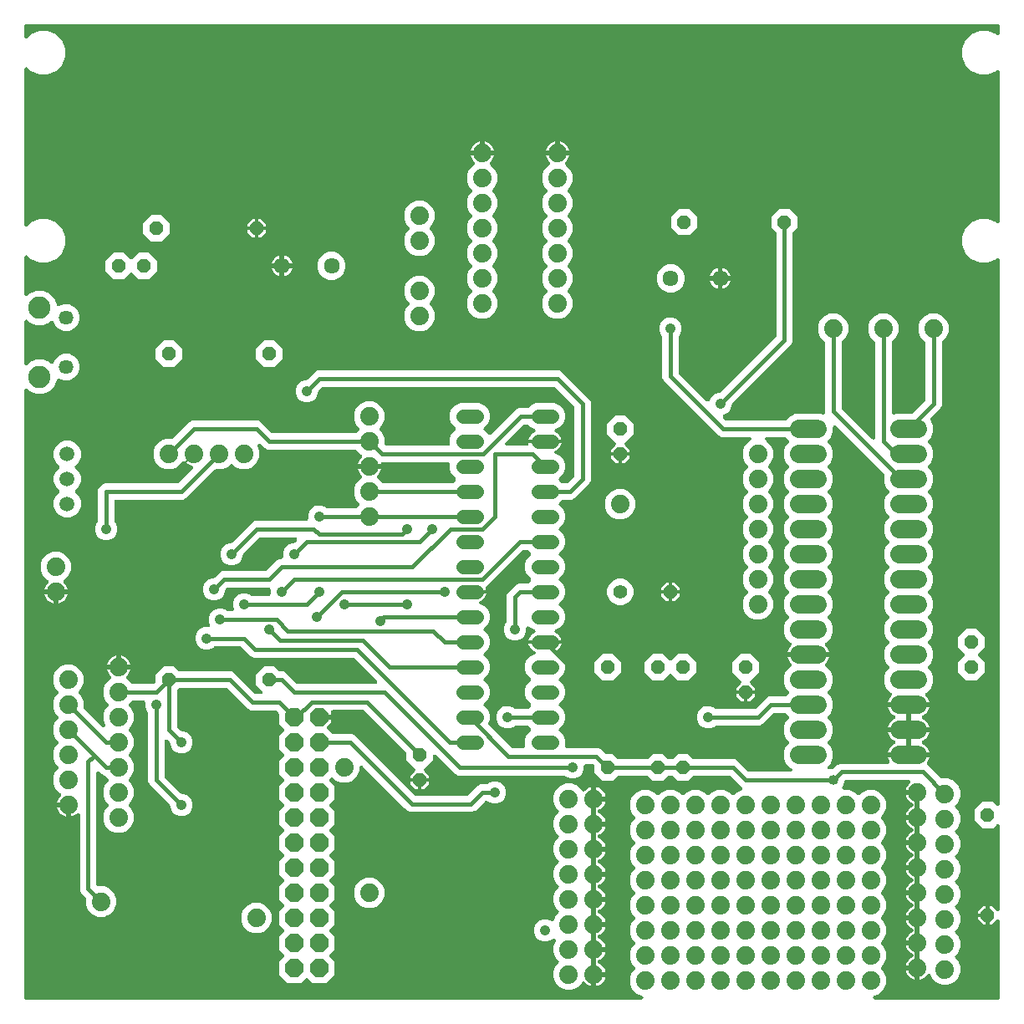
<source format=gbl>
G04 EAGLE Gerber RS-274X export*
G75*
%MOMM*%
%FSLAX34Y34*%
%LPD*%
%INBottom Copper*%
%IPPOS*%
%AMOC8*
5,1,8,0,0,1.08239X$1,22.5*%
G01*
%ADD10C,1.879600*%
%ADD11P,1.539592X8X292.500000*%
%ADD12C,1.422400*%
%ADD13P,1.539592X8X22.500000*%
%ADD14P,1.539592X8X202.500000*%
%ADD15P,1.539592X8X112.500000*%
%ADD16P,2.034460X8X292.500000*%
%ADD17C,1.509600*%
%ADD18C,1.609600*%
%ADD19C,1.879600*%
%ADD20C,1.422400*%
%ADD21C,1.459600*%
%ADD22C,2.250000*%
%ADD23C,0.203200*%
%ADD24C,0.406400*%
%ADD25C,1.016000*%
%ADD26C,1.058000*%

G36*
X630905Y6097D02*
X630905Y6097D01*
X630910Y6097D01*
X631103Y6117D01*
X631301Y6137D01*
X631306Y6138D01*
X631310Y6138D01*
X631496Y6196D01*
X631686Y6255D01*
X631690Y6257D01*
X631695Y6258D01*
X631866Y6352D01*
X632040Y6447D01*
X632044Y6449D01*
X632048Y6452D01*
X632199Y6579D01*
X632350Y6704D01*
X632352Y6708D01*
X632356Y6711D01*
X632479Y6865D01*
X632602Y7018D01*
X632604Y7022D01*
X632607Y7025D01*
X632696Y7200D01*
X632787Y7375D01*
X632789Y7380D01*
X632791Y7384D01*
X632844Y7571D01*
X632899Y7762D01*
X632899Y7767D01*
X632900Y7771D01*
X632915Y7964D01*
X632932Y8164D01*
X632931Y8168D01*
X632932Y8172D01*
X632908Y8365D01*
X632885Y8563D01*
X632883Y8568D01*
X632883Y8572D01*
X632822Y8755D01*
X632760Y8946D01*
X632758Y8950D01*
X632756Y8954D01*
X632659Y9124D01*
X632562Y9297D01*
X632559Y9300D01*
X632557Y9304D01*
X632426Y9455D01*
X632299Y9601D01*
X632295Y9604D01*
X632292Y9608D01*
X632136Y9728D01*
X631981Y9848D01*
X631977Y9850D01*
X631973Y9853D01*
X631678Y10005D01*
X626223Y12264D01*
X621864Y16623D01*
X619505Y22318D01*
X619505Y28482D01*
X621864Y34177D01*
X624351Y36664D01*
X624362Y36678D01*
X624376Y36689D01*
X624489Y36833D01*
X624606Y36975D01*
X624614Y36991D01*
X624625Y37005D01*
X624709Y37169D01*
X624795Y37331D01*
X624800Y37348D01*
X624808Y37364D01*
X624857Y37541D01*
X624909Y37717D01*
X624911Y37735D01*
X624916Y37752D01*
X624929Y37935D01*
X624946Y38118D01*
X624944Y38136D01*
X624945Y38153D01*
X624922Y38335D01*
X624902Y38518D01*
X624897Y38535D01*
X624895Y38553D01*
X624836Y38727D01*
X624781Y38902D01*
X624772Y38918D01*
X624766Y38934D01*
X624675Y39093D01*
X624586Y39254D01*
X624574Y39268D01*
X624565Y39283D01*
X624351Y39536D01*
X621864Y42023D01*
X619505Y47718D01*
X619505Y53882D01*
X621864Y59577D01*
X624351Y62064D01*
X624362Y62078D01*
X624376Y62089D01*
X624489Y62233D01*
X624606Y62375D01*
X624614Y62391D01*
X624625Y62405D01*
X624709Y62569D01*
X624795Y62731D01*
X624800Y62748D01*
X624808Y62764D01*
X624857Y62941D01*
X624909Y63117D01*
X624911Y63135D01*
X624916Y63152D01*
X624929Y63335D01*
X624946Y63518D01*
X624944Y63536D01*
X624945Y63553D01*
X624922Y63735D01*
X624902Y63918D01*
X624897Y63935D01*
X624895Y63953D01*
X624836Y64127D01*
X624781Y64302D01*
X624772Y64318D01*
X624766Y64334D01*
X624675Y64493D01*
X624586Y64654D01*
X624574Y64668D01*
X624565Y64683D01*
X624351Y64936D01*
X621864Y67423D01*
X619505Y73118D01*
X619505Y79282D01*
X621864Y84977D01*
X624351Y87464D01*
X624362Y87478D01*
X624376Y87489D01*
X624489Y87633D01*
X624606Y87775D01*
X624614Y87791D01*
X624625Y87805D01*
X624709Y87969D01*
X624795Y88131D01*
X624800Y88148D01*
X624808Y88164D01*
X624857Y88341D01*
X624909Y88517D01*
X624911Y88535D01*
X624916Y88552D01*
X624929Y88735D01*
X624946Y88918D01*
X624944Y88936D01*
X624945Y88953D01*
X624922Y89135D01*
X624902Y89318D01*
X624897Y89335D01*
X624895Y89353D01*
X624836Y89527D01*
X624781Y89702D01*
X624772Y89718D01*
X624766Y89734D01*
X624675Y89893D01*
X624586Y90054D01*
X624574Y90068D01*
X624565Y90083D01*
X624351Y90336D01*
X621864Y92823D01*
X619505Y98518D01*
X619505Y104682D01*
X621864Y110377D01*
X624351Y112864D01*
X624362Y112878D01*
X624376Y112889D01*
X624489Y113033D01*
X624606Y113175D01*
X624614Y113191D01*
X624625Y113205D01*
X624709Y113369D01*
X624795Y113531D01*
X624800Y113548D01*
X624808Y113564D01*
X624857Y113741D01*
X624909Y113917D01*
X624911Y113935D01*
X624916Y113952D01*
X624929Y114135D01*
X624946Y114318D01*
X624944Y114336D01*
X624945Y114353D01*
X624922Y114534D01*
X624902Y114718D01*
X624897Y114735D01*
X624895Y114753D01*
X624836Y114927D01*
X624781Y115102D01*
X624772Y115118D01*
X624766Y115134D01*
X624675Y115293D01*
X624586Y115454D01*
X624574Y115468D01*
X624565Y115483D01*
X624351Y115736D01*
X621864Y118223D01*
X619505Y123918D01*
X619505Y130082D01*
X621864Y135777D01*
X624351Y138264D01*
X624362Y138278D01*
X624376Y138289D01*
X624489Y138433D01*
X624606Y138575D01*
X624614Y138591D01*
X624625Y138605D01*
X624709Y138769D01*
X624795Y138931D01*
X624800Y138948D01*
X624808Y138964D01*
X624857Y139141D01*
X624909Y139317D01*
X624911Y139335D01*
X624916Y139352D01*
X624929Y139535D01*
X624946Y139718D01*
X624944Y139736D01*
X624945Y139753D01*
X624922Y139935D01*
X624902Y140118D01*
X624897Y140135D01*
X624895Y140153D01*
X624836Y140327D01*
X624781Y140502D01*
X624772Y140518D01*
X624766Y140534D01*
X624675Y140693D01*
X624586Y140854D01*
X624574Y140868D01*
X624565Y140883D01*
X624351Y141136D01*
X621864Y143623D01*
X619505Y149318D01*
X619505Y155482D01*
X621864Y161177D01*
X624351Y163664D01*
X624362Y163678D01*
X624376Y163689D01*
X624489Y163833D01*
X624606Y163975D01*
X624614Y163991D01*
X624625Y164005D01*
X624709Y164169D01*
X624795Y164331D01*
X624800Y164348D01*
X624808Y164364D01*
X624857Y164541D01*
X624909Y164717D01*
X624911Y164735D01*
X624916Y164752D01*
X624929Y164935D01*
X624946Y165118D01*
X624944Y165136D01*
X624945Y165153D01*
X624922Y165335D01*
X624902Y165518D01*
X624897Y165535D01*
X624895Y165553D01*
X624836Y165727D01*
X624781Y165902D01*
X624772Y165918D01*
X624766Y165934D01*
X624675Y166093D01*
X624586Y166254D01*
X624574Y166268D01*
X624565Y166283D01*
X624351Y166536D01*
X621864Y169023D01*
X619505Y174718D01*
X619505Y180882D01*
X621864Y186577D01*
X624351Y189064D01*
X624362Y189078D01*
X624376Y189089D01*
X624489Y189233D01*
X624606Y189375D01*
X624614Y189391D01*
X624625Y189405D01*
X624709Y189569D01*
X624795Y189731D01*
X624800Y189748D01*
X624808Y189764D01*
X624857Y189941D01*
X624909Y190117D01*
X624911Y190135D01*
X624916Y190152D01*
X624929Y190335D01*
X624946Y190518D01*
X624944Y190536D01*
X624945Y190553D01*
X624922Y190735D01*
X624902Y190918D01*
X624897Y190935D01*
X624895Y190953D01*
X624836Y191127D01*
X624781Y191302D01*
X624772Y191318D01*
X624766Y191334D01*
X624675Y191493D01*
X624586Y191654D01*
X624574Y191668D01*
X624565Y191683D01*
X624351Y191936D01*
X621864Y194423D01*
X619505Y200118D01*
X619505Y206282D01*
X621864Y211977D01*
X626223Y216336D01*
X631918Y218695D01*
X638082Y218695D01*
X643777Y216336D01*
X646264Y213849D01*
X646271Y213844D01*
X646272Y213842D01*
X646278Y213837D01*
X646289Y213824D01*
X646433Y213710D01*
X646575Y213594D01*
X646591Y213586D01*
X646605Y213575D01*
X646769Y213491D01*
X646931Y213405D01*
X646948Y213400D01*
X646964Y213392D01*
X647141Y213343D01*
X647317Y213291D01*
X647335Y213289D01*
X647352Y213284D01*
X647535Y213271D01*
X647718Y213254D01*
X647736Y213256D01*
X647753Y213255D01*
X647935Y213278D01*
X648118Y213298D01*
X648135Y213303D01*
X648153Y213305D01*
X648326Y213364D01*
X648502Y213419D01*
X648518Y213428D01*
X648534Y213434D01*
X648694Y213525D01*
X648854Y213614D01*
X648868Y213626D01*
X648883Y213634D01*
X649136Y213849D01*
X651623Y216336D01*
X657318Y218695D01*
X663482Y218695D01*
X669177Y216336D01*
X671664Y213849D01*
X671671Y213844D01*
X671672Y213842D01*
X671678Y213837D01*
X671689Y213824D01*
X671833Y213710D01*
X671975Y213594D01*
X671991Y213586D01*
X672005Y213575D01*
X672169Y213491D01*
X672331Y213405D01*
X672348Y213400D01*
X672364Y213392D01*
X672541Y213343D01*
X672717Y213291D01*
X672735Y213289D01*
X672752Y213284D01*
X672935Y213271D01*
X673118Y213254D01*
X673136Y213256D01*
X673153Y213255D01*
X673335Y213278D01*
X673518Y213298D01*
X673535Y213303D01*
X673553Y213305D01*
X673726Y213364D01*
X673902Y213419D01*
X673918Y213428D01*
X673934Y213434D01*
X674094Y213525D01*
X674254Y213614D01*
X674268Y213626D01*
X674283Y213634D01*
X674536Y213849D01*
X677023Y216336D01*
X682718Y218695D01*
X688882Y218695D01*
X694577Y216336D01*
X697064Y213849D01*
X697070Y213844D01*
X697072Y213842D01*
X697078Y213837D01*
X697089Y213824D01*
X697233Y213710D01*
X697375Y213594D01*
X697391Y213586D01*
X697405Y213575D01*
X697569Y213491D01*
X697731Y213405D01*
X697748Y213400D01*
X697764Y213392D01*
X697941Y213343D01*
X698117Y213291D01*
X698135Y213289D01*
X698152Y213284D01*
X698335Y213271D01*
X698518Y213254D01*
X698536Y213256D01*
X698553Y213255D01*
X698735Y213278D01*
X698918Y213298D01*
X698935Y213303D01*
X698953Y213305D01*
X699127Y213364D01*
X699302Y213419D01*
X699318Y213428D01*
X699334Y213434D01*
X699493Y213525D01*
X699654Y213614D01*
X699668Y213626D01*
X699683Y213635D01*
X699936Y213849D01*
X702423Y216336D01*
X708118Y218695D01*
X714282Y218695D01*
X719977Y216336D01*
X722464Y213849D01*
X722471Y213844D01*
X722472Y213842D01*
X722478Y213837D01*
X722489Y213824D01*
X722633Y213710D01*
X722775Y213594D01*
X722791Y213586D01*
X722805Y213575D01*
X722969Y213491D01*
X723131Y213405D01*
X723148Y213400D01*
X723164Y213392D01*
X723341Y213343D01*
X723517Y213291D01*
X723535Y213289D01*
X723552Y213284D01*
X723735Y213271D01*
X723918Y213254D01*
X723936Y213256D01*
X723953Y213255D01*
X724135Y213278D01*
X724318Y213298D01*
X724335Y213303D01*
X724353Y213305D01*
X724526Y213364D01*
X724702Y213419D01*
X724718Y213428D01*
X724734Y213434D01*
X724894Y213525D01*
X725054Y213614D01*
X725068Y213626D01*
X725083Y213634D01*
X725336Y213849D01*
X727823Y216336D01*
X731864Y218010D01*
X731872Y218014D01*
X731881Y218017D01*
X732048Y218108D01*
X732219Y218200D01*
X732226Y218206D01*
X732234Y218210D01*
X732381Y218333D01*
X732530Y218456D01*
X732535Y218463D01*
X732542Y218469D01*
X732662Y218619D01*
X732783Y218769D01*
X732788Y218777D01*
X732793Y218784D01*
X732881Y218955D01*
X732970Y219126D01*
X732973Y219134D01*
X732977Y219142D01*
X733029Y219327D01*
X733084Y219512D01*
X733084Y219521D01*
X733087Y219530D01*
X733102Y219722D01*
X733118Y219913D01*
X733117Y219922D01*
X733118Y219931D01*
X733094Y220123D01*
X733073Y220313D01*
X733070Y220322D01*
X733069Y220331D01*
X733008Y220515D01*
X732950Y220696D01*
X732945Y220704D01*
X732943Y220713D01*
X732847Y220881D01*
X732753Y221048D01*
X732748Y221055D01*
X732743Y221063D01*
X732616Y221208D01*
X732492Y221354D01*
X732485Y221359D01*
X732479Y221366D01*
X732325Y221484D01*
X732175Y221602D01*
X732167Y221606D01*
X732159Y221612D01*
X732022Y221682D01*
X721128Y232576D01*
X721107Y232593D01*
X721090Y232614D01*
X720952Y232721D01*
X720816Y232831D01*
X720793Y232844D01*
X720772Y232860D01*
X720615Y232938D01*
X720461Y233020D01*
X720435Y233028D01*
X720411Y233040D01*
X720242Y233085D01*
X720075Y233135D01*
X720048Y233137D01*
X720022Y233144D01*
X719692Y233171D01*
X684493Y233171D01*
X684466Y233169D01*
X684439Y233171D01*
X684265Y233149D01*
X684092Y233131D01*
X684066Y233124D01*
X684040Y233120D01*
X683874Y233065D01*
X683707Y233013D01*
X683683Y233000D01*
X683658Y232992D01*
X683507Y232905D01*
X683353Y232821D01*
X683333Y232804D01*
X683309Y232791D01*
X683056Y232576D01*
X678571Y228091D01*
X667629Y228091D01*
X663144Y232576D01*
X663123Y232593D01*
X663106Y232614D01*
X662968Y232721D01*
X662832Y232831D01*
X662809Y232844D01*
X662787Y232860D01*
X662630Y232938D01*
X662476Y233020D01*
X662451Y233028D01*
X662427Y233040D01*
X662257Y233085D01*
X662091Y233135D01*
X662064Y233137D01*
X662038Y233144D01*
X661707Y233171D01*
X659093Y233171D01*
X659066Y233169D01*
X659039Y233171D01*
X658865Y233149D01*
X658692Y233131D01*
X658666Y233124D01*
X658640Y233120D01*
X658474Y233065D01*
X658307Y233013D01*
X658283Y233000D01*
X658258Y232992D01*
X658107Y232905D01*
X657953Y232821D01*
X657933Y232804D01*
X657909Y232791D01*
X657656Y232576D01*
X653171Y228091D01*
X642229Y228091D01*
X637744Y232576D01*
X637723Y232593D01*
X637706Y232614D01*
X637568Y232721D01*
X637432Y232831D01*
X637409Y232844D01*
X637387Y232860D01*
X637230Y232938D01*
X637076Y233020D01*
X637051Y233028D01*
X637027Y233040D01*
X636857Y233085D01*
X636691Y233135D01*
X636664Y233137D01*
X636638Y233144D01*
X636307Y233171D01*
X608293Y233171D01*
X608266Y233169D01*
X608239Y233171D01*
X608065Y233149D01*
X607892Y233131D01*
X607866Y233124D01*
X607840Y233120D01*
X607674Y233065D01*
X607507Y233013D01*
X607483Y233000D01*
X607458Y232992D01*
X607307Y232905D01*
X607153Y232821D01*
X607133Y232804D01*
X607109Y232791D01*
X606856Y232576D01*
X602371Y228091D01*
X591429Y228091D01*
X583691Y235829D01*
X583691Y242172D01*
X583689Y242198D01*
X583691Y242225D01*
X583669Y242399D01*
X583651Y242572D01*
X583644Y242598D01*
X583640Y242624D01*
X583585Y242790D01*
X583533Y242957D01*
X583520Y242981D01*
X583512Y243006D01*
X583425Y243158D01*
X583341Y243311D01*
X583324Y243332D01*
X583311Y243355D01*
X583096Y243608D01*
X582698Y244006D01*
X582677Y244023D01*
X582660Y244044D01*
X582522Y244151D01*
X582386Y244261D01*
X582363Y244274D01*
X582342Y244290D01*
X582185Y244368D01*
X582031Y244450D01*
X582005Y244458D01*
X581981Y244470D01*
X581812Y244515D01*
X581645Y244565D01*
X581618Y244567D01*
X581592Y244574D01*
X581262Y244601D01*
X574758Y244601D01*
X574740Y244599D01*
X574722Y244601D01*
X574540Y244580D01*
X574357Y244561D01*
X574340Y244556D01*
X574323Y244554D01*
X574148Y244497D01*
X573972Y244443D01*
X573957Y244435D01*
X573940Y244429D01*
X573780Y244339D01*
X573618Y244251D01*
X573605Y244240D01*
X573589Y244231D01*
X573450Y244111D01*
X573309Y243994D01*
X573298Y243980D01*
X573284Y243968D01*
X573172Y243823D01*
X573057Y243680D01*
X573049Y243664D01*
X573038Y243650D01*
X572956Y243485D01*
X572871Y243323D01*
X572866Y243306D01*
X572858Y243290D01*
X572811Y243111D01*
X572760Y242936D01*
X572758Y242918D01*
X572754Y242901D01*
X572727Y242570D01*
X572727Y239035D01*
X570993Y234850D01*
X567790Y231647D01*
X563605Y229913D01*
X559075Y229913D01*
X554890Y231647D01*
X553960Y232576D01*
X553940Y232593D01*
X553922Y232614D01*
X553784Y232721D01*
X553649Y232831D01*
X553625Y232844D01*
X553604Y232860D01*
X553447Y232938D01*
X553293Y233020D01*
X553268Y233028D01*
X553244Y233040D01*
X553074Y233085D01*
X552907Y233135D01*
X552881Y233137D01*
X552855Y233144D01*
X552524Y233171D01*
X445423Y233171D01*
X442435Y234409D01*
X439863Y236981D01*
X423076Y253768D01*
X423069Y253774D01*
X423064Y253780D01*
X422914Y253901D01*
X422765Y254023D01*
X422757Y254027D01*
X422750Y254033D01*
X422580Y254121D01*
X422409Y254212D01*
X422400Y254214D01*
X422393Y254218D01*
X422208Y254271D01*
X422023Y254326D01*
X422014Y254327D01*
X422006Y254330D01*
X421814Y254345D01*
X421622Y254363D01*
X421613Y254362D01*
X421604Y254363D01*
X421415Y254340D01*
X421222Y254319D01*
X421213Y254317D01*
X421205Y254316D01*
X421023Y254256D01*
X420838Y254198D01*
X420830Y254194D01*
X420822Y254191D01*
X420653Y254096D01*
X420486Y254003D01*
X420479Y253997D01*
X420471Y253993D01*
X420325Y253867D01*
X420179Y253743D01*
X420173Y253736D01*
X420166Y253730D01*
X420049Y253578D01*
X419929Y253427D01*
X419925Y253419D01*
X419920Y253412D01*
X419833Y253238D01*
X419747Y253068D01*
X419744Y253059D01*
X419740Y253051D01*
X419690Y252863D01*
X419639Y252680D01*
X419638Y252671D01*
X419636Y252662D01*
X419609Y252332D01*
X419609Y248529D01*
X411302Y240222D01*
X411290Y240208D01*
X411277Y240197D01*
X411163Y240052D01*
X411047Y239910D01*
X411038Y239895D01*
X411027Y239881D01*
X410944Y239717D01*
X410858Y239555D01*
X410853Y239538D01*
X410845Y239522D01*
X410796Y239344D01*
X410743Y239169D01*
X410742Y239151D01*
X410737Y239134D01*
X410724Y238951D01*
X410707Y238768D01*
X410709Y238750D01*
X410708Y238732D01*
X410731Y238550D01*
X410750Y238368D01*
X410756Y238350D01*
X410758Y238333D01*
X410816Y238159D01*
X410872Y237984D01*
X410881Y237968D01*
X410886Y237951D01*
X410978Y237791D01*
X411067Y237631D01*
X411078Y237618D01*
X411087Y237602D01*
X411302Y237349D01*
X416053Y232598D01*
X416053Y230631D01*
X406400Y230631D01*
X396747Y230631D01*
X396747Y232598D01*
X401498Y237349D01*
X401510Y237363D01*
X401523Y237375D01*
X401637Y237519D01*
X401753Y237661D01*
X401762Y237676D01*
X401773Y237691D01*
X401856Y237855D01*
X401942Y238016D01*
X401947Y238033D01*
X401955Y238049D01*
X402005Y238227D01*
X402057Y238402D01*
X402058Y238420D01*
X402063Y238437D01*
X402076Y238621D01*
X402093Y238803D01*
X402091Y238821D01*
X402092Y238839D01*
X402069Y239021D01*
X402050Y239204D01*
X402044Y239221D01*
X402042Y239238D01*
X401984Y239412D01*
X401928Y239587D01*
X401919Y239603D01*
X401914Y239620D01*
X401822Y239779D01*
X401733Y239940D01*
X401722Y239953D01*
X401713Y239969D01*
X401498Y240222D01*
X393191Y248529D01*
X393191Y254872D01*
X393189Y254898D01*
X393191Y254925D01*
X393169Y255099D01*
X393151Y255272D01*
X393144Y255298D01*
X393140Y255324D01*
X393085Y255490D01*
X393033Y255657D01*
X393020Y255681D01*
X393012Y255706D01*
X392925Y255858D01*
X392841Y256011D01*
X392824Y256032D01*
X392811Y256055D01*
X392596Y256308D01*
X350034Y298870D01*
X350013Y298887D01*
X349996Y298908D01*
X349858Y299015D01*
X349722Y299125D01*
X349699Y299138D01*
X349678Y299154D01*
X349521Y299232D01*
X349367Y299314D01*
X349341Y299322D01*
X349317Y299334D01*
X349148Y299379D01*
X348981Y299429D01*
X348954Y299431D01*
X348928Y299438D01*
X348598Y299465D01*
X318770Y299465D01*
X318752Y299463D01*
X318734Y299465D01*
X318552Y299444D01*
X318369Y299425D01*
X318352Y299420D01*
X318335Y299418D01*
X318160Y299361D01*
X317984Y299307D01*
X317969Y299299D01*
X317952Y299293D01*
X317792Y299203D01*
X317630Y299115D01*
X317617Y299104D01*
X317601Y299095D01*
X317462Y298975D01*
X317321Y298858D01*
X317310Y298844D01*
X317296Y298832D01*
X317184Y298687D01*
X317069Y298544D01*
X317061Y298528D01*
X317050Y298514D01*
X316968Y298349D01*
X316883Y298187D01*
X316878Y298170D01*
X316870Y298154D01*
X316823Y297975D01*
X316772Y297800D01*
X316770Y297782D01*
X316766Y297765D01*
X316739Y297434D01*
X316739Y294639D01*
X305308Y294639D01*
X305290Y294637D01*
X305273Y294639D01*
X305090Y294618D01*
X304908Y294599D01*
X304891Y294594D01*
X304873Y294592D01*
X304698Y294535D01*
X304523Y294481D01*
X304507Y294473D01*
X304490Y294467D01*
X304330Y294377D01*
X304169Y294289D01*
X304155Y294278D01*
X304139Y294269D01*
X304000Y294149D01*
X303859Y294032D01*
X303848Y294018D01*
X303835Y294006D01*
X303722Y293861D01*
X303607Y293718D01*
X303599Y293702D01*
X303588Y293688D01*
X303506Y293523D01*
X303422Y293361D01*
X303417Y293344D01*
X303409Y293328D01*
X303361Y293149D01*
X303310Y292974D01*
X303309Y292956D01*
X303304Y292939D01*
X303277Y292608D01*
X303277Y291592D01*
X303279Y291574D01*
X303277Y291556D01*
X303299Y291374D01*
X303317Y291191D01*
X303322Y291174D01*
X303324Y291157D01*
X303381Y290982D01*
X303435Y290806D01*
X303443Y290791D01*
X303449Y290774D01*
X303539Y290613D01*
X303627Y290452D01*
X303638Y290439D01*
X303647Y290423D01*
X303767Y290284D01*
X303885Y290143D01*
X303898Y290132D01*
X303910Y290118D01*
X304055Y290006D01*
X304198Y289891D01*
X304214Y289883D01*
X304228Y289872D01*
X304393Y289790D01*
X304556Y289705D01*
X304573Y289700D01*
X304589Y289692D01*
X304767Y289644D01*
X304942Y289594D01*
X304960Y289592D01*
X304977Y289588D01*
X305308Y289561D01*
X316739Y289561D01*
X316739Y287155D01*
X312935Y283351D01*
X312923Y283337D01*
X312910Y283325D01*
X312796Y283181D01*
X312680Y283039D01*
X312671Y283024D01*
X312660Y283009D01*
X312577Y282845D01*
X312491Y282684D01*
X312486Y282667D01*
X312478Y282651D01*
X312428Y282473D01*
X312376Y282298D01*
X312375Y282280D01*
X312370Y282263D01*
X312356Y282079D01*
X312340Y281897D01*
X312342Y281879D01*
X312340Y281861D01*
X312363Y281679D01*
X312383Y281496D01*
X312389Y281479D01*
X312391Y281462D01*
X312449Y281288D01*
X312505Y281113D01*
X312513Y281097D01*
X312519Y281080D01*
X312611Y280921D01*
X312700Y280760D01*
X312711Y280747D01*
X312720Y280731D01*
X312935Y280478D01*
X317989Y275424D01*
X318010Y275407D01*
X318027Y275386D01*
X318165Y275279D01*
X318301Y275169D01*
X318324Y275156D01*
X318345Y275140D01*
X318502Y275062D01*
X318656Y274980D01*
X318682Y274972D01*
X318706Y274960D01*
X318875Y274915D01*
X319042Y274865D01*
X319069Y274863D01*
X319095Y274856D01*
X319425Y274829D01*
X338167Y274829D01*
X341155Y273591D01*
X401552Y213194D01*
X401573Y213177D01*
X401590Y213156D01*
X401728Y213049D01*
X401864Y212939D01*
X401887Y212926D01*
X401908Y212910D01*
X402065Y212832D01*
X402219Y212750D01*
X402245Y212742D01*
X402269Y212730D01*
X402438Y212685D01*
X402605Y212635D01*
X402632Y212633D01*
X402658Y212626D01*
X402988Y212599D01*
X454262Y212599D01*
X454288Y212601D01*
X454315Y212599D01*
X454489Y212621D01*
X454662Y212639D01*
X454688Y212646D01*
X454714Y212650D01*
X454880Y212705D01*
X455047Y212757D01*
X455071Y212770D01*
X455096Y212778D01*
X455248Y212865D01*
X455401Y212949D01*
X455422Y212966D01*
X455445Y212979D01*
X455698Y213194D01*
X465295Y222791D01*
X468283Y224029D01*
X473784Y224029D01*
X473811Y224031D01*
X473837Y224029D01*
X474011Y224051D01*
X474185Y224069D01*
X474210Y224076D01*
X474237Y224080D01*
X474402Y224135D01*
X474570Y224187D01*
X474593Y224200D01*
X474619Y224208D01*
X474770Y224295D01*
X474924Y224379D01*
X474944Y224396D01*
X474967Y224409D01*
X475220Y224624D01*
X476150Y225553D01*
X480335Y227287D01*
X484865Y227287D01*
X489050Y225553D01*
X492253Y222350D01*
X493987Y218165D01*
X493987Y213635D01*
X492253Y209450D01*
X489050Y206247D01*
X484865Y204513D01*
X480335Y204513D01*
X476150Y206247D01*
X475383Y207014D01*
X475369Y207025D01*
X475357Y207039D01*
X475213Y207153D01*
X475071Y207269D01*
X475055Y207278D01*
X475041Y207289D01*
X474877Y207372D01*
X474715Y207458D01*
X474698Y207463D01*
X474682Y207471D01*
X474505Y207520D01*
X474329Y207573D01*
X474312Y207574D01*
X474294Y207579D01*
X474111Y207592D01*
X473928Y207609D01*
X473911Y207607D01*
X473893Y207608D01*
X473711Y207585D01*
X473528Y207566D01*
X473511Y207560D01*
X473493Y207558D01*
X473320Y207500D01*
X473144Y207444D01*
X473129Y207435D01*
X473112Y207430D01*
X472952Y207338D01*
X472792Y207249D01*
X472779Y207238D01*
X472763Y207229D01*
X472510Y207014D01*
X463075Y197579D01*
X461378Y196876D01*
X460087Y196341D01*
X397163Y196341D01*
X394175Y197579D01*
X391603Y200151D01*
X349162Y242592D01*
X349155Y242598D01*
X349150Y242604D01*
X349000Y242725D01*
X348851Y242847D01*
X348843Y242851D01*
X348836Y242857D01*
X348665Y242946D01*
X348495Y243036D01*
X348487Y243038D01*
X348479Y243042D01*
X348293Y243096D01*
X348109Y243150D01*
X348100Y243151D01*
X348092Y243154D01*
X347900Y243169D01*
X347708Y243187D01*
X347699Y243186D01*
X347690Y243187D01*
X347501Y243164D01*
X347308Y243143D01*
X347299Y243141D01*
X347291Y243140D01*
X347109Y243080D01*
X346924Y243022D01*
X346916Y243018D01*
X346908Y243015D01*
X346739Y242920D01*
X346572Y242827D01*
X346565Y242821D01*
X346557Y242817D01*
X346411Y242691D01*
X346265Y242567D01*
X346259Y242560D01*
X346252Y242554D01*
X346135Y242402D01*
X346015Y242251D01*
X346011Y242243D01*
X346006Y242236D01*
X345920Y242064D01*
X345833Y241892D01*
X345830Y241883D01*
X345826Y241875D01*
X345776Y241686D01*
X345725Y241504D01*
X345724Y241495D01*
X345722Y241486D01*
X345695Y241156D01*
X345695Y238218D01*
X343336Y232523D01*
X338977Y228164D01*
X333282Y225805D01*
X327118Y225805D01*
X321423Y228164D01*
X318936Y230651D01*
X318922Y230662D01*
X318911Y230676D01*
X318767Y230790D01*
X318625Y230906D01*
X318609Y230914D01*
X318595Y230925D01*
X318431Y231009D01*
X318269Y231095D01*
X318252Y231100D01*
X318236Y231108D01*
X318059Y231157D01*
X317883Y231209D01*
X317865Y231211D01*
X317848Y231216D01*
X317665Y231229D01*
X317482Y231246D01*
X317464Y231244D01*
X317447Y231245D01*
X317265Y231222D01*
X317082Y231202D01*
X317065Y231197D01*
X317047Y231195D01*
X316874Y231136D01*
X316698Y231081D01*
X316682Y231072D01*
X316666Y231066D01*
X316506Y230975D01*
X316346Y230886D01*
X316332Y230875D01*
X316317Y230866D01*
X316064Y230651D01*
X315449Y230036D01*
X315438Y230023D01*
X315424Y230011D01*
X315310Y229867D01*
X315194Y229725D01*
X315186Y229709D01*
X315175Y229695D01*
X315091Y229531D01*
X315005Y229369D01*
X315000Y229352D01*
X314992Y229336D01*
X314943Y229159D01*
X314891Y228983D01*
X314889Y228965D01*
X314884Y228948D01*
X314871Y228765D01*
X314854Y228582D01*
X314856Y228564D01*
X314855Y228547D01*
X314878Y228365D01*
X314898Y228182D01*
X314903Y228165D01*
X314905Y228147D01*
X314964Y227974D01*
X315019Y227798D01*
X315028Y227782D01*
X315034Y227766D01*
X315125Y227606D01*
X315214Y227446D01*
X315225Y227432D01*
X315234Y227417D01*
X315449Y227164D01*
X320295Y222318D01*
X320295Y209482D01*
X315449Y204636D01*
X315438Y204623D01*
X315424Y204611D01*
X315310Y204467D01*
X315194Y204325D01*
X315186Y204309D01*
X315175Y204295D01*
X315091Y204131D01*
X315005Y203969D01*
X315000Y203952D01*
X314992Y203936D01*
X314943Y203759D01*
X314891Y203583D01*
X314889Y203565D01*
X314884Y203548D01*
X314871Y203364D01*
X314854Y203182D01*
X314856Y203164D01*
X314855Y203147D01*
X314878Y202964D01*
X314898Y202782D01*
X314903Y202765D01*
X314905Y202747D01*
X314964Y202574D01*
X315019Y202398D01*
X315028Y202382D01*
X315034Y202366D01*
X315125Y202206D01*
X315214Y202046D01*
X315225Y202032D01*
X315234Y202017D01*
X315449Y201764D01*
X320295Y196918D01*
X320295Y184082D01*
X315449Y179236D01*
X315438Y179223D01*
X315424Y179211D01*
X315310Y179067D01*
X315194Y178925D01*
X315186Y178909D01*
X315175Y178895D01*
X315091Y178731D01*
X315005Y178569D01*
X315000Y178552D01*
X314992Y178536D01*
X314943Y178359D01*
X314891Y178183D01*
X314889Y178165D01*
X314884Y178148D01*
X314871Y177964D01*
X314854Y177782D01*
X314856Y177764D01*
X314855Y177747D01*
X314878Y177565D01*
X314898Y177382D01*
X314903Y177365D01*
X314905Y177347D01*
X314964Y177174D01*
X315019Y176998D01*
X315028Y176982D01*
X315034Y176966D01*
X315125Y176806D01*
X315214Y176646D01*
X315225Y176632D01*
X315234Y176617D01*
X315449Y176364D01*
X320295Y171518D01*
X320295Y158682D01*
X315449Y153836D01*
X315438Y153823D01*
X315424Y153811D01*
X315310Y153667D01*
X315194Y153525D01*
X315186Y153509D01*
X315175Y153495D01*
X315091Y153331D01*
X315005Y153169D01*
X315000Y153152D01*
X314992Y153136D01*
X314943Y152959D01*
X314891Y152783D01*
X314889Y152765D01*
X314884Y152748D01*
X314871Y152564D01*
X314854Y152382D01*
X314856Y152364D01*
X314855Y152347D01*
X314878Y152165D01*
X314898Y151982D01*
X314903Y151965D01*
X314905Y151947D01*
X314964Y151774D01*
X315019Y151598D01*
X315028Y151582D01*
X315034Y151566D01*
X315125Y151406D01*
X315214Y151246D01*
X315225Y151232D01*
X315234Y151217D01*
X315449Y150964D01*
X320295Y146118D01*
X320295Y133282D01*
X315449Y128436D01*
X315438Y128423D01*
X315424Y128411D01*
X315310Y128267D01*
X315194Y128125D01*
X315186Y128109D01*
X315175Y128095D01*
X315091Y127931D01*
X315005Y127769D01*
X315000Y127752D01*
X314992Y127736D01*
X314943Y127559D01*
X314891Y127383D01*
X314889Y127365D01*
X314884Y127348D01*
X314871Y127164D01*
X314854Y126982D01*
X314856Y126964D01*
X314855Y126947D01*
X314878Y126765D01*
X314898Y126582D01*
X314903Y126565D01*
X314905Y126547D01*
X314964Y126374D01*
X315019Y126198D01*
X315028Y126182D01*
X315034Y126166D01*
X315125Y126006D01*
X315214Y125846D01*
X315225Y125832D01*
X315234Y125817D01*
X315449Y125564D01*
X320295Y120718D01*
X320295Y107882D01*
X315449Y103036D01*
X315438Y103023D01*
X315424Y103011D01*
X315310Y102867D01*
X315194Y102725D01*
X315186Y102709D01*
X315175Y102695D01*
X315091Y102531D01*
X315005Y102369D01*
X315000Y102352D01*
X314992Y102336D01*
X314943Y102159D01*
X314891Y101983D01*
X314889Y101965D01*
X314884Y101948D01*
X314871Y101764D01*
X314854Y101582D01*
X314856Y101564D01*
X314855Y101547D01*
X314878Y101365D01*
X314898Y101182D01*
X314903Y101165D01*
X314905Y101147D01*
X314964Y100974D01*
X315019Y100798D01*
X315028Y100782D01*
X315034Y100766D01*
X315125Y100606D01*
X315214Y100446D01*
X315225Y100432D01*
X315234Y100417D01*
X315449Y100164D01*
X320295Y95318D01*
X320295Y82482D01*
X315449Y77636D01*
X315438Y77623D01*
X315424Y77611D01*
X315310Y77467D01*
X315194Y77325D01*
X315186Y77309D01*
X315175Y77295D01*
X315091Y77131D01*
X315005Y76969D01*
X315000Y76952D01*
X314992Y76936D01*
X314943Y76759D01*
X314891Y76583D01*
X314889Y76565D01*
X314884Y76548D01*
X314871Y76364D01*
X314854Y76182D01*
X314856Y76164D01*
X314855Y76147D01*
X314878Y75965D01*
X314898Y75782D01*
X314903Y75765D01*
X314905Y75747D01*
X314964Y75574D01*
X315019Y75398D01*
X315028Y75382D01*
X315034Y75366D01*
X315125Y75206D01*
X315214Y75046D01*
X315225Y75032D01*
X315234Y75017D01*
X315449Y74764D01*
X320295Y69918D01*
X320295Y57082D01*
X315449Y52236D01*
X315438Y52223D01*
X315424Y52211D01*
X315310Y52067D01*
X315194Y51925D01*
X315186Y51909D01*
X315175Y51895D01*
X315091Y51731D01*
X315005Y51569D01*
X315000Y51552D01*
X314992Y51536D01*
X314943Y51359D01*
X314891Y51183D01*
X314889Y51165D01*
X314884Y51148D01*
X314871Y50964D01*
X314854Y50782D01*
X314856Y50764D01*
X314855Y50747D01*
X314878Y50565D01*
X314898Y50382D01*
X314903Y50365D01*
X314905Y50347D01*
X314964Y50174D01*
X315019Y49998D01*
X315028Y49982D01*
X315034Y49966D01*
X315125Y49806D01*
X315214Y49646D01*
X315225Y49632D01*
X315234Y49617D01*
X315449Y49364D01*
X320295Y44518D01*
X320295Y31682D01*
X311218Y22605D01*
X298382Y22605D01*
X293536Y27451D01*
X293522Y27462D01*
X293511Y27476D01*
X293367Y27589D01*
X293225Y27706D01*
X293209Y27714D01*
X293195Y27725D01*
X293031Y27809D01*
X292869Y27895D01*
X292852Y27900D01*
X292836Y27908D01*
X292659Y27957D01*
X292483Y28009D01*
X292465Y28011D01*
X292448Y28016D01*
X292265Y28029D01*
X292082Y28046D01*
X292064Y28044D01*
X292047Y28045D01*
X291865Y28022D01*
X291682Y28002D01*
X291665Y27997D01*
X291647Y27995D01*
X291473Y27936D01*
X291298Y27881D01*
X291282Y27872D01*
X291266Y27866D01*
X291106Y27775D01*
X290946Y27686D01*
X290932Y27675D01*
X290917Y27666D01*
X290664Y27451D01*
X285818Y22605D01*
X272982Y22605D01*
X263905Y31682D01*
X263905Y44518D01*
X268751Y49364D01*
X268762Y49378D01*
X268776Y49389D01*
X268889Y49533D01*
X269006Y49675D01*
X269014Y49691D01*
X269025Y49705D01*
X269109Y49869D01*
X269195Y50031D01*
X269200Y50048D01*
X269208Y50064D01*
X269257Y50241D01*
X269309Y50417D01*
X269311Y50435D01*
X269316Y50452D01*
X269329Y50635D01*
X269346Y50818D01*
X269344Y50836D01*
X269345Y50853D01*
X269322Y51035D01*
X269302Y51218D01*
X269297Y51235D01*
X269295Y51253D01*
X269236Y51427D01*
X269181Y51602D01*
X269172Y51618D01*
X269166Y51634D01*
X269075Y51794D01*
X268986Y51954D01*
X268975Y51968D01*
X268966Y51983D01*
X268751Y52236D01*
X263905Y57082D01*
X263905Y69918D01*
X268751Y74764D01*
X268762Y74778D01*
X268776Y74789D01*
X268889Y74933D01*
X269006Y75075D01*
X269014Y75091D01*
X269025Y75105D01*
X269109Y75269D01*
X269195Y75431D01*
X269200Y75448D01*
X269208Y75464D01*
X269257Y75641D01*
X269309Y75817D01*
X269311Y75835D01*
X269316Y75852D01*
X269329Y76035D01*
X269346Y76218D01*
X269344Y76236D01*
X269345Y76253D01*
X269322Y76435D01*
X269302Y76618D01*
X269297Y76635D01*
X269295Y76653D01*
X269236Y76827D01*
X269181Y77002D01*
X269172Y77018D01*
X269166Y77034D01*
X269075Y77194D01*
X268986Y77354D01*
X268975Y77368D01*
X268966Y77383D01*
X268751Y77636D01*
X263905Y82482D01*
X263905Y95318D01*
X268751Y100164D01*
X268762Y100178D01*
X268776Y100189D01*
X268889Y100333D01*
X269006Y100475D01*
X269014Y100491D01*
X269025Y100505D01*
X269109Y100669D01*
X269195Y100831D01*
X269200Y100848D01*
X269208Y100864D01*
X269257Y101041D01*
X269309Y101217D01*
X269311Y101235D01*
X269316Y101252D01*
X269329Y101435D01*
X269346Y101618D01*
X269344Y101636D01*
X269345Y101653D01*
X269322Y101835D01*
X269302Y102018D01*
X269297Y102035D01*
X269295Y102053D01*
X269236Y102227D01*
X269181Y102402D01*
X269172Y102418D01*
X269166Y102434D01*
X269075Y102594D01*
X268986Y102754D01*
X268975Y102768D01*
X268966Y102783D01*
X268751Y103036D01*
X263905Y107882D01*
X263905Y120718D01*
X268751Y125564D01*
X268762Y125578D01*
X268776Y125589D01*
X268889Y125733D01*
X269006Y125875D01*
X269014Y125891D01*
X269025Y125905D01*
X269109Y126069D01*
X269195Y126231D01*
X269200Y126248D01*
X269208Y126264D01*
X269257Y126441D01*
X269309Y126617D01*
X269311Y126635D01*
X269316Y126652D01*
X269329Y126835D01*
X269346Y127018D01*
X269344Y127036D01*
X269345Y127053D01*
X269322Y127235D01*
X269302Y127418D01*
X269297Y127435D01*
X269295Y127453D01*
X269236Y127627D01*
X269181Y127802D01*
X269172Y127818D01*
X269166Y127834D01*
X269075Y127994D01*
X268986Y128154D01*
X268975Y128168D01*
X268966Y128183D01*
X268751Y128436D01*
X263905Y133282D01*
X263905Y146118D01*
X268751Y150964D01*
X268762Y150978D01*
X268776Y150989D01*
X268889Y151133D01*
X269006Y151275D01*
X269014Y151291D01*
X269025Y151305D01*
X269109Y151469D01*
X269195Y151631D01*
X269200Y151648D01*
X269208Y151664D01*
X269257Y151841D01*
X269309Y152017D01*
X269311Y152035D01*
X269316Y152052D01*
X269329Y152235D01*
X269346Y152418D01*
X269344Y152436D01*
X269345Y152453D01*
X269322Y152635D01*
X269302Y152818D01*
X269297Y152835D01*
X269295Y152853D01*
X269236Y153027D01*
X269181Y153202D01*
X269172Y153218D01*
X269166Y153234D01*
X269075Y153394D01*
X268986Y153554D01*
X268975Y153568D01*
X268966Y153583D01*
X268751Y153836D01*
X263905Y158682D01*
X263905Y171518D01*
X268751Y176364D01*
X268762Y176378D01*
X268776Y176389D01*
X268889Y176533D01*
X269006Y176675D01*
X269014Y176691D01*
X269025Y176705D01*
X269109Y176869D01*
X269195Y177031D01*
X269200Y177048D01*
X269208Y177064D01*
X269257Y177241D01*
X269309Y177417D01*
X269311Y177435D01*
X269316Y177452D01*
X269329Y177635D01*
X269346Y177818D01*
X269344Y177836D01*
X269345Y177853D01*
X269322Y178035D01*
X269302Y178218D01*
X269297Y178235D01*
X269295Y178253D01*
X269236Y178427D01*
X269181Y178602D01*
X269172Y178618D01*
X269166Y178634D01*
X269075Y178794D01*
X268986Y178954D01*
X268975Y178968D01*
X268966Y178983D01*
X268751Y179236D01*
X263905Y184082D01*
X263905Y196918D01*
X268751Y201764D01*
X268762Y201778D01*
X268776Y201789D01*
X268889Y201933D01*
X269006Y202075D01*
X269014Y202091D01*
X269025Y202105D01*
X269109Y202269D01*
X269195Y202431D01*
X269200Y202448D01*
X269208Y202464D01*
X269257Y202641D01*
X269309Y202817D01*
X269311Y202835D01*
X269316Y202852D01*
X269329Y203035D01*
X269346Y203218D01*
X269344Y203236D01*
X269345Y203253D01*
X269322Y203435D01*
X269302Y203618D01*
X269297Y203635D01*
X269295Y203653D01*
X269236Y203827D01*
X269181Y204002D01*
X269172Y204018D01*
X269166Y204034D01*
X269075Y204194D01*
X268986Y204354D01*
X268975Y204368D01*
X268966Y204383D01*
X268751Y204636D01*
X263905Y209482D01*
X263905Y222318D01*
X268751Y227164D01*
X268762Y227178D01*
X268776Y227189D01*
X268889Y227333D01*
X269006Y227475D01*
X269014Y227491D01*
X269025Y227505D01*
X269109Y227669D01*
X269195Y227831D01*
X269200Y227848D01*
X269208Y227864D01*
X269257Y228041D01*
X269309Y228217D01*
X269311Y228235D01*
X269316Y228252D01*
X269329Y228435D01*
X269346Y228618D01*
X269344Y228636D01*
X269345Y228653D01*
X269322Y228835D01*
X269302Y229018D01*
X269297Y229035D01*
X269295Y229053D01*
X269236Y229227D01*
X269181Y229402D01*
X269172Y229418D01*
X269166Y229434D01*
X269075Y229594D01*
X268986Y229754D01*
X268975Y229768D01*
X268966Y229783D01*
X268751Y230036D01*
X263905Y234882D01*
X263905Y247718D01*
X268751Y252564D01*
X268762Y252578D01*
X268776Y252589D01*
X268889Y252732D01*
X269006Y252875D01*
X269014Y252891D01*
X269025Y252905D01*
X269109Y253069D01*
X269195Y253231D01*
X269200Y253248D01*
X269208Y253264D01*
X269257Y253441D01*
X269309Y253617D01*
X269311Y253635D01*
X269316Y253652D01*
X269329Y253835D01*
X269346Y254018D01*
X269344Y254036D01*
X269345Y254053D01*
X269322Y254235D01*
X269302Y254418D01*
X269297Y254435D01*
X269295Y254453D01*
X269236Y254627D01*
X269181Y254802D01*
X269172Y254818D01*
X269166Y254834D01*
X269075Y254994D01*
X268986Y255154D01*
X268975Y255168D01*
X268966Y255183D01*
X268751Y255436D01*
X263905Y260282D01*
X263905Y273118D01*
X268751Y277964D01*
X268762Y277977D01*
X268776Y277989D01*
X268890Y278133D01*
X269006Y278275D01*
X269014Y278291D01*
X269025Y278305D01*
X269109Y278469D01*
X269195Y278631D01*
X269200Y278648D01*
X269208Y278664D01*
X269257Y278841D01*
X269309Y279017D01*
X269311Y279035D01*
X269316Y279052D01*
X269329Y279235D01*
X269346Y279418D01*
X269344Y279436D01*
X269345Y279453D01*
X269322Y279635D01*
X269302Y279818D01*
X269297Y279835D01*
X269295Y279853D01*
X269236Y280026D01*
X269181Y280202D01*
X269172Y280218D01*
X269166Y280234D01*
X269075Y280394D01*
X268986Y280554D01*
X268975Y280568D01*
X268966Y280583D01*
X268751Y280836D01*
X263905Y285682D01*
X263905Y295258D01*
X263903Y295284D01*
X263905Y295311D01*
X263883Y295485D01*
X263865Y295658D01*
X263858Y295684D01*
X263854Y295710D01*
X263799Y295876D01*
X263747Y296043D01*
X263734Y296067D01*
X263726Y296092D01*
X263639Y296244D01*
X263555Y296397D01*
X263538Y296418D01*
X263525Y296441D01*
X263310Y296694D01*
X261388Y298616D01*
X261367Y298633D01*
X261350Y298654D01*
X261212Y298761D01*
X261076Y298871D01*
X261053Y298884D01*
X261032Y298900D01*
X260875Y298978D01*
X260721Y299060D01*
X260695Y299068D01*
X260671Y299080D01*
X260502Y299125D01*
X260335Y299175D01*
X260308Y299177D01*
X260282Y299184D01*
X259952Y299211D01*
X235475Y299211D01*
X232487Y300449D01*
X211459Y321476D01*
X211439Y321493D01*
X211421Y321514D01*
X211283Y321621D01*
X211148Y321731D01*
X211124Y321744D01*
X211103Y321760D01*
X210946Y321838D01*
X210792Y321920D01*
X210767Y321928D01*
X210743Y321940D01*
X210573Y321985D01*
X210406Y322035D01*
X210380Y322037D01*
X210354Y322044D01*
X210023Y322071D01*
X163793Y322071D01*
X163766Y322069D01*
X163739Y322071D01*
X163565Y322049D01*
X163392Y322031D01*
X163366Y322024D01*
X163340Y322020D01*
X163174Y321964D01*
X163007Y321913D01*
X162983Y321900D01*
X162958Y321892D01*
X162807Y321805D01*
X162653Y321721D01*
X162632Y321704D01*
X162609Y321691D01*
X162356Y321476D01*
X161124Y320244D01*
X161107Y320223D01*
X161086Y320206D01*
X160980Y320068D01*
X160869Y319932D01*
X160856Y319908D01*
X160840Y319887D01*
X160762Y319731D01*
X160680Y319576D01*
X160672Y319551D01*
X160660Y319527D01*
X160615Y319358D01*
X160565Y319191D01*
X160563Y319164D01*
X160556Y319138D01*
X160529Y318807D01*
X160529Y283608D01*
X160531Y283582D01*
X160529Y283555D01*
X160551Y283381D01*
X160569Y283208D01*
X160576Y283182D01*
X160580Y283156D01*
X160636Y282989D01*
X160687Y282823D01*
X160700Y282799D01*
X160708Y282774D01*
X160795Y282622D01*
X160879Y282469D01*
X160896Y282448D01*
X160909Y282425D01*
X161124Y282172D01*
X164614Y278682D01*
X164635Y278665D01*
X164652Y278644D01*
X164790Y278537D01*
X164926Y278427D01*
X164949Y278414D01*
X164970Y278398D01*
X165127Y278320D01*
X165281Y278238D01*
X165307Y278230D01*
X165331Y278218D01*
X165500Y278173D01*
X165667Y278123D01*
X165694Y278121D01*
X165720Y278114D01*
X166050Y278087D01*
X167365Y278087D01*
X171550Y276353D01*
X174753Y273150D01*
X176487Y268965D01*
X176487Y264435D01*
X174753Y260250D01*
X171550Y257047D01*
X168498Y255782D01*
X167365Y255313D01*
X162835Y255313D01*
X158650Y257047D01*
X155447Y260250D01*
X153713Y264435D01*
X153713Y265750D01*
X153711Y265776D01*
X153713Y265803D01*
X153691Y265977D01*
X153673Y266150D01*
X153666Y266176D01*
X153662Y266202D01*
X153606Y266368D01*
X153555Y266535D01*
X153543Y266559D01*
X153534Y266584D01*
X153447Y266736D01*
X153363Y266889D01*
X153346Y266910D01*
X153333Y266933D01*
X153118Y267186D01*
X151296Y269008D01*
X151289Y269014D01*
X151284Y269020D01*
X151134Y269141D01*
X150985Y269263D01*
X150977Y269267D01*
X150970Y269273D01*
X150800Y269361D01*
X150629Y269452D01*
X150620Y269454D01*
X150613Y269458D01*
X150428Y269511D01*
X150243Y269566D01*
X150234Y269567D01*
X150226Y269570D01*
X150035Y269585D01*
X149842Y269603D01*
X149833Y269602D01*
X149824Y269603D01*
X149635Y269580D01*
X149442Y269559D01*
X149433Y269557D01*
X149425Y269556D01*
X149243Y269496D01*
X149058Y269438D01*
X149050Y269434D01*
X149042Y269431D01*
X148875Y269337D01*
X148706Y269243D01*
X148699Y269237D01*
X148691Y269233D01*
X148546Y269108D01*
X148399Y268983D01*
X148393Y268976D01*
X148386Y268970D01*
X148270Y268819D01*
X148149Y268667D01*
X148145Y268659D01*
X148140Y268652D01*
X148054Y268480D01*
X147967Y268308D01*
X147964Y268299D01*
X147960Y268291D01*
X147910Y268105D01*
X147859Y267920D01*
X147858Y267911D01*
X147856Y267902D01*
X147829Y267572D01*
X147829Y232808D01*
X147831Y232782D01*
X147829Y232755D01*
X147851Y232581D01*
X147869Y232408D01*
X147876Y232382D01*
X147880Y232356D01*
X147935Y232190D01*
X147987Y232023D01*
X148000Y231999D01*
X148008Y231974D01*
X148095Y231822D01*
X148179Y231669D01*
X148196Y231648D01*
X148209Y231625D01*
X148424Y231372D01*
X164614Y215182D01*
X164635Y215165D01*
X164652Y215144D01*
X164790Y215037D01*
X164926Y214927D01*
X164949Y214914D01*
X164970Y214898D01*
X165127Y214820D01*
X165281Y214738D01*
X165307Y214730D01*
X165331Y214718D01*
X165500Y214673D01*
X165667Y214623D01*
X165694Y214621D01*
X165720Y214614D01*
X166050Y214587D01*
X167365Y214587D01*
X171550Y212853D01*
X174753Y209650D01*
X176487Y205465D01*
X176487Y200935D01*
X174753Y196750D01*
X171550Y193547D01*
X169780Y192814D01*
X167365Y191813D01*
X162835Y191813D01*
X158650Y193547D01*
X155447Y196750D01*
X153713Y200935D01*
X153713Y202250D01*
X153711Y202276D01*
X153713Y202303D01*
X153691Y202477D01*
X153673Y202650D01*
X153666Y202676D01*
X153662Y202702D01*
X153607Y202868D01*
X153555Y203035D01*
X153542Y203059D01*
X153534Y203084D01*
X153447Y203236D01*
X153363Y203389D01*
X153346Y203410D01*
X153333Y203433D01*
X153118Y203686D01*
X132809Y223995D01*
X131571Y226983D01*
X131571Y295984D01*
X131569Y296011D01*
X131571Y296037D01*
X131549Y296211D01*
X131531Y296385D01*
X131524Y296410D01*
X131520Y296437D01*
X131465Y296602D01*
X131413Y296770D01*
X131400Y296793D01*
X131392Y296819D01*
X131305Y296970D01*
X131221Y297124D01*
X131204Y297144D01*
X131191Y297167D01*
X130976Y297420D01*
X130047Y298350D01*
X128313Y302535D01*
X128313Y307340D01*
X128311Y307358D01*
X128313Y307376D01*
X128292Y307558D01*
X128273Y307741D01*
X128268Y307758D01*
X128266Y307775D01*
X128209Y307950D01*
X128155Y308126D01*
X128147Y308141D01*
X128141Y308158D01*
X128051Y308318D01*
X127963Y308480D01*
X127952Y308493D01*
X127943Y308509D01*
X127823Y308648D01*
X127706Y308789D01*
X127692Y308800D01*
X127680Y308814D01*
X127535Y308926D01*
X127392Y309041D01*
X127376Y309049D01*
X127362Y309060D01*
X127197Y309142D01*
X127035Y309227D01*
X127018Y309232D01*
X127002Y309240D01*
X126823Y309287D01*
X126648Y309338D01*
X126630Y309340D01*
X126613Y309344D01*
X126282Y309371D01*
X116226Y309371D01*
X116199Y309369D01*
X116172Y309371D01*
X115998Y309349D01*
X115825Y309331D01*
X115799Y309324D01*
X115773Y309320D01*
X115607Y309265D01*
X115440Y309213D01*
X115416Y309200D01*
X115391Y309192D01*
X115240Y309105D01*
X115086Y309021D01*
X115065Y309004D01*
X115042Y308991D01*
X114789Y308776D01*
X112249Y306236D01*
X112238Y306223D01*
X112224Y306211D01*
X112110Y306067D01*
X111994Y305925D01*
X111986Y305909D01*
X111975Y305895D01*
X111891Y305731D01*
X111805Y305569D01*
X111800Y305552D01*
X111792Y305536D01*
X111743Y305359D01*
X111691Y305183D01*
X111689Y305165D01*
X111684Y305148D01*
X111671Y304965D01*
X111654Y304782D01*
X111656Y304764D01*
X111655Y304747D01*
X111678Y304564D01*
X111698Y304382D01*
X111703Y304365D01*
X111705Y304347D01*
X111764Y304174D01*
X111819Y303998D01*
X111828Y303982D01*
X111834Y303966D01*
X111925Y303806D01*
X112014Y303646D01*
X112026Y303632D01*
X112034Y303617D01*
X112249Y303364D01*
X114736Y300877D01*
X117095Y295182D01*
X117095Y289018D01*
X114736Y283323D01*
X112249Y280836D01*
X112238Y280823D01*
X112224Y280811D01*
X112110Y280667D01*
X111994Y280525D01*
X111986Y280509D01*
X111975Y280495D01*
X111891Y280331D01*
X111805Y280169D01*
X111800Y280152D01*
X111792Y280136D01*
X111743Y279959D01*
X111691Y279783D01*
X111689Y279765D01*
X111684Y279748D01*
X111671Y279565D01*
X111654Y279382D01*
X111656Y279364D01*
X111655Y279347D01*
X111678Y279164D01*
X111698Y278982D01*
X111703Y278965D01*
X111705Y278947D01*
X111764Y278774D01*
X111819Y278598D01*
X111828Y278582D01*
X111834Y278566D01*
X111925Y278406D01*
X112014Y278246D01*
X112026Y278232D01*
X112034Y278217D01*
X112249Y277964D01*
X114736Y275477D01*
X117095Y269782D01*
X117095Y263618D01*
X114736Y257923D01*
X112249Y255436D01*
X112238Y255423D01*
X112224Y255411D01*
X112110Y255267D01*
X111994Y255125D01*
X111986Y255109D01*
X111975Y255095D01*
X111891Y254931D01*
X111805Y254769D01*
X111800Y254752D01*
X111792Y254736D01*
X111743Y254559D01*
X111691Y254383D01*
X111689Y254365D01*
X111684Y254348D01*
X111671Y254165D01*
X111654Y253982D01*
X111656Y253964D01*
X111655Y253947D01*
X111678Y253764D01*
X111698Y253582D01*
X111703Y253565D01*
X111705Y253547D01*
X111764Y253374D01*
X111819Y253198D01*
X111828Y253182D01*
X111834Y253166D01*
X111926Y253005D01*
X112014Y252846D01*
X112026Y252832D01*
X112034Y252817D01*
X112249Y252564D01*
X114736Y250077D01*
X117095Y244382D01*
X117095Y238218D01*
X114736Y232523D01*
X112249Y230036D01*
X112238Y230023D01*
X112224Y230011D01*
X112110Y229867D01*
X111994Y229725D01*
X111986Y229709D01*
X111975Y229695D01*
X111891Y229531D01*
X111805Y229369D01*
X111800Y229352D01*
X111792Y229336D01*
X111743Y229159D01*
X111691Y228983D01*
X111689Y228965D01*
X111684Y228948D01*
X111671Y228765D01*
X111654Y228582D01*
X111656Y228564D01*
X111655Y228547D01*
X111678Y228365D01*
X111698Y228182D01*
X111703Y228165D01*
X111705Y228147D01*
X111764Y227974D01*
X111819Y227798D01*
X111828Y227782D01*
X111834Y227766D01*
X111925Y227606D01*
X112014Y227446D01*
X112026Y227432D01*
X112034Y227417D01*
X112249Y227164D01*
X114736Y224677D01*
X117095Y218982D01*
X117095Y212818D01*
X114736Y207123D01*
X112249Y204636D01*
X112238Y204623D01*
X112224Y204611D01*
X112110Y204467D01*
X111994Y204325D01*
X111986Y204309D01*
X111975Y204295D01*
X111891Y204131D01*
X111805Y203969D01*
X111800Y203952D01*
X111792Y203936D01*
X111743Y203759D01*
X111691Y203583D01*
X111689Y203565D01*
X111684Y203548D01*
X111671Y203364D01*
X111654Y203182D01*
X111656Y203164D01*
X111655Y203147D01*
X111678Y202964D01*
X111698Y202782D01*
X111703Y202765D01*
X111705Y202747D01*
X111764Y202574D01*
X111819Y202398D01*
X111828Y202382D01*
X111834Y202366D01*
X111925Y202206D01*
X112014Y202046D01*
X112026Y202032D01*
X112034Y202017D01*
X112249Y201764D01*
X114736Y199277D01*
X117095Y193582D01*
X117095Y187418D01*
X114736Y181723D01*
X110377Y177364D01*
X104682Y175005D01*
X98518Y175005D01*
X92823Y177364D01*
X88464Y181723D01*
X86105Y187418D01*
X86105Y193582D01*
X88464Y199277D01*
X90951Y201764D01*
X90962Y201778D01*
X90976Y201789D01*
X91089Y201933D01*
X91206Y202075D01*
X91214Y202091D01*
X91225Y202105D01*
X91309Y202269D01*
X91395Y202431D01*
X91400Y202448D01*
X91408Y202464D01*
X91457Y202641D01*
X91509Y202817D01*
X91511Y202835D01*
X91516Y202852D01*
X91529Y203035D01*
X91546Y203218D01*
X91544Y203236D01*
X91545Y203253D01*
X91522Y203435D01*
X91502Y203618D01*
X91497Y203635D01*
X91495Y203653D01*
X91436Y203827D01*
X91381Y204002D01*
X91372Y204018D01*
X91366Y204034D01*
X91275Y204193D01*
X91186Y204354D01*
X91174Y204368D01*
X91165Y204383D01*
X90951Y204636D01*
X88464Y207123D01*
X86105Y212818D01*
X86105Y218982D01*
X88464Y224677D01*
X90951Y227164D01*
X90962Y227178D01*
X90976Y227189D01*
X91089Y227333D01*
X91206Y227475D01*
X91214Y227491D01*
X91225Y227505D01*
X91309Y227669D01*
X91395Y227831D01*
X91400Y227848D01*
X91408Y227864D01*
X91457Y228041D01*
X91509Y228217D01*
X91511Y228235D01*
X91516Y228252D01*
X91529Y228435D01*
X91546Y228618D01*
X91544Y228636D01*
X91545Y228653D01*
X91522Y228835D01*
X91502Y229018D01*
X91497Y229035D01*
X91495Y229053D01*
X91436Y229227D01*
X91381Y229402D01*
X91372Y229418D01*
X91366Y229434D01*
X91275Y229593D01*
X91186Y229754D01*
X91174Y229768D01*
X91165Y229783D01*
X90951Y230036D01*
X88411Y232576D01*
X88390Y232593D01*
X88373Y232614D01*
X88235Y232720D01*
X88099Y232831D01*
X88076Y232844D01*
X88055Y232860D01*
X87898Y232938D01*
X87744Y233020D01*
X87718Y233028D01*
X87694Y233040D01*
X87525Y233085D01*
X87405Y233121D01*
X84295Y234409D01*
X82208Y236496D01*
X82201Y236502D01*
X82196Y236508D01*
X82046Y236629D01*
X81897Y236751D01*
X81889Y236755D01*
X81882Y236761D01*
X81712Y236849D01*
X81541Y236940D01*
X81532Y236942D01*
X81525Y236946D01*
X81340Y236999D01*
X81155Y237054D01*
X81146Y237055D01*
X81138Y237058D01*
X80947Y237073D01*
X80754Y237091D01*
X80745Y237090D01*
X80736Y237091D01*
X80547Y237068D01*
X80354Y237047D01*
X80345Y237045D01*
X80337Y237044D01*
X80155Y236984D01*
X79970Y236926D01*
X79962Y236922D01*
X79954Y236919D01*
X79785Y236824D01*
X79618Y236731D01*
X79611Y236725D01*
X79603Y236721D01*
X79457Y236595D01*
X79311Y236471D01*
X79305Y236464D01*
X79298Y236458D01*
X79181Y236306D01*
X79061Y236155D01*
X79057Y236147D01*
X79052Y236140D01*
X78966Y235968D01*
X78879Y235796D01*
X78876Y235787D01*
X78872Y235779D01*
X78822Y235592D01*
X78771Y235408D01*
X78770Y235399D01*
X78768Y235390D01*
X78741Y235060D01*
X78741Y122936D01*
X78743Y122918D01*
X78741Y122900D01*
X78762Y122718D01*
X78781Y122535D01*
X78786Y122518D01*
X78788Y122501D01*
X78845Y122326D01*
X78899Y122150D01*
X78907Y122135D01*
X78913Y122118D01*
X79003Y121958D01*
X79091Y121796D01*
X79102Y121783D01*
X79111Y121767D01*
X79232Y121627D01*
X79348Y121487D01*
X79362Y121476D01*
X79374Y121462D01*
X79519Y121350D01*
X79662Y121235D01*
X79678Y121227D01*
X79692Y121216D01*
X79857Y121134D01*
X80019Y121049D01*
X80036Y121044D01*
X80052Y121036D01*
X80231Y120989D01*
X80406Y120938D01*
X80424Y120936D01*
X80441Y120932D01*
X80772Y120905D01*
X86902Y120905D01*
X92597Y118546D01*
X96956Y114187D01*
X99315Y108492D01*
X99315Y102328D01*
X96956Y96633D01*
X92597Y92274D01*
X90127Y91251D01*
X86902Y89915D01*
X80738Y89915D01*
X75043Y92274D01*
X70684Y96633D01*
X68325Y102328D01*
X68325Y108568D01*
X68323Y108594D01*
X68325Y108621D01*
X68303Y108795D01*
X68285Y108968D01*
X68278Y108994D01*
X68274Y109020D01*
X68218Y109186D01*
X68167Y109353D01*
X68154Y109377D01*
X68146Y109402D01*
X68059Y109553D01*
X67975Y109707D01*
X67958Y109728D01*
X67945Y109751D01*
X67730Y110004D01*
X66293Y111441D01*
X63721Y114013D01*
X62483Y117001D01*
X62483Y193096D01*
X62482Y193105D01*
X62483Y193113D01*
X62463Y193304D01*
X62443Y193496D01*
X62441Y193505D01*
X62440Y193514D01*
X62382Y193697D01*
X62325Y193881D01*
X62321Y193889D01*
X62318Y193897D01*
X62225Y194066D01*
X62133Y194235D01*
X62128Y194242D01*
X62123Y194250D01*
X62000Y194395D01*
X61876Y194544D01*
X61869Y194550D01*
X61863Y194557D01*
X61712Y194676D01*
X61562Y194797D01*
X61554Y194801D01*
X61547Y194806D01*
X61374Y194894D01*
X61205Y194982D01*
X61196Y194985D01*
X61188Y194989D01*
X61002Y195041D01*
X60818Y195094D01*
X60809Y195094D01*
X60800Y195097D01*
X60608Y195111D01*
X60416Y195126D01*
X60408Y195125D01*
X60399Y195126D01*
X60207Y195102D01*
X60017Y195080D01*
X60008Y195077D01*
X59999Y195076D01*
X59817Y195014D01*
X59634Y194955D01*
X59626Y194950D01*
X59618Y194947D01*
X59450Y194851D01*
X59283Y194757D01*
X59276Y194751D01*
X59269Y194746D01*
X59016Y194532D01*
X58578Y194094D01*
X57057Y192989D01*
X55383Y192136D01*
X53596Y191555D01*
X53339Y191515D01*
X53339Y202692D01*
X53337Y202710D01*
X53339Y202727D01*
X53318Y202909D01*
X53299Y203092D01*
X53294Y203109D01*
X53292Y203127D01*
X53235Y203302D01*
X53181Y203477D01*
X53173Y203493D01*
X53167Y203510D01*
X53077Y203670D01*
X52989Y203831D01*
X52978Y203845D01*
X52969Y203861D01*
X52849Y204000D01*
X52732Y204141D01*
X52718Y204152D01*
X52706Y204165D01*
X52561Y204278D01*
X52418Y204393D01*
X52402Y204401D01*
X52388Y204412D01*
X52223Y204494D01*
X52147Y204534D01*
X52061Y204686D01*
X51973Y204848D01*
X51962Y204861D01*
X51953Y204877D01*
X51833Y205016D01*
X51715Y205157D01*
X51702Y205168D01*
X51690Y205182D01*
X51545Y205294D01*
X51402Y205409D01*
X51386Y205417D01*
X51372Y205428D01*
X51207Y205510D01*
X51044Y205595D01*
X51027Y205600D01*
X51011Y205608D01*
X50833Y205655D01*
X50658Y205706D01*
X50640Y205708D01*
X50623Y205712D01*
X50292Y205739D01*
X39115Y205739D01*
X39155Y205996D01*
X39736Y207783D01*
X40589Y209457D01*
X41694Y210978D01*
X42813Y212097D01*
X42822Y212107D01*
X42832Y212116D01*
X42949Y212263D01*
X43068Y212408D01*
X43074Y212420D01*
X43083Y212431D01*
X43169Y212599D01*
X43257Y212764D01*
X43261Y212777D01*
X43267Y212789D01*
X43318Y212970D01*
X43372Y213150D01*
X43373Y213163D01*
X43376Y213176D01*
X43391Y213362D01*
X43408Y213551D01*
X43406Y213565D01*
X43407Y213578D01*
X43385Y213763D01*
X43365Y213951D01*
X43360Y213964D01*
X43359Y213977D01*
X43300Y214155D01*
X43243Y214335D01*
X43236Y214347D01*
X43232Y214360D01*
X43140Y214522D01*
X43048Y214687D01*
X43040Y214698D01*
X43033Y214709D01*
X42909Y214852D01*
X42788Y214994D01*
X42777Y215003D01*
X42768Y215013D01*
X42619Y215128D01*
X42472Y215244D01*
X42460Y215250D01*
X42449Y215258D01*
X42154Y215410D01*
X42023Y215464D01*
X37664Y219823D01*
X35305Y225518D01*
X35305Y231682D01*
X37664Y237377D01*
X40151Y239864D01*
X40162Y239878D01*
X40176Y239889D01*
X40289Y240033D01*
X40406Y240175D01*
X40414Y240191D01*
X40425Y240205D01*
X40509Y240369D01*
X40595Y240531D01*
X40600Y240548D01*
X40608Y240564D01*
X40657Y240741D01*
X40709Y240917D01*
X40711Y240935D01*
X40716Y240952D01*
X40729Y241135D01*
X40746Y241318D01*
X40744Y241336D01*
X40745Y241353D01*
X40722Y241535D01*
X40702Y241718D01*
X40697Y241735D01*
X40695Y241753D01*
X40636Y241927D01*
X40581Y242102D01*
X40572Y242118D01*
X40566Y242134D01*
X40475Y242293D01*
X40386Y242454D01*
X40374Y242468D01*
X40365Y242483D01*
X40151Y242736D01*
X37664Y245223D01*
X35305Y250918D01*
X35305Y257082D01*
X37664Y262777D01*
X40151Y265264D01*
X40162Y265278D01*
X40176Y265289D01*
X40289Y265433D01*
X40406Y265575D01*
X40414Y265591D01*
X40425Y265605D01*
X40509Y265769D01*
X40595Y265931D01*
X40600Y265948D01*
X40608Y265964D01*
X40657Y266141D01*
X40709Y266317D01*
X40711Y266335D01*
X40716Y266352D01*
X40729Y266535D01*
X40746Y266718D01*
X40744Y266736D01*
X40745Y266753D01*
X40722Y266935D01*
X40702Y267118D01*
X40697Y267135D01*
X40695Y267153D01*
X40636Y267327D01*
X40581Y267502D01*
X40572Y267518D01*
X40566Y267534D01*
X40475Y267693D01*
X40386Y267854D01*
X40374Y267868D01*
X40365Y267883D01*
X40151Y268136D01*
X37664Y270623D01*
X35305Y276318D01*
X35305Y282482D01*
X37664Y288177D01*
X40151Y290664D01*
X40162Y290678D01*
X40176Y290689D01*
X40289Y290833D01*
X40406Y290975D01*
X40414Y290991D01*
X40425Y291005D01*
X40509Y291169D01*
X40595Y291331D01*
X40600Y291348D01*
X40608Y291364D01*
X40657Y291541D01*
X40709Y291717D01*
X40711Y291735D01*
X40716Y291752D01*
X40729Y291935D01*
X40746Y292118D01*
X40744Y292136D01*
X40745Y292153D01*
X40722Y292335D01*
X40702Y292518D01*
X40697Y292535D01*
X40695Y292553D01*
X40636Y292727D01*
X40581Y292902D01*
X40572Y292918D01*
X40566Y292934D01*
X40475Y293093D01*
X40386Y293254D01*
X40374Y293268D01*
X40365Y293283D01*
X40151Y293536D01*
X37664Y296023D01*
X35305Y301718D01*
X35305Y307882D01*
X37664Y313577D01*
X40151Y316064D01*
X40162Y316078D01*
X40176Y316089D01*
X40289Y316233D01*
X40406Y316375D01*
X40414Y316391D01*
X40425Y316405D01*
X40509Y316569D01*
X40595Y316731D01*
X40600Y316748D01*
X40608Y316764D01*
X40657Y316941D01*
X40709Y317117D01*
X40711Y317135D01*
X40716Y317152D01*
X40729Y317335D01*
X40746Y317518D01*
X40744Y317536D01*
X40745Y317553D01*
X40722Y317735D01*
X40702Y317918D01*
X40697Y317935D01*
X40695Y317953D01*
X40636Y318127D01*
X40581Y318302D01*
X40572Y318318D01*
X40566Y318334D01*
X40475Y318493D01*
X40386Y318654D01*
X40374Y318668D01*
X40365Y318683D01*
X40151Y318936D01*
X37664Y321423D01*
X35305Y327118D01*
X35305Y333282D01*
X37664Y338977D01*
X42023Y343336D01*
X42280Y343442D01*
X47718Y345695D01*
X53882Y345695D01*
X59577Y343336D01*
X63936Y338977D01*
X66295Y333282D01*
X66295Y327118D01*
X63936Y321423D01*
X61449Y318936D01*
X61438Y318923D01*
X61424Y318911D01*
X61310Y318767D01*
X61194Y318625D01*
X61186Y318609D01*
X61175Y318595D01*
X61091Y318431D01*
X61005Y318269D01*
X61000Y318252D01*
X60992Y318236D01*
X60943Y318059D01*
X60891Y317883D01*
X60889Y317865D01*
X60884Y317848D01*
X60871Y317665D01*
X60854Y317482D01*
X60856Y317464D01*
X60855Y317447D01*
X60878Y317265D01*
X60898Y317082D01*
X60903Y317065D01*
X60905Y317047D01*
X60964Y316874D01*
X61019Y316698D01*
X61028Y316682D01*
X61034Y316666D01*
X61125Y316506D01*
X61214Y316346D01*
X61226Y316332D01*
X61234Y316317D01*
X61449Y316064D01*
X63936Y313577D01*
X66295Y307882D01*
X66295Y301642D01*
X66297Y301616D01*
X66295Y301589D01*
X66317Y301415D01*
X66335Y301242D01*
X66342Y301216D01*
X66346Y301190D01*
X66401Y301024D01*
X66453Y300857D01*
X66466Y300833D01*
X66474Y300808D01*
X66561Y300656D01*
X66645Y300503D01*
X66662Y300482D01*
X66675Y300459D01*
X66890Y300206D01*
X84561Y282535D01*
X84564Y282532D01*
X84567Y282529D01*
X84720Y282405D01*
X84872Y282280D01*
X84876Y282278D01*
X84880Y282275D01*
X85056Y282183D01*
X85228Y282091D01*
X85232Y282090D01*
X85236Y282088D01*
X85428Y282032D01*
X85614Y281977D01*
X85618Y281976D01*
X85623Y281975D01*
X85816Y281958D01*
X86015Y281940D01*
X86019Y281941D01*
X86024Y281940D01*
X86213Y281962D01*
X86415Y281984D01*
X86419Y281985D01*
X86424Y281985D01*
X86608Y282045D01*
X86799Y282105D01*
X86803Y282107D01*
X86807Y282109D01*
X86979Y282205D01*
X87151Y282300D01*
X87155Y282303D01*
X87159Y282305D01*
X87309Y282434D01*
X87458Y282560D01*
X87461Y282564D01*
X87464Y282567D01*
X87586Y282722D01*
X87708Y282876D01*
X87710Y282880D01*
X87713Y282884D01*
X87799Y283057D01*
X87890Y283235D01*
X87891Y283240D01*
X87893Y283244D01*
X87945Y283432D01*
X87998Y283623D01*
X87998Y283628D01*
X88000Y283632D01*
X88013Y283823D01*
X88028Y284025D01*
X88027Y284029D01*
X88027Y284034D01*
X88002Y284229D01*
X87977Y284424D01*
X87976Y284428D01*
X87975Y284433D01*
X87874Y284749D01*
X86105Y289018D01*
X86105Y295182D01*
X88464Y300877D01*
X90951Y303364D01*
X90962Y303378D01*
X90976Y303389D01*
X91089Y303533D01*
X91206Y303675D01*
X91214Y303691D01*
X91225Y303705D01*
X91309Y303869D01*
X91395Y304031D01*
X91400Y304048D01*
X91408Y304064D01*
X91457Y304241D01*
X91509Y304417D01*
X91511Y304435D01*
X91516Y304452D01*
X91529Y304635D01*
X91546Y304818D01*
X91544Y304836D01*
X91545Y304853D01*
X91522Y305035D01*
X91502Y305218D01*
X91497Y305235D01*
X91495Y305253D01*
X91436Y305427D01*
X91381Y305602D01*
X91372Y305618D01*
X91366Y305634D01*
X91275Y305793D01*
X91186Y305954D01*
X91174Y305968D01*
X91165Y305983D01*
X90951Y306236D01*
X88464Y308723D01*
X86105Y314418D01*
X86105Y320582D01*
X88464Y326277D01*
X92823Y330636D01*
X92954Y330690D01*
X92966Y330696D01*
X92979Y330700D01*
X93143Y330791D01*
X93309Y330880D01*
X93319Y330889D01*
X93331Y330895D01*
X93474Y331017D01*
X93619Y331137D01*
X93628Y331147D01*
X93638Y331156D01*
X93754Y331303D01*
X93873Y331449D01*
X93879Y331461D01*
X93888Y331472D01*
X93973Y331639D01*
X94060Y331806D01*
X94064Y331819D01*
X94070Y331831D01*
X94121Y332013D01*
X94173Y332192D01*
X94174Y332205D01*
X94178Y332219D01*
X94192Y332408D01*
X94208Y332593D01*
X94206Y332607D01*
X94207Y332620D01*
X94184Y332808D01*
X94163Y332993D01*
X94159Y333006D01*
X94157Y333019D01*
X94097Y333197D01*
X94040Y333377D01*
X94033Y333388D01*
X94029Y333401D01*
X93935Y333563D01*
X93843Y333728D01*
X93834Y333738D01*
X93828Y333750D01*
X93613Y334003D01*
X92494Y335122D01*
X91389Y336643D01*
X90536Y338317D01*
X89955Y340104D01*
X89915Y340361D01*
X101092Y340361D01*
X101110Y340362D01*
X101127Y340361D01*
X101310Y340382D01*
X101492Y340401D01*
X101509Y340406D01*
X101527Y340408D01*
X101605Y340433D01*
X101742Y340394D01*
X101760Y340392D01*
X101777Y340388D01*
X102108Y340361D01*
X113285Y340361D01*
X113245Y340104D01*
X112664Y338317D01*
X111811Y336643D01*
X110706Y335122D01*
X109587Y334003D01*
X109578Y333993D01*
X109568Y333984D01*
X109451Y333837D01*
X109332Y333692D01*
X109326Y333680D01*
X109317Y333669D01*
X109231Y333501D01*
X109143Y333336D01*
X109139Y333323D01*
X109133Y333311D01*
X109082Y333130D01*
X109028Y332950D01*
X109027Y332937D01*
X109024Y332924D01*
X109009Y332737D01*
X108992Y332549D01*
X108994Y332535D01*
X108993Y332522D01*
X109015Y332337D01*
X109035Y332149D01*
X109040Y332136D01*
X109041Y332123D01*
X109100Y331945D01*
X109157Y331765D01*
X109164Y331753D01*
X109168Y331740D01*
X109261Y331577D01*
X109352Y331413D01*
X109360Y331402D01*
X109367Y331391D01*
X109491Y331248D01*
X109612Y331106D01*
X109623Y331097D01*
X109632Y331087D01*
X109781Y330972D01*
X109928Y330856D01*
X109940Y330850D01*
X109951Y330842D01*
X110246Y330690D01*
X110377Y330636D01*
X114789Y326224D01*
X114810Y326207D01*
X114827Y326186D01*
X114965Y326079D01*
X115101Y325969D01*
X115124Y325956D01*
X115145Y325940D01*
X115302Y325862D01*
X115456Y325780D01*
X115482Y325772D01*
X115506Y325760D01*
X115675Y325715D01*
X115842Y325665D01*
X115869Y325663D01*
X115895Y325656D01*
X116226Y325629D01*
X135492Y325629D01*
X135518Y325631D01*
X135545Y325629D01*
X135719Y325651D01*
X135892Y325669D01*
X135918Y325676D01*
X135944Y325680D01*
X136110Y325735D01*
X136277Y325787D01*
X136301Y325800D01*
X136326Y325808D01*
X136478Y325895D01*
X136631Y325979D01*
X136652Y325996D01*
X136675Y326009D01*
X136928Y326224D01*
X138596Y327892D01*
X138613Y327913D01*
X138634Y327930D01*
X138741Y328068D01*
X138851Y328204D01*
X138864Y328227D01*
X138880Y328248D01*
X138958Y328405D01*
X139040Y328559D01*
X139048Y328585D01*
X139060Y328609D01*
X139105Y328778D01*
X139155Y328945D01*
X139157Y328972D01*
X139164Y328998D01*
X139191Y329328D01*
X139191Y335671D01*
X146929Y343409D01*
X157871Y343409D01*
X162356Y338924D01*
X162377Y338907D01*
X162394Y338886D01*
X162532Y338779D01*
X162668Y338669D01*
X162691Y338656D01*
X162713Y338640D01*
X162869Y338562D01*
X163023Y338480D01*
X163049Y338472D01*
X163073Y338460D01*
X163242Y338415D01*
X163409Y338365D01*
X163436Y338363D01*
X163462Y338356D01*
X163793Y338329D01*
X215849Y338329D01*
X218836Y337091D01*
X239864Y316064D01*
X239884Y316047D01*
X239902Y316026D01*
X240040Y315919D01*
X240175Y315809D01*
X240199Y315796D01*
X240220Y315780D01*
X240377Y315702D01*
X240531Y315620D01*
X240556Y315612D01*
X240580Y315600D01*
X240750Y315555D01*
X240917Y315505D01*
X240943Y315503D01*
X240969Y315496D01*
X241300Y315469D01*
X245147Y315469D01*
X245156Y315470D01*
X245165Y315469D01*
X245359Y315490D01*
X245548Y315509D01*
X245557Y315511D01*
X245566Y315512D01*
X245749Y315570D01*
X245933Y315627D01*
X245941Y315631D01*
X245949Y315634D01*
X246118Y315727D01*
X246287Y315819D01*
X246294Y315824D01*
X246302Y315829D01*
X246449Y315953D01*
X246596Y316076D01*
X246602Y316083D01*
X246609Y316089D01*
X246728Y316240D01*
X246849Y316390D01*
X246853Y316398D01*
X246858Y316405D01*
X246946Y316578D01*
X247034Y316747D01*
X247037Y316756D01*
X247041Y316764D01*
X247093Y316950D01*
X247146Y317134D01*
X247146Y317143D01*
X247149Y317152D01*
X247163Y317345D01*
X247178Y317536D01*
X247177Y317544D01*
X247178Y317553D01*
X247154Y317746D01*
X247131Y317935D01*
X247129Y317944D01*
X247128Y317953D01*
X247066Y318136D01*
X247007Y318318D01*
X247002Y318326D01*
X246999Y318334D01*
X246904Y318501D01*
X246809Y318669D01*
X246803Y318676D01*
X246798Y318683D01*
X246584Y318936D01*
X240791Y324729D01*
X240791Y335671D01*
X248529Y343409D01*
X259471Y343409D01*
X263956Y338924D01*
X263977Y338907D01*
X263994Y338886D01*
X264132Y338779D01*
X264268Y338669D01*
X264291Y338656D01*
X264313Y338640D01*
X264470Y338562D01*
X264624Y338480D01*
X264649Y338472D01*
X264673Y338460D01*
X264843Y338415D01*
X265009Y338365D01*
X265036Y338363D01*
X265062Y338356D01*
X265393Y338329D01*
X268317Y338329D01*
X271305Y337091D01*
X282172Y326224D01*
X282193Y326207D01*
X282210Y326186D01*
X282348Y326079D01*
X282484Y325969D01*
X282507Y325956D01*
X282528Y325940D01*
X282685Y325862D01*
X282839Y325780D01*
X282865Y325772D01*
X282889Y325760D01*
X283058Y325715D01*
X283225Y325665D01*
X283252Y325663D01*
X283278Y325656D01*
X283608Y325629D01*
X361552Y325629D01*
X361560Y325630D01*
X361569Y325629D01*
X361763Y325650D01*
X361952Y325669D01*
X361961Y325671D01*
X361970Y325672D01*
X362154Y325731D01*
X362337Y325787D01*
X362345Y325791D01*
X362354Y325794D01*
X362522Y325887D01*
X362691Y325979D01*
X362698Y325984D01*
X362706Y325989D01*
X362852Y326113D01*
X363000Y326236D01*
X363006Y326243D01*
X363013Y326249D01*
X363133Y326401D01*
X363253Y326550D01*
X363257Y326558D01*
X363262Y326565D01*
X363350Y326738D01*
X363438Y326907D01*
X363441Y326916D01*
X363445Y326924D01*
X363497Y327110D01*
X363550Y327294D01*
X363550Y327303D01*
X363553Y327312D01*
X363567Y327505D01*
X363583Y327696D01*
X363582Y327704D01*
X363582Y327713D01*
X363558Y327906D01*
X363536Y328095D01*
X363533Y328104D01*
X363532Y328113D01*
X363471Y328295D01*
X363411Y328478D01*
X363406Y328486D01*
X363404Y328494D01*
X363307Y328661D01*
X363213Y328829D01*
X363207Y328836D01*
X363203Y328843D01*
X362988Y329096D01*
X340128Y351956D01*
X340107Y351973D01*
X340090Y351994D01*
X339952Y352101D01*
X339816Y352211D01*
X339793Y352224D01*
X339772Y352240D01*
X339615Y352318D01*
X339461Y352400D01*
X339435Y352408D01*
X339411Y352420D01*
X339242Y352465D01*
X339075Y352515D01*
X339048Y352517D01*
X339022Y352524D01*
X338692Y352551D01*
X238413Y352551D01*
X235425Y353789D01*
X225828Y363386D01*
X225807Y363403D01*
X225790Y363424D01*
X225652Y363531D01*
X225516Y363641D01*
X225493Y363654D01*
X225472Y363670D01*
X225315Y363748D01*
X225161Y363830D01*
X225135Y363838D01*
X225111Y363850D01*
X224942Y363895D01*
X224775Y363945D01*
X224748Y363947D01*
X224722Y363954D01*
X224392Y363981D01*
X199316Y363981D01*
X199289Y363979D01*
X199263Y363981D01*
X199089Y363959D01*
X198915Y363941D01*
X198890Y363934D01*
X198863Y363930D01*
X198698Y363875D01*
X198530Y363823D01*
X198507Y363810D01*
X198481Y363802D01*
X198330Y363715D01*
X198176Y363631D01*
X198156Y363614D01*
X198133Y363601D01*
X197880Y363386D01*
X196950Y362457D01*
X194417Y361407D01*
X192765Y360723D01*
X188235Y360723D01*
X184050Y362457D01*
X180847Y365660D01*
X179113Y369845D01*
X179113Y374375D01*
X180847Y378560D01*
X184050Y381763D01*
X184708Y382036D01*
X184709Y382036D01*
X188235Y383497D01*
X192279Y383497D01*
X192293Y383498D01*
X192306Y383497D01*
X192492Y383518D01*
X192680Y383537D01*
X192693Y383541D01*
X192706Y383542D01*
X192884Y383599D01*
X193065Y383655D01*
X193077Y383661D01*
X193089Y383665D01*
X193253Y383757D01*
X193419Y383847D01*
X193429Y383855D01*
X193441Y383862D01*
X193584Y383984D01*
X193728Y384104D01*
X193737Y384115D01*
X193747Y384123D01*
X193863Y384272D01*
X193981Y384418D01*
X193987Y384430D01*
X193995Y384440D01*
X194080Y384610D01*
X194166Y384775D01*
X194170Y384788D01*
X194176Y384800D01*
X194226Y384982D01*
X194277Y385162D01*
X194279Y385176D01*
X194282Y385189D01*
X194295Y385376D01*
X194310Y385564D01*
X194309Y385577D01*
X194310Y385590D01*
X194285Y385778D01*
X194263Y385963D01*
X194259Y385976D01*
X194258Y385989D01*
X194156Y386305D01*
X193083Y388895D01*
X193083Y393425D01*
X194817Y397610D01*
X198020Y400813D01*
X202205Y402547D01*
X206735Y402547D01*
X210920Y400813D01*
X211850Y399884D01*
X211870Y399867D01*
X211888Y399846D01*
X212026Y399739D01*
X212161Y399629D01*
X212185Y399616D01*
X212206Y399600D01*
X212363Y399522D01*
X212517Y399440D01*
X212542Y399432D01*
X212566Y399420D01*
X212736Y399375D01*
X212903Y399325D01*
X212929Y399323D01*
X212955Y399316D01*
X213286Y399289D01*
X216181Y399289D01*
X216194Y399290D01*
X216207Y399289D01*
X216394Y399310D01*
X216581Y399329D01*
X216594Y399333D01*
X216607Y399334D01*
X216787Y399392D01*
X216966Y399447D01*
X216978Y399453D01*
X216991Y399457D01*
X217155Y399549D01*
X217320Y399639D01*
X217331Y399647D01*
X217342Y399654D01*
X217485Y399776D01*
X217630Y399896D01*
X217638Y399907D01*
X217648Y399915D01*
X217764Y400064D01*
X217882Y400210D01*
X217888Y400222D01*
X217896Y400232D01*
X217981Y400402D01*
X218067Y400567D01*
X218071Y400580D01*
X218077Y400592D01*
X218127Y400775D01*
X218179Y400954D01*
X218180Y400968D01*
X218183Y400981D01*
X218196Y401169D01*
X218212Y401356D01*
X218210Y401369D01*
X218211Y401382D01*
X218186Y401570D01*
X218165Y401755D01*
X218161Y401768D01*
X218159Y401781D01*
X218057Y402097D01*
X217213Y404135D01*
X217213Y408665D01*
X218947Y412850D01*
X222150Y416053D01*
X223391Y416567D01*
X226335Y417787D01*
X230865Y417787D01*
X235050Y416053D01*
X235980Y415124D01*
X236000Y415107D01*
X236018Y415086D01*
X236156Y414979D01*
X236291Y414869D01*
X236315Y414856D01*
X236336Y414840D01*
X236493Y414762D01*
X236647Y414680D01*
X236672Y414672D01*
X236696Y414660D01*
X236865Y414615D01*
X237033Y414565D01*
X237059Y414563D01*
X237085Y414556D01*
X237416Y414529D01*
X253282Y414529D01*
X253300Y414531D01*
X253318Y414529D01*
X253500Y414550D01*
X253683Y414569D01*
X253700Y414574D01*
X253717Y414576D01*
X253892Y414633D01*
X254068Y414687D01*
X254083Y414695D01*
X254100Y414701D01*
X254260Y414791D01*
X254422Y414879D01*
X254435Y414890D01*
X254451Y414899D01*
X254590Y415019D01*
X254731Y415136D01*
X254742Y415150D01*
X254756Y415162D01*
X254868Y415307D01*
X254983Y415450D01*
X254991Y415466D01*
X255002Y415480D01*
X255084Y415645D01*
X255169Y415807D01*
X255174Y415824D01*
X255182Y415840D01*
X255229Y416019D01*
X255280Y416194D01*
X255282Y416212D01*
X255286Y416229D01*
X255313Y416560D01*
X255313Y421640D01*
X255311Y421658D01*
X255313Y421676D01*
X255292Y421858D01*
X255273Y422041D01*
X255268Y422058D01*
X255266Y422075D01*
X255209Y422250D01*
X255155Y422426D01*
X255147Y422441D01*
X255141Y422458D01*
X255051Y422618D01*
X254963Y422780D01*
X254952Y422793D01*
X254943Y422809D01*
X254823Y422948D01*
X254706Y423089D01*
X254692Y423100D01*
X254680Y423114D01*
X254535Y423226D01*
X254392Y423341D01*
X254376Y423349D01*
X254362Y423360D01*
X254197Y423442D01*
X254035Y423527D01*
X254018Y423532D01*
X254002Y423540D01*
X253823Y423587D01*
X253648Y423638D01*
X253630Y423640D01*
X253613Y423644D01*
X253282Y423671D01*
X212488Y423671D01*
X212462Y423669D01*
X212435Y423671D01*
X212261Y423649D01*
X212088Y423631D01*
X212062Y423624D01*
X212036Y423620D01*
X211870Y423565D01*
X211703Y423513D01*
X211679Y423500D01*
X211654Y423492D01*
X211502Y423405D01*
X211349Y423321D01*
X211328Y423304D01*
X211305Y423291D01*
X211052Y423076D01*
X210102Y422126D01*
X210085Y422105D01*
X210064Y422088D01*
X209957Y421950D01*
X209847Y421814D01*
X209834Y421791D01*
X209818Y421770D01*
X209739Y421612D01*
X209658Y421459D01*
X209650Y421433D01*
X209638Y421409D01*
X209593Y421240D01*
X209543Y421073D01*
X209541Y421046D01*
X209534Y421020D01*
X209507Y420690D01*
X209507Y419375D01*
X207773Y415190D01*
X204570Y411987D01*
X200385Y410253D01*
X195855Y410253D01*
X191670Y411987D01*
X188467Y415190D01*
X186733Y419375D01*
X186733Y423905D01*
X188467Y428090D01*
X191670Y431293D01*
X195855Y433027D01*
X197170Y433027D01*
X197196Y433029D01*
X197223Y433027D01*
X197397Y433049D01*
X197570Y433067D01*
X197596Y433074D01*
X197622Y433078D01*
X197788Y433133D01*
X197955Y433185D01*
X197979Y433198D01*
X198004Y433206D01*
X198156Y433293D01*
X198309Y433377D01*
X198330Y433394D01*
X198353Y433407D01*
X198606Y433622D01*
X203675Y438691D01*
X206663Y439929D01*
X249792Y439929D01*
X249818Y439931D01*
X249845Y439929D01*
X250019Y439951D01*
X250192Y439969D01*
X250218Y439976D01*
X250244Y439980D01*
X250410Y440035D01*
X250577Y440087D01*
X250601Y440100D01*
X250626Y440108D01*
X250777Y440195D01*
X250931Y440279D01*
X250952Y440296D01*
X250975Y440309D01*
X251228Y440524D01*
X259269Y448565D01*
X261841Y451137D01*
X264829Y452375D01*
X266034Y452375D01*
X266047Y452376D01*
X266061Y452375D01*
X266247Y452396D01*
X266434Y452415D01*
X266447Y452419D01*
X266461Y452420D01*
X266640Y452478D01*
X266819Y452533D01*
X266831Y452539D01*
X266844Y452543D01*
X267008Y452635D01*
X267173Y452725D01*
X267184Y452733D01*
X267195Y452740D01*
X267339Y452863D01*
X267483Y452982D01*
X267491Y452993D01*
X267501Y453001D01*
X267618Y453150D01*
X267735Y453296D01*
X267741Y453308D01*
X267749Y453318D01*
X267834Y453488D01*
X267920Y453653D01*
X267924Y453666D01*
X267930Y453678D01*
X267980Y453860D01*
X268032Y454040D01*
X268033Y454054D01*
X268036Y454067D01*
X268049Y454253D01*
X268065Y454442D01*
X268063Y454455D01*
X268064Y454468D01*
X268040Y454654D01*
X268018Y454841D01*
X268014Y454854D01*
X268013Y454857D01*
X268013Y459465D01*
X269747Y463650D01*
X272950Y466853D01*
X277135Y468587D01*
X278450Y468587D01*
X278476Y468589D01*
X278503Y468587D01*
X278677Y468609D01*
X278850Y468627D01*
X278876Y468634D01*
X278902Y468638D01*
X279068Y468694D01*
X279235Y468745D01*
X279259Y468757D01*
X279284Y468766D01*
X279436Y468853D01*
X279589Y468937D01*
X279610Y468954D01*
X279633Y468967D01*
X279886Y469182D01*
X281708Y471004D01*
X281714Y471011D01*
X281720Y471016D01*
X281841Y471166D01*
X281963Y471315D01*
X281967Y471323D01*
X281973Y471330D01*
X282061Y471500D01*
X282152Y471671D01*
X282154Y471680D01*
X282158Y471687D01*
X282211Y471872D01*
X282266Y472057D01*
X282267Y472066D01*
X282270Y472074D01*
X282285Y472265D01*
X282303Y472458D01*
X282302Y472467D01*
X282303Y472476D01*
X282280Y472665D01*
X282259Y472858D01*
X282257Y472867D01*
X282256Y472875D01*
X282196Y473057D01*
X282138Y473242D01*
X282134Y473250D01*
X282131Y473258D01*
X282037Y473425D01*
X281943Y473594D01*
X281937Y473601D01*
X281933Y473609D01*
X281808Y473754D01*
X281683Y473901D01*
X281676Y473907D01*
X281670Y473914D01*
X281519Y474030D01*
X281367Y474151D01*
X281359Y474155D01*
X281352Y474160D01*
X281180Y474246D01*
X281008Y474333D01*
X280999Y474336D01*
X280991Y474340D01*
X280805Y474390D01*
X280620Y474441D01*
X280611Y474442D01*
X280602Y474444D01*
X280272Y474471D01*
X245508Y474471D01*
X245482Y474469D01*
X245455Y474471D01*
X245281Y474449D01*
X245108Y474431D01*
X245082Y474424D01*
X245056Y474420D01*
X244890Y474365D01*
X244723Y474313D01*
X244699Y474300D01*
X244674Y474292D01*
X244522Y474205D01*
X244369Y474121D01*
X244348Y474104D01*
X244325Y474091D01*
X244072Y473876D01*
X227882Y457686D01*
X227865Y457665D01*
X227844Y457648D01*
X227737Y457510D01*
X227627Y457374D01*
X227614Y457351D01*
X227598Y457330D01*
X227520Y457173D01*
X227438Y457019D01*
X227430Y456993D01*
X227418Y456969D01*
X227373Y456800D01*
X227323Y456633D01*
X227321Y456606D01*
X227314Y456580D01*
X227287Y456250D01*
X227287Y454935D01*
X225553Y450750D01*
X222350Y447547D01*
X218165Y445813D01*
X213635Y445813D01*
X209450Y447547D01*
X206247Y450750D01*
X204513Y454935D01*
X204513Y459465D01*
X206247Y463650D01*
X209450Y466853D01*
X213635Y468587D01*
X214950Y468587D01*
X214976Y468589D01*
X215003Y468587D01*
X215177Y468609D01*
X215350Y468627D01*
X215376Y468634D01*
X215402Y468638D01*
X215568Y468693D01*
X215735Y468745D01*
X215759Y468758D01*
X215784Y468766D01*
X215936Y468853D01*
X216089Y468937D01*
X216110Y468954D01*
X216133Y468967D01*
X216386Y469182D01*
X236695Y489491D01*
X237181Y489692D01*
X239683Y490729D01*
X291382Y490729D01*
X291400Y490731D01*
X291418Y490729D01*
X291600Y490750D01*
X291783Y490769D01*
X291800Y490774D01*
X291817Y490776D01*
X291992Y490833D01*
X292168Y490887D01*
X292183Y490895D01*
X292200Y490901D01*
X292360Y490991D01*
X292522Y491079D01*
X292535Y491090D01*
X292551Y491099D01*
X292690Y491219D01*
X292831Y491336D01*
X292842Y491350D01*
X292856Y491362D01*
X292968Y491507D01*
X293083Y491650D01*
X293091Y491666D01*
X293102Y491680D01*
X293184Y491845D01*
X293269Y492007D01*
X293274Y492024D01*
X293282Y492040D01*
X293329Y492218D01*
X293380Y492394D01*
X293382Y492412D01*
X293386Y492429D01*
X293413Y492760D01*
X293413Y497565D01*
X295147Y501750D01*
X298350Y504953D01*
X300738Y505942D01*
X302535Y506687D01*
X307065Y506687D01*
X311250Y504953D01*
X312180Y504024D01*
X312200Y504007D01*
X312218Y503986D01*
X312356Y503879D01*
X312491Y503769D01*
X312515Y503756D01*
X312536Y503740D01*
X312693Y503662D01*
X312847Y503580D01*
X312872Y503572D01*
X312896Y503560D01*
X313066Y503515D01*
X313233Y503465D01*
X313259Y503463D01*
X313285Y503456D01*
X313616Y503429D01*
X340975Y503429D01*
X341001Y503431D01*
X341028Y503429D01*
X341202Y503451D01*
X341375Y503469D01*
X341401Y503476D01*
X341427Y503480D01*
X341593Y503536D01*
X341760Y503587D01*
X341784Y503600D01*
X341809Y503608D01*
X341960Y503695D01*
X342114Y503779D01*
X342135Y503796D01*
X342158Y503809D01*
X342411Y504024D01*
X344951Y506564D01*
X344962Y506578D01*
X344976Y506589D01*
X345089Y506733D01*
X345206Y506875D01*
X345214Y506891D01*
X345225Y506905D01*
X345308Y507068D01*
X345395Y507231D01*
X345400Y507248D01*
X345408Y507264D01*
X345457Y507441D01*
X345509Y507617D01*
X345511Y507635D01*
X345516Y507652D01*
X345529Y507835D01*
X345546Y508018D01*
X345544Y508036D01*
X345545Y508053D01*
X345522Y508236D01*
X345502Y508418D01*
X345497Y508435D01*
X345495Y508453D01*
X345436Y508628D01*
X345381Y508802D01*
X345372Y508818D01*
X345366Y508834D01*
X345275Y508993D01*
X345186Y509154D01*
X345174Y509168D01*
X345165Y509183D01*
X344951Y509436D01*
X342464Y511923D01*
X340105Y517618D01*
X340105Y523782D01*
X342464Y529477D01*
X346823Y533836D01*
X346954Y533890D01*
X346966Y533896D01*
X346979Y533900D01*
X347143Y533991D01*
X347309Y534080D01*
X347319Y534089D01*
X347331Y534095D01*
X347474Y534217D01*
X347619Y534337D01*
X347628Y534347D01*
X347638Y534356D01*
X347754Y534503D01*
X347873Y534649D01*
X347879Y534661D01*
X347888Y534672D01*
X347973Y534839D01*
X348060Y535006D01*
X348064Y535019D01*
X348070Y535031D01*
X348121Y535213D01*
X348173Y535392D01*
X348174Y535405D01*
X348178Y535419D01*
X348192Y535608D01*
X348208Y535793D01*
X348206Y535807D01*
X348207Y535820D01*
X348184Y536008D01*
X348163Y536193D01*
X348159Y536206D01*
X348157Y536219D01*
X348097Y536397D01*
X348040Y536577D01*
X348033Y536588D01*
X348029Y536601D01*
X347935Y536764D01*
X347843Y536928D01*
X347834Y536938D01*
X347828Y536950D01*
X347613Y537203D01*
X346494Y538322D01*
X345389Y539843D01*
X344536Y541517D01*
X343955Y543304D01*
X343915Y543561D01*
X355092Y543561D01*
X355110Y543562D01*
X355127Y543561D01*
X355310Y543582D01*
X355492Y543601D01*
X355509Y543606D01*
X355527Y543608D01*
X355605Y543633D01*
X355742Y543594D01*
X355760Y543592D01*
X355777Y543588D01*
X356108Y543561D01*
X367285Y543561D01*
X367245Y543304D01*
X366664Y541517D01*
X365811Y539843D01*
X364706Y538322D01*
X363587Y537203D01*
X363578Y537193D01*
X363568Y537184D01*
X363451Y537037D01*
X363332Y536892D01*
X363326Y536880D01*
X363317Y536869D01*
X363231Y536701D01*
X363143Y536536D01*
X363139Y536523D01*
X363133Y536511D01*
X363082Y536330D01*
X363028Y536150D01*
X363027Y536137D01*
X363024Y536124D01*
X363009Y535937D01*
X362992Y535749D01*
X362994Y535735D01*
X362993Y535722D01*
X363015Y535537D01*
X363035Y535349D01*
X363040Y535336D01*
X363041Y535323D01*
X363100Y535145D01*
X363157Y534965D01*
X363164Y534953D01*
X363168Y534940D01*
X363261Y534777D01*
X363352Y534613D01*
X363360Y534602D01*
X363367Y534591D01*
X363491Y534448D01*
X363612Y534306D01*
X363623Y534297D01*
X363632Y534287D01*
X363781Y534172D01*
X363928Y534056D01*
X363940Y534050D01*
X363951Y534042D01*
X364246Y533890D01*
X364377Y533836D01*
X368789Y529424D01*
X368810Y529407D01*
X368827Y529386D01*
X368965Y529279D01*
X369101Y529169D01*
X369124Y529156D01*
X369145Y529140D01*
X369302Y529062D01*
X369456Y528980D01*
X369482Y528972D01*
X369506Y528960D01*
X369675Y528915D01*
X369842Y528865D01*
X369869Y528863D01*
X369895Y528856D01*
X370225Y528829D01*
X438695Y528829D01*
X438722Y528831D01*
X438749Y528829D01*
X438923Y528851D01*
X439096Y528869D01*
X439122Y528876D01*
X439148Y528880D01*
X439314Y528936D01*
X439481Y528987D01*
X439505Y529000D01*
X439530Y529008D01*
X439681Y529095D01*
X439835Y529179D01*
X439856Y529196D01*
X439879Y529209D01*
X440132Y529424D01*
X442672Y531964D01*
X442683Y531978D01*
X442697Y531989D01*
X442810Y532133D01*
X442927Y532275D01*
X442935Y532291D01*
X442946Y532305D01*
X443029Y532468D01*
X443115Y532631D01*
X443121Y532648D01*
X443129Y532664D01*
X443178Y532841D01*
X443230Y533017D01*
X443232Y533035D01*
X443237Y533052D01*
X443250Y533235D01*
X443267Y533418D01*
X443265Y533436D01*
X443266Y533453D01*
X443243Y533636D01*
X443223Y533818D01*
X443218Y533835D01*
X443216Y533853D01*
X443157Y534028D01*
X443102Y534202D01*
X443093Y534218D01*
X443087Y534234D01*
X442996Y534394D01*
X442907Y534554D01*
X442895Y534568D01*
X442886Y534583D01*
X442672Y534836D01*
X438890Y538618D01*
X436879Y543473D01*
X436879Y548640D01*
X436877Y548658D01*
X436879Y548676D01*
X436858Y548858D01*
X436839Y549041D01*
X436834Y549058D01*
X436832Y549075D01*
X436775Y549250D01*
X436721Y549426D01*
X436713Y549441D01*
X436707Y549458D01*
X436617Y549618D01*
X436529Y549780D01*
X436518Y549793D01*
X436509Y549809D01*
X436389Y549948D01*
X436272Y550089D01*
X436258Y550100D01*
X436246Y550114D01*
X436101Y550226D01*
X435958Y550341D01*
X435942Y550349D01*
X435928Y550360D01*
X435763Y550442D01*
X435601Y550527D01*
X435584Y550532D01*
X435568Y550540D01*
X435389Y550587D01*
X435214Y550638D01*
X435196Y550640D01*
X435179Y550644D01*
X434848Y550671D01*
X369342Y550671D01*
X369166Y550654D01*
X368989Y550640D01*
X368965Y550634D01*
X368941Y550631D01*
X368772Y550579D01*
X368601Y550531D01*
X368580Y550520D01*
X368556Y550513D01*
X368401Y550429D01*
X368243Y550348D01*
X368224Y550333D01*
X368202Y550321D01*
X368067Y550209D01*
X367927Y550098D01*
X367912Y550079D01*
X367893Y550064D01*
X367783Y549926D01*
X367668Y549790D01*
X367656Y549769D01*
X367641Y549750D01*
X367559Y549594D01*
X367474Y549438D01*
X367466Y549414D01*
X367455Y549393D01*
X367406Y549223D01*
X367353Y549053D01*
X367351Y549029D01*
X367344Y549006D01*
X367329Y548829D01*
X367311Y548653D01*
X367312Y548639D01*
X356108Y548639D01*
X356090Y548637D01*
X356073Y548639D01*
X355890Y548618D01*
X355708Y548599D01*
X355691Y548594D01*
X355673Y548592D01*
X355595Y548567D01*
X355458Y548606D01*
X355440Y548608D01*
X355423Y548612D01*
X355092Y548639D01*
X343915Y548639D01*
X343955Y548896D01*
X344536Y550683D01*
X345389Y552357D01*
X346494Y553878D01*
X347613Y554997D01*
X347622Y555007D01*
X347632Y555016D01*
X347749Y555163D01*
X347868Y555308D01*
X347874Y555320D01*
X347883Y555331D01*
X347969Y555499D01*
X348057Y555664D01*
X348061Y555677D01*
X348067Y555689D01*
X348118Y555870D01*
X348172Y556050D01*
X348173Y556063D01*
X348176Y556076D01*
X348191Y556263D01*
X348208Y556451D01*
X348206Y556465D01*
X348207Y556478D01*
X348185Y556663D01*
X348165Y556851D01*
X348160Y556864D01*
X348159Y556877D01*
X348100Y557055D01*
X348043Y557235D01*
X348036Y557247D01*
X348032Y557260D01*
X347939Y557423D01*
X347848Y557587D01*
X347840Y557598D01*
X347833Y557609D01*
X347709Y557752D01*
X347588Y557894D01*
X347577Y557903D01*
X347568Y557913D01*
X347419Y558028D01*
X347272Y558144D01*
X347260Y558150D01*
X347249Y558158D01*
X346954Y558310D01*
X346823Y558364D01*
X342411Y562776D01*
X342390Y562793D01*
X342373Y562814D01*
X342235Y562921D01*
X342099Y563031D01*
X342076Y563044D01*
X342055Y563060D01*
X341898Y563138D01*
X341744Y563220D01*
X341718Y563228D01*
X341694Y563240D01*
X341525Y563285D01*
X341358Y563335D01*
X341331Y563337D01*
X341305Y563344D01*
X340974Y563371D01*
X252383Y563371D01*
X249395Y564609D01*
X245639Y568365D01*
X245636Y568368D01*
X245633Y568371D01*
X245480Y568495D01*
X245328Y568620D01*
X245324Y568622D01*
X245320Y568625D01*
X245143Y568718D01*
X244972Y568809D01*
X244968Y568810D01*
X244964Y568812D01*
X244771Y568868D01*
X244586Y568923D01*
X244582Y568924D01*
X244577Y568925D01*
X244384Y568942D01*
X244185Y568960D01*
X244181Y568959D01*
X244176Y568960D01*
X243987Y568938D01*
X243785Y568916D01*
X243781Y568915D01*
X243776Y568914D01*
X243590Y568855D01*
X243401Y568795D01*
X243397Y568793D01*
X243393Y568791D01*
X243218Y568694D01*
X243049Y568600D01*
X243045Y568597D01*
X243041Y568595D01*
X242891Y568466D01*
X242742Y568340D01*
X242739Y568336D01*
X242736Y568333D01*
X242614Y568178D01*
X242492Y568024D01*
X242490Y568020D01*
X242487Y568016D01*
X242399Y567841D01*
X242310Y567665D01*
X242309Y567660D01*
X242307Y567656D01*
X242255Y567468D01*
X242202Y567277D01*
X242202Y567272D01*
X242200Y567268D01*
X242187Y567072D01*
X242172Y566875D01*
X242173Y566871D01*
X242173Y566866D01*
X242198Y566671D01*
X242223Y566476D01*
X242224Y566472D01*
X242225Y566467D01*
X242326Y566151D01*
X244095Y561882D01*
X244095Y555718D01*
X241736Y550023D01*
X237377Y545664D01*
X231682Y543305D01*
X225518Y543305D01*
X219823Y545664D01*
X217336Y548151D01*
X217322Y548162D01*
X217311Y548176D01*
X217167Y548289D01*
X217025Y548406D01*
X217009Y548414D01*
X216995Y548425D01*
X216831Y548509D01*
X216669Y548595D01*
X216652Y548600D01*
X216636Y548608D01*
X216459Y548657D01*
X216283Y548709D01*
X216265Y548711D01*
X216248Y548716D01*
X216065Y548729D01*
X215882Y548746D01*
X215864Y548744D01*
X215847Y548745D01*
X215665Y548722D01*
X215482Y548702D01*
X215465Y548697D01*
X215447Y548695D01*
X215273Y548636D01*
X215098Y548581D01*
X215082Y548572D01*
X215066Y548566D01*
X214907Y548475D01*
X214746Y548386D01*
X214732Y548374D01*
X214717Y548365D01*
X214464Y548151D01*
X211977Y545664D01*
X206282Y543305D01*
X200042Y543305D01*
X200016Y543303D01*
X199989Y543305D01*
X199815Y543283D01*
X199642Y543265D01*
X199616Y543258D01*
X199590Y543254D01*
X199424Y543199D01*
X199257Y543147D01*
X199233Y543134D01*
X199208Y543126D01*
X199056Y543039D01*
X198903Y542955D01*
X198882Y542938D01*
X198859Y542925D01*
X198606Y542710D01*
X172277Y516381D01*
X169705Y513809D01*
X166717Y512571D01*
X99060Y512571D01*
X99042Y512569D01*
X99024Y512571D01*
X98842Y512550D01*
X98659Y512531D01*
X98642Y512526D01*
X98625Y512524D01*
X98450Y512467D01*
X98274Y512413D01*
X98259Y512405D01*
X98242Y512399D01*
X98082Y512309D01*
X97920Y512221D01*
X97907Y512210D01*
X97891Y512201D01*
X97752Y512081D01*
X97611Y511964D01*
X97600Y511950D01*
X97586Y511938D01*
X97474Y511793D01*
X97359Y511650D01*
X97351Y511634D01*
X97340Y511620D01*
X97258Y511455D01*
X97173Y511293D01*
X97168Y511276D01*
X97160Y511260D01*
X97113Y511081D01*
X97062Y510906D01*
X97060Y510888D01*
X97056Y510871D01*
X97029Y510540D01*
X97029Y491416D01*
X97031Y491389D01*
X97029Y491363D01*
X97051Y491189D01*
X97069Y491015D01*
X97076Y490990D01*
X97080Y490963D01*
X97135Y490798D01*
X97187Y490630D01*
X97200Y490607D01*
X97208Y490581D01*
X97295Y490430D01*
X97379Y490276D01*
X97396Y490256D01*
X97409Y490233D01*
X97624Y489980D01*
X98553Y489050D01*
X100287Y484865D01*
X100287Y480335D01*
X98553Y476150D01*
X95350Y472947D01*
X91165Y471213D01*
X86635Y471213D01*
X82450Y472947D01*
X79247Y476150D01*
X77513Y480335D01*
X77513Y484865D01*
X79247Y489050D01*
X80176Y489980D01*
X80193Y490000D01*
X80214Y490018D01*
X80321Y490156D01*
X80431Y490291D01*
X80444Y490315D01*
X80460Y490336D01*
X80538Y490493D01*
X80620Y490647D01*
X80628Y490672D01*
X80640Y490696D01*
X80685Y490866D01*
X80735Y491033D01*
X80737Y491059D01*
X80744Y491085D01*
X80771Y491416D01*
X80771Y522317D01*
X82009Y525305D01*
X84295Y527591D01*
X85973Y528286D01*
X87283Y528829D01*
X160892Y528829D01*
X160918Y528831D01*
X160945Y528829D01*
X161119Y528851D01*
X161292Y528869D01*
X161318Y528876D01*
X161344Y528880D01*
X161510Y528935D01*
X161677Y528987D01*
X161701Y529000D01*
X161726Y529008D01*
X161878Y529095D01*
X162031Y529179D01*
X162052Y529196D01*
X162075Y529209D01*
X162328Y529424D01*
X176549Y543645D01*
X176582Y543685D01*
X176620Y543719D01*
X176709Y543840D01*
X176804Y543957D01*
X176828Y544002D01*
X176859Y544043D01*
X176923Y544179D01*
X176993Y544312D01*
X177008Y544361D01*
X177029Y544408D01*
X177065Y544554D01*
X177108Y544698D01*
X177112Y544749D01*
X177125Y544799D01*
X177131Y544949D01*
X177144Y545099D01*
X177139Y545150D01*
X177141Y545201D01*
X177117Y545350D01*
X177101Y545499D01*
X177085Y545548D01*
X177077Y545599D01*
X177025Y545740D01*
X176979Y545883D01*
X176955Y545928D01*
X176937Y545976D01*
X176857Y546104D01*
X176785Y546236D01*
X176751Y546275D01*
X176724Y546318D01*
X176622Y546428D01*
X176524Y546543D01*
X176484Y546574D01*
X176449Y546612D01*
X176326Y546699D01*
X176208Y546792D01*
X176163Y546815D01*
X176121Y546845D01*
X175983Y546906D01*
X175849Y546975D01*
X175800Y546988D01*
X175753Y547009D01*
X175529Y547064D01*
X175461Y547083D01*
X175447Y547084D01*
X175431Y547088D01*
X175004Y547155D01*
X173217Y547736D01*
X171543Y548589D01*
X170022Y549694D01*
X168903Y550813D01*
X168893Y550822D01*
X168884Y550832D01*
X168737Y550949D01*
X168592Y551068D01*
X168580Y551074D01*
X168569Y551083D01*
X168401Y551169D01*
X168236Y551257D01*
X168223Y551261D01*
X168211Y551267D01*
X168030Y551318D01*
X167850Y551372D01*
X167837Y551373D01*
X167824Y551376D01*
X167637Y551391D01*
X167449Y551408D01*
X167435Y551406D01*
X167422Y551407D01*
X167237Y551385D01*
X167049Y551365D01*
X167036Y551360D01*
X167023Y551359D01*
X166845Y551300D01*
X166665Y551243D01*
X166653Y551236D01*
X166640Y551232D01*
X166477Y551139D01*
X166313Y551048D01*
X166302Y551040D01*
X166291Y551033D01*
X166148Y550909D01*
X166006Y550788D01*
X165997Y550777D01*
X165987Y550768D01*
X165872Y550619D01*
X165756Y550472D01*
X165750Y550460D01*
X165742Y550449D01*
X165590Y550154D01*
X165536Y550023D01*
X161177Y545664D01*
X155482Y543305D01*
X149318Y543305D01*
X143623Y545664D01*
X139264Y550023D01*
X136905Y555718D01*
X136905Y561882D01*
X139264Y567577D01*
X143623Y571936D01*
X146128Y572973D01*
X146128Y572974D01*
X149318Y574295D01*
X155558Y574295D01*
X155584Y574297D01*
X155611Y574295D01*
X155785Y574317D01*
X155958Y574335D01*
X155984Y574342D01*
X156010Y574346D01*
X156176Y574401D01*
X156343Y574453D01*
X156367Y574466D01*
X156392Y574474D01*
X156544Y574561D01*
X156697Y574645D01*
X156718Y574662D01*
X156741Y574675D01*
X156994Y574890D01*
X173195Y591091D01*
X173590Y591255D01*
X176183Y592329D01*
X242917Y592329D01*
X245905Y591091D01*
X256772Y580224D01*
X256793Y580207D01*
X256810Y580186D01*
X256948Y580079D01*
X257084Y579969D01*
X257107Y579956D01*
X257128Y579940D01*
X257285Y579862D01*
X257439Y579780D01*
X257465Y579772D01*
X257489Y579760D01*
X257658Y579715D01*
X257825Y579665D01*
X257852Y579663D01*
X257878Y579656D01*
X258208Y579629D01*
X340974Y579629D01*
X341001Y579631D01*
X341028Y579629D01*
X341202Y579651D01*
X341375Y579669D01*
X341401Y579676D01*
X341427Y579680D01*
X341593Y579735D01*
X341760Y579787D01*
X341784Y579800D01*
X341809Y579808D01*
X341961Y579895D01*
X342114Y579979D01*
X342135Y579996D01*
X342158Y580009D01*
X342411Y580224D01*
X344951Y582764D01*
X344962Y582778D01*
X344976Y582789D01*
X345089Y582933D01*
X345206Y583075D01*
X345214Y583091D01*
X345225Y583105D01*
X345309Y583269D01*
X345395Y583431D01*
X345400Y583448D01*
X345408Y583464D01*
X345457Y583641D01*
X345509Y583817D01*
X345511Y583835D01*
X345516Y583852D01*
X345529Y584035D01*
X345546Y584218D01*
X345544Y584236D01*
X345545Y584253D01*
X345522Y584435D01*
X345502Y584618D01*
X345497Y584635D01*
X345495Y584653D01*
X345436Y584827D01*
X345381Y585002D01*
X345372Y585018D01*
X345366Y585034D01*
X345275Y585193D01*
X345186Y585354D01*
X345174Y585368D01*
X345165Y585383D01*
X344951Y585636D01*
X342464Y588123D01*
X340105Y593818D01*
X340105Y599982D01*
X342464Y605677D01*
X346823Y610036D01*
X352518Y612395D01*
X358682Y612395D01*
X364377Y610036D01*
X368736Y605677D01*
X371095Y599982D01*
X371095Y593818D01*
X368736Y588123D01*
X366249Y585636D01*
X366238Y585623D01*
X366224Y585611D01*
X366110Y585467D01*
X365994Y585325D01*
X365986Y585309D01*
X365975Y585295D01*
X365891Y585131D01*
X365805Y584969D01*
X365800Y584952D01*
X365792Y584936D01*
X365743Y584759D01*
X365691Y584583D01*
X365689Y584565D01*
X365684Y584548D01*
X365671Y584365D01*
X365654Y584182D01*
X365656Y584164D01*
X365655Y584147D01*
X365678Y583965D01*
X365698Y583782D01*
X365703Y583765D01*
X365705Y583747D01*
X365764Y583574D01*
X365819Y583398D01*
X365828Y583382D01*
X365834Y583366D01*
X365925Y583206D01*
X366014Y583046D01*
X366026Y583032D01*
X366034Y583017D01*
X366249Y582764D01*
X368736Y580277D01*
X371095Y574582D01*
X371095Y568960D01*
X371097Y568942D01*
X371095Y568924D01*
X371116Y568742D01*
X371135Y568559D01*
X371140Y568542D01*
X371142Y568525D01*
X371199Y568350D01*
X371253Y568174D01*
X371261Y568159D01*
X371267Y568142D01*
X371357Y567982D01*
X371445Y567820D01*
X371456Y567807D01*
X371465Y567791D01*
X371585Y567652D01*
X371702Y567511D01*
X371716Y567500D01*
X371728Y567486D01*
X371873Y567373D01*
X372016Y567259D01*
X372032Y567251D01*
X372046Y567240D01*
X372211Y567158D01*
X372373Y567073D01*
X372390Y567068D01*
X372406Y567060D01*
X372585Y567013D01*
X372760Y566962D01*
X372778Y566960D01*
X372795Y566956D01*
X373126Y566929D01*
X434848Y566929D01*
X434866Y566931D01*
X434884Y566929D01*
X435066Y566950D01*
X435249Y566969D01*
X435266Y566974D01*
X435283Y566976D01*
X435458Y567033D01*
X435634Y567087D01*
X435649Y567095D01*
X435666Y567101D01*
X435826Y567191D01*
X435988Y567279D01*
X436001Y567290D01*
X436017Y567299D01*
X436156Y567419D01*
X436297Y567536D01*
X436308Y567550D01*
X436322Y567562D01*
X436434Y567707D01*
X436549Y567850D01*
X436557Y567866D01*
X436568Y567880D01*
X436650Y568045D01*
X436735Y568207D01*
X436740Y568224D01*
X436748Y568240D01*
X436795Y568419D01*
X436846Y568594D01*
X436848Y568612D01*
X436852Y568629D01*
X436879Y568960D01*
X436879Y574127D01*
X438890Y578982D01*
X442672Y582764D01*
X442683Y582778D01*
X442697Y582789D01*
X442810Y582933D01*
X442927Y583075D01*
X442935Y583091D01*
X442946Y583105D01*
X443030Y583269D01*
X443115Y583431D01*
X443120Y583448D01*
X443129Y583464D01*
X443178Y583641D01*
X443230Y583817D01*
X443232Y583835D01*
X443237Y583852D01*
X443250Y584035D01*
X443267Y584218D01*
X443265Y584236D01*
X443266Y584253D01*
X443243Y584435D01*
X443223Y584618D01*
X443218Y584635D01*
X443216Y584653D01*
X443157Y584827D01*
X443102Y585002D01*
X443093Y585018D01*
X443087Y585034D01*
X442995Y585194D01*
X442907Y585354D01*
X442895Y585368D01*
X442886Y585383D01*
X442672Y585636D01*
X438890Y589418D01*
X436879Y594273D01*
X436879Y599527D01*
X438890Y604382D01*
X442606Y608098D01*
X446078Y609536D01*
X447461Y610109D01*
X466939Y610109D01*
X471794Y608098D01*
X475510Y604382D01*
X477521Y599527D01*
X477521Y594273D01*
X475510Y589418D01*
X471728Y585636D01*
X471717Y585623D01*
X471703Y585611D01*
X471589Y585467D01*
X471473Y585325D01*
X471465Y585309D01*
X471454Y585295D01*
X471370Y585131D01*
X471285Y584969D01*
X471280Y584952D01*
X471271Y584936D01*
X471222Y584759D01*
X471170Y584583D01*
X471168Y584565D01*
X471163Y584548D01*
X471150Y584365D01*
X471133Y584182D01*
X471135Y584164D01*
X471134Y584147D01*
X471157Y583965D01*
X471177Y583782D01*
X471182Y583765D01*
X471184Y583747D01*
X471243Y583574D01*
X471298Y583398D01*
X471307Y583382D01*
X471313Y583366D01*
X471405Y583206D01*
X471493Y583046D01*
X471505Y583032D01*
X471514Y583017D01*
X471728Y582764D01*
X475555Y578937D01*
X475629Y578799D01*
X475637Y578789D01*
X475644Y578777D01*
X475765Y578634D01*
X475885Y578489D01*
X475896Y578480D01*
X475904Y578470D01*
X476052Y578354D01*
X476198Y578235D01*
X476210Y578229D01*
X476220Y578220D01*
X476388Y578135D01*
X476554Y578048D01*
X476567Y578044D01*
X476579Y578038D01*
X476760Y577988D01*
X476941Y577935D01*
X476954Y577934D01*
X476967Y577930D01*
X477155Y577916D01*
X477342Y577900D01*
X477355Y577902D01*
X477369Y577901D01*
X477556Y577924D01*
X477742Y577945D01*
X477755Y577949D01*
X477768Y577951D01*
X477946Y578011D01*
X478125Y578068D01*
X478137Y578075D01*
X478150Y578079D01*
X478313Y578173D01*
X478477Y578265D01*
X478487Y578273D01*
X478499Y578280D01*
X478752Y578495D01*
X501476Y601219D01*
X504048Y603791D01*
X507035Y605029D01*
X514895Y605029D01*
X514922Y605031D01*
X514949Y605029D01*
X515123Y605051D01*
X515296Y605069D01*
X515322Y605076D01*
X515348Y605080D01*
X515514Y605135D01*
X515681Y605187D01*
X515705Y605200D01*
X515730Y605208D01*
X515881Y605295D01*
X516035Y605379D01*
X516055Y605396D01*
X516079Y605409D01*
X516332Y605624D01*
X518806Y608098D01*
X522278Y609536D01*
X523661Y610109D01*
X543139Y610109D01*
X547994Y608098D01*
X551710Y604382D01*
X553721Y599527D01*
X553721Y594273D01*
X551710Y589418D01*
X547994Y585702D01*
X544291Y584168D01*
X544176Y584106D01*
X544056Y584053D01*
X543999Y584012D01*
X543936Y583978D01*
X543835Y583895D01*
X543729Y583819D01*
X543681Y583767D01*
X543626Y583722D01*
X543543Y583620D01*
X543454Y583525D01*
X543417Y583464D01*
X543372Y583409D01*
X543311Y583293D01*
X543243Y583182D01*
X543218Y583115D01*
X543185Y583053D01*
X543148Y582927D01*
X543103Y582804D01*
X543092Y582734D01*
X543072Y582666D01*
X543061Y582536D01*
X543040Y582407D01*
X543043Y582336D01*
X543037Y582265D01*
X543052Y582135D01*
X543057Y582004D01*
X543074Y581935D01*
X543082Y581865D01*
X543122Y581741D01*
X543154Y581613D01*
X543184Y581549D01*
X543206Y581482D01*
X543269Y581367D01*
X543325Y581249D01*
X543367Y581192D01*
X543402Y581130D01*
X543487Y581031D01*
X543565Y580926D01*
X543618Y580878D01*
X543664Y580824D01*
X543767Y580744D01*
X543864Y580656D01*
X543934Y580613D01*
X543981Y580576D01*
X544049Y580542D01*
X544146Y580482D01*
X545571Y579756D01*
X546800Y578863D01*
X547875Y577788D01*
X548768Y576559D01*
X549458Y575205D01*
X549927Y573760D01*
X549963Y573531D01*
X533400Y573531D01*
X516837Y573531D01*
X516873Y573760D01*
X517342Y575205D01*
X518032Y576559D01*
X518925Y577788D01*
X520000Y578863D01*
X521229Y579756D01*
X522654Y580482D01*
X522764Y580553D01*
X522879Y580615D01*
X522933Y580661D01*
X522993Y580699D01*
X523087Y580790D01*
X523187Y580874D01*
X523231Y580930D01*
X523282Y580979D01*
X523356Y581087D01*
X523438Y581189D01*
X523470Y581252D01*
X523510Y581311D01*
X523562Y581431D01*
X523622Y581547D01*
X523641Y581616D01*
X523669Y581681D01*
X523696Y581809D01*
X523731Y581935D01*
X523737Y582005D01*
X523751Y582075D01*
X523752Y582206D01*
X523762Y582336D01*
X523754Y582407D01*
X523754Y582478D01*
X523730Y582606D01*
X523714Y582736D01*
X523691Y582803D01*
X523678Y582873D01*
X523628Y582994D01*
X523587Y583118D01*
X523552Y583180D01*
X523525Y583245D01*
X523453Y583354D01*
X523388Y583468D01*
X523341Y583521D01*
X523302Y583580D01*
X523209Y583673D01*
X523123Y583771D01*
X523067Y583815D01*
X523017Y583865D01*
X522908Y583937D01*
X522804Y584017D01*
X522731Y584054D01*
X522681Y584087D01*
X522611Y584116D01*
X522509Y584168D01*
X518806Y585702D01*
X516332Y588176D01*
X516311Y588193D01*
X516294Y588214D01*
X516156Y588321D01*
X516020Y588431D01*
X515997Y588444D01*
X515975Y588460D01*
X515818Y588538D01*
X515664Y588620D01*
X515639Y588628D01*
X515615Y588640D01*
X515445Y588685D01*
X515279Y588735D01*
X515252Y588737D01*
X515226Y588744D01*
X514895Y588771D01*
X512861Y588771D01*
X512834Y588769D01*
X512808Y588771D01*
X512634Y588749D01*
X512460Y588731D01*
X512435Y588724D01*
X512408Y588720D01*
X512242Y588665D01*
X512075Y588613D01*
X512052Y588600D01*
X512026Y588592D01*
X511875Y588505D01*
X511721Y588421D01*
X511701Y588404D01*
X511678Y588391D01*
X511425Y588176D01*
X493644Y570396D01*
X493639Y570389D01*
X493632Y570384D01*
X493512Y570234D01*
X493389Y570085D01*
X493385Y570077D01*
X493380Y570070D01*
X493291Y569900D01*
X493201Y569729D01*
X493198Y569720D01*
X493194Y569713D01*
X493141Y569528D01*
X493086Y569343D01*
X493085Y569334D01*
X493083Y569326D01*
X493067Y569134D01*
X493050Y568942D01*
X493051Y568933D01*
X493050Y568924D01*
X493072Y568735D01*
X493093Y568542D01*
X493096Y568533D01*
X493097Y568525D01*
X493156Y568343D01*
X493215Y568158D01*
X493219Y568150D01*
X493222Y568142D01*
X493317Y567973D01*
X493409Y567806D01*
X493415Y567799D01*
X493420Y567791D01*
X493545Y567645D01*
X493670Y567499D01*
X493677Y567493D01*
X493683Y567486D01*
X493834Y567369D01*
X493986Y567249D01*
X493994Y567245D01*
X494001Y567240D01*
X494173Y567154D01*
X494345Y567067D01*
X494353Y567064D01*
X494361Y567060D01*
X494548Y567010D01*
X494733Y566959D01*
X494741Y566958D01*
X494750Y566956D01*
X495081Y566929D01*
X514861Y566929D01*
X515037Y566946D01*
X515213Y566960D01*
X515237Y566966D01*
X515261Y566969D01*
X515430Y567021D01*
X515601Y567068D01*
X515623Y567080D01*
X515646Y567087D01*
X515802Y567171D01*
X515960Y567252D01*
X515979Y567267D01*
X516000Y567279D01*
X516136Y567392D01*
X516275Y567502D01*
X516291Y567521D01*
X516309Y567536D01*
X516420Y567674D01*
X516535Y567810D01*
X516547Y567831D01*
X516562Y567850D01*
X516643Y568007D01*
X516729Y568162D01*
X516736Y568186D01*
X516747Y568207D01*
X516796Y568378D01*
X516849Y568547D01*
X516852Y568571D01*
X516859Y568594D01*
X516873Y568771D01*
X516892Y568947D01*
X516890Y568974D01*
X516892Y568996D01*
X516882Y569077D01*
X516867Y569278D01*
X516837Y569469D01*
X533400Y569469D01*
X549963Y569469D01*
X549927Y569240D01*
X549458Y567795D01*
X548768Y566441D01*
X547875Y565212D01*
X546800Y564137D01*
X545571Y563244D01*
X544146Y562518D01*
X544036Y562447D01*
X543921Y562385D01*
X543867Y562339D01*
X543807Y562301D01*
X543713Y562210D01*
X543613Y562126D01*
X543569Y562070D01*
X543518Y562021D01*
X543444Y561913D01*
X543362Y561811D01*
X543330Y561748D01*
X543290Y561689D01*
X543238Y561569D01*
X543178Y561453D01*
X543159Y561384D01*
X543131Y561319D01*
X543104Y561191D01*
X543069Y561065D01*
X543063Y560995D01*
X543049Y560925D01*
X543048Y560794D01*
X543038Y560664D01*
X543046Y560593D01*
X543046Y560522D01*
X543070Y560394D01*
X543086Y560264D01*
X543109Y560197D01*
X543122Y560127D01*
X543172Y560006D01*
X543213Y559882D01*
X543248Y559820D01*
X543275Y559755D01*
X543347Y559646D01*
X543412Y559532D01*
X543459Y559479D01*
X543498Y559420D01*
X543591Y559327D01*
X543677Y559229D01*
X543733Y559185D01*
X543783Y559135D01*
X543892Y559063D01*
X543996Y558983D01*
X544069Y558946D01*
X544119Y558913D01*
X544189Y558884D01*
X544291Y558832D01*
X547994Y557298D01*
X551710Y553582D01*
X553721Y548727D01*
X553721Y543473D01*
X551710Y538618D01*
X547928Y534836D01*
X547917Y534822D01*
X547903Y534811D01*
X547789Y534667D01*
X547673Y534525D01*
X547665Y534509D01*
X547654Y534495D01*
X547570Y534330D01*
X547485Y534169D01*
X547480Y534152D01*
X547471Y534136D01*
X547422Y533959D01*
X547370Y533783D01*
X547368Y533765D01*
X547363Y533748D01*
X547350Y533565D01*
X547333Y533382D01*
X547335Y533364D01*
X547334Y533347D01*
X547357Y533165D01*
X547377Y532982D01*
X547382Y532965D01*
X547384Y532947D01*
X547443Y532774D01*
X547498Y532598D01*
X547507Y532582D01*
X547513Y532566D01*
X547605Y532406D01*
X547693Y532246D01*
X547705Y532232D01*
X547714Y532217D01*
X547928Y531964D01*
X550468Y529424D01*
X550489Y529407D01*
X550506Y529386D01*
X550644Y529279D01*
X550780Y529169D01*
X550803Y529156D01*
X550825Y529140D01*
X550981Y529062D01*
X551135Y528980D01*
X551161Y528972D01*
X551185Y528960D01*
X551354Y528915D01*
X551521Y528865D01*
X551548Y528863D01*
X551574Y528856D01*
X551905Y528829D01*
X554592Y528829D01*
X554618Y528831D01*
X554645Y528829D01*
X554819Y528851D01*
X554992Y528869D01*
X555018Y528876D01*
X555044Y528880D01*
X555210Y528935D01*
X555377Y528987D01*
X555401Y529000D01*
X555426Y529008D01*
X555578Y529095D01*
X555731Y529179D01*
X555752Y529196D01*
X555775Y529209D01*
X556028Y529424D01*
X562776Y536172D01*
X562793Y536193D01*
X562814Y536210D01*
X562921Y536348D01*
X563031Y536484D01*
X563044Y536507D01*
X563060Y536528D01*
X563138Y536685D01*
X563220Y536839D01*
X563228Y536865D01*
X563240Y536889D01*
X563285Y537058D01*
X563335Y537225D01*
X563337Y537252D01*
X563344Y537278D01*
X563371Y537608D01*
X563371Y605392D01*
X563369Y605418D01*
X563371Y605445D01*
X563349Y605619D01*
X563331Y605792D01*
X563324Y605818D01*
X563320Y605844D01*
X563265Y606010D01*
X563213Y606177D01*
X563200Y606201D01*
X563192Y606226D01*
X563105Y606378D01*
X563021Y606531D01*
X563004Y606552D01*
X562991Y606575D01*
X562776Y606828D01*
X543328Y626276D01*
X543307Y626293D01*
X543290Y626314D01*
X543152Y626421D01*
X543016Y626531D01*
X542993Y626544D01*
X542972Y626560D01*
X542815Y626638D01*
X542661Y626720D01*
X542635Y626728D01*
X542611Y626740D01*
X542442Y626785D01*
X542275Y626835D01*
X542248Y626837D01*
X542222Y626844D01*
X541892Y626871D01*
X309008Y626871D01*
X308982Y626869D01*
X308955Y626871D01*
X308781Y626849D01*
X308608Y626831D01*
X308582Y626824D01*
X308556Y626820D01*
X308390Y626765D01*
X308223Y626713D01*
X308199Y626700D01*
X308174Y626692D01*
X308022Y626605D01*
X307869Y626521D01*
X307848Y626504D01*
X307825Y626491D01*
X307572Y626276D01*
X304082Y622786D01*
X304065Y622765D01*
X304044Y622748D01*
X303937Y622610D01*
X303827Y622474D01*
X303814Y622451D01*
X303798Y622430D01*
X303720Y622273D01*
X303638Y622119D01*
X303630Y622093D01*
X303618Y622069D01*
X303573Y621900D01*
X303523Y621733D01*
X303521Y621706D01*
X303514Y621680D01*
X303487Y621350D01*
X303487Y620035D01*
X301753Y615850D01*
X298550Y612647D01*
X294365Y610913D01*
X289835Y610913D01*
X285650Y612647D01*
X282447Y615850D01*
X280713Y620035D01*
X280713Y624565D01*
X282447Y628750D01*
X285650Y631953D01*
X289835Y633687D01*
X291150Y633687D01*
X291176Y633689D01*
X291203Y633687D01*
X291377Y633709D01*
X291550Y633727D01*
X291576Y633734D01*
X291602Y633738D01*
X291768Y633793D01*
X291935Y633845D01*
X291959Y633858D01*
X291984Y633866D01*
X292136Y633953D01*
X292289Y634037D01*
X292310Y634054D01*
X292333Y634067D01*
X292586Y634282D01*
X300195Y641891D01*
X303183Y643129D01*
X547717Y643129D01*
X550705Y641891D01*
X578391Y614205D01*
X579629Y611217D01*
X579629Y531783D01*
X578391Y528795D01*
X563405Y513809D01*
X560417Y512571D01*
X551905Y512571D01*
X551878Y512569D01*
X551851Y512571D01*
X551677Y512549D01*
X551504Y512531D01*
X551478Y512524D01*
X551452Y512520D01*
X551286Y512464D01*
X551119Y512413D01*
X551095Y512400D01*
X551070Y512392D01*
X550919Y512305D01*
X550765Y512221D01*
X550744Y512204D01*
X550721Y512191D01*
X550468Y511976D01*
X547928Y509436D01*
X547917Y509422D01*
X547903Y509411D01*
X547790Y509267D01*
X547673Y509125D01*
X547665Y509109D01*
X547654Y509095D01*
X547571Y508932D01*
X547485Y508769D01*
X547479Y508752D01*
X547471Y508736D01*
X547422Y508559D01*
X547370Y508383D01*
X547368Y508365D01*
X547363Y508348D01*
X547350Y508165D01*
X547333Y507982D01*
X547335Y507964D01*
X547334Y507947D01*
X547357Y507764D01*
X547377Y507582D01*
X547382Y507565D01*
X547384Y507547D01*
X547443Y507372D01*
X547498Y507198D01*
X547507Y507182D01*
X547513Y507166D01*
X547604Y507006D01*
X547693Y506846D01*
X547705Y506832D01*
X547714Y506817D01*
X547928Y506564D01*
X551710Y502782D01*
X553721Y497927D01*
X553721Y492673D01*
X551710Y487818D01*
X547928Y484036D01*
X547917Y484022D01*
X547903Y484011D01*
X547790Y483867D01*
X547673Y483725D01*
X547665Y483709D01*
X547654Y483695D01*
X547570Y483531D01*
X547485Y483369D01*
X547480Y483352D01*
X547471Y483336D01*
X547422Y483159D01*
X547370Y482983D01*
X547368Y482965D01*
X547363Y482948D01*
X547350Y482765D01*
X547333Y482582D01*
X547335Y482564D01*
X547334Y482547D01*
X547357Y482365D01*
X547377Y482182D01*
X547382Y482165D01*
X547384Y482147D01*
X547443Y481973D01*
X547498Y481798D01*
X547507Y481782D01*
X547513Y481766D01*
X547605Y481606D01*
X547693Y481446D01*
X547705Y481432D01*
X547714Y481417D01*
X547928Y481164D01*
X551710Y477382D01*
X553721Y472527D01*
X553721Y467273D01*
X551710Y462418D01*
X547928Y458636D01*
X547917Y458622D01*
X547903Y458611D01*
X547790Y458467D01*
X547673Y458325D01*
X547665Y458309D01*
X547654Y458295D01*
X547570Y458131D01*
X547485Y457969D01*
X547480Y457952D01*
X547471Y457936D01*
X547422Y457759D01*
X547370Y457583D01*
X547368Y457565D01*
X547363Y457548D01*
X547350Y457365D01*
X547333Y457182D01*
X547335Y457164D01*
X547334Y457147D01*
X547357Y456965D01*
X547377Y456782D01*
X547382Y456765D01*
X547384Y456747D01*
X547443Y456573D01*
X547498Y456398D01*
X547507Y456382D01*
X547513Y456366D01*
X547605Y456206D01*
X547693Y456046D01*
X547705Y456032D01*
X547714Y456017D01*
X547928Y455764D01*
X551710Y451982D01*
X553721Y447127D01*
X553721Y441873D01*
X551710Y437018D01*
X547928Y433236D01*
X547917Y433222D01*
X547903Y433211D01*
X547789Y433067D01*
X547673Y432925D01*
X547665Y432909D01*
X547654Y432895D01*
X547570Y432731D01*
X547485Y432569D01*
X547480Y432552D01*
X547471Y432536D01*
X547422Y432359D01*
X547370Y432183D01*
X547368Y432165D01*
X547363Y432148D01*
X547350Y431965D01*
X547333Y431782D01*
X547335Y431764D01*
X547334Y431747D01*
X547357Y431565D01*
X547377Y431382D01*
X547382Y431365D01*
X547384Y431347D01*
X547443Y431173D01*
X547498Y430998D01*
X547507Y430982D01*
X547513Y430966D01*
X547605Y430806D01*
X547693Y430646D01*
X547705Y430632D01*
X547714Y430617D01*
X547928Y430364D01*
X551710Y426582D01*
X553721Y421727D01*
X553721Y416473D01*
X551710Y411618D01*
X547928Y407836D01*
X547917Y407822D01*
X547903Y407811D01*
X547790Y407667D01*
X547673Y407525D01*
X547665Y407509D01*
X547654Y407495D01*
X547570Y407330D01*
X547485Y407169D01*
X547480Y407152D01*
X547471Y407136D01*
X547422Y406959D01*
X547370Y406783D01*
X547368Y406765D01*
X547363Y406748D01*
X547350Y406564D01*
X547333Y406382D01*
X547335Y406364D01*
X547334Y406347D01*
X547357Y406165D01*
X547377Y405982D01*
X547382Y405965D01*
X547384Y405947D01*
X547443Y405773D01*
X547498Y405598D01*
X547507Y405582D01*
X547513Y405566D01*
X547605Y405406D01*
X547693Y405246D01*
X547705Y405232D01*
X547714Y405217D01*
X547928Y404964D01*
X551710Y401182D01*
X553721Y396327D01*
X553721Y391073D01*
X551710Y386218D01*
X547994Y382502D01*
X546106Y381720D01*
X544291Y380968D01*
X544176Y380906D01*
X544056Y380853D01*
X543999Y380812D01*
X543936Y380778D01*
X543835Y380695D01*
X543729Y380619D01*
X543681Y380567D01*
X543626Y380522D01*
X543543Y380420D01*
X543454Y380325D01*
X543417Y380264D01*
X543372Y380209D01*
X543311Y380093D01*
X543243Y379982D01*
X543218Y379915D01*
X543185Y379853D01*
X543148Y379727D01*
X543103Y379604D01*
X543092Y379534D01*
X543072Y379466D01*
X543061Y379336D01*
X543040Y379207D01*
X543043Y379136D01*
X543037Y379065D01*
X543052Y378935D01*
X543057Y378804D01*
X543074Y378735D01*
X543082Y378665D01*
X543122Y378541D01*
X543154Y378413D01*
X543184Y378349D01*
X543206Y378282D01*
X543269Y378167D01*
X543325Y378049D01*
X543367Y377992D01*
X543402Y377930D01*
X543487Y377831D01*
X543565Y377726D01*
X543618Y377678D01*
X543664Y377624D01*
X543767Y377544D01*
X543864Y377456D01*
X543934Y377413D01*
X543981Y377376D01*
X544049Y377342D01*
X544146Y377282D01*
X545571Y376556D01*
X546800Y375663D01*
X547875Y374588D01*
X548768Y373359D01*
X549458Y372005D01*
X549927Y370560D01*
X549963Y370331D01*
X533400Y370331D01*
X516837Y370331D01*
X516873Y370560D01*
X517342Y372005D01*
X518032Y373359D01*
X518925Y374588D01*
X520000Y375663D01*
X521229Y376556D01*
X522654Y377282D01*
X522764Y377353D01*
X522879Y377415D01*
X522933Y377461D01*
X522993Y377499D01*
X523087Y377590D01*
X523187Y377674D01*
X523231Y377730D01*
X523282Y377779D01*
X523356Y377887D01*
X523438Y377989D01*
X523470Y378052D01*
X523510Y378111D01*
X523562Y378231D01*
X523622Y378347D01*
X523641Y378416D01*
X523669Y378481D01*
X523696Y378609D01*
X523731Y378735D01*
X523737Y378805D01*
X523751Y378875D01*
X523752Y379006D01*
X523762Y379136D01*
X523754Y379207D01*
X523754Y379278D01*
X523730Y379406D01*
X523714Y379536D01*
X523691Y379603D01*
X523678Y379673D01*
X523628Y379794D01*
X523587Y379918D01*
X523552Y379980D01*
X523525Y380045D01*
X523453Y380154D01*
X523388Y380268D01*
X523341Y380321D01*
X523302Y380380D01*
X523209Y380473D01*
X523123Y380571D01*
X523067Y380615D01*
X523017Y380665D01*
X522908Y380737D01*
X522804Y380817D01*
X522731Y380854D01*
X522681Y380887D01*
X522611Y380916D01*
X522509Y380968D01*
X518806Y382502D01*
X517774Y383534D01*
X517767Y383539D01*
X517762Y383546D01*
X517611Y383667D01*
X517463Y383789D01*
X517455Y383793D01*
X517448Y383799D01*
X517278Y383887D01*
X517107Y383977D01*
X517098Y383980D01*
X517091Y383984D01*
X516906Y384037D01*
X516721Y384092D01*
X516712Y384093D01*
X516704Y384096D01*
X516513Y384111D01*
X516320Y384129D01*
X516311Y384128D01*
X516302Y384128D01*
X516113Y384106D01*
X515920Y384085D01*
X515911Y384083D01*
X515903Y384081D01*
X515721Y384022D01*
X515536Y383964D01*
X515528Y383959D01*
X515520Y383957D01*
X515353Y383862D01*
X515184Y383769D01*
X515177Y383763D01*
X515169Y383759D01*
X515024Y383634D01*
X514877Y383508D01*
X514871Y383501D01*
X514864Y383496D01*
X514748Y383345D01*
X514627Y383193D01*
X514623Y383184D01*
X514618Y383177D01*
X514533Y383007D01*
X514445Y382834D01*
X514442Y382825D01*
X514438Y382817D01*
X514388Y382631D01*
X514337Y382446D01*
X514336Y382437D01*
X514334Y382428D01*
X514307Y382097D01*
X514307Y378735D01*
X512573Y374550D01*
X509370Y371347D01*
X505185Y369613D01*
X500655Y369613D01*
X496470Y371347D01*
X493267Y374550D01*
X491533Y378735D01*
X491533Y383265D01*
X493267Y387450D01*
X494196Y388380D01*
X494213Y388400D01*
X494234Y388418D01*
X494341Y388556D01*
X494451Y388691D01*
X494464Y388715D01*
X494480Y388736D01*
X494558Y388893D01*
X494640Y389047D01*
X494648Y389072D01*
X494660Y389096D01*
X494705Y389266D01*
X494755Y389433D01*
X494757Y389459D01*
X494764Y389485D01*
X494791Y389816D01*
X494791Y415637D01*
X496029Y418625D01*
X503395Y425991D01*
X505163Y426723D01*
X505163Y426724D01*
X506383Y427229D01*
X514895Y427229D01*
X514922Y427231D01*
X514949Y427229D01*
X515123Y427251D01*
X515296Y427269D01*
X515322Y427276D01*
X515348Y427280D01*
X515514Y427335D01*
X515681Y427387D01*
X515705Y427400D01*
X515730Y427408D01*
X515882Y427495D01*
X516035Y427579D01*
X516055Y427596D01*
X516079Y427609D01*
X516332Y427824D01*
X518872Y430364D01*
X518883Y430377D01*
X518897Y430389D01*
X519011Y430533D01*
X519127Y430675D01*
X519135Y430691D01*
X519146Y430705D01*
X519230Y430869D01*
X519315Y431031D01*
X519320Y431048D01*
X519329Y431064D01*
X519378Y431241D01*
X519430Y431417D01*
X519432Y431434D01*
X519437Y431452D01*
X519450Y431635D01*
X519467Y431818D01*
X519465Y431836D01*
X519466Y431853D01*
X519443Y432035D01*
X519423Y432218D01*
X519418Y432235D01*
X519416Y432253D01*
X519357Y432426D01*
X519302Y432602D01*
X519293Y432618D01*
X519287Y432634D01*
X519195Y432794D01*
X519107Y432954D01*
X519095Y432968D01*
X519086Y432983D01*
X518872Y433236D01*
X515090Y437018D01*
X513079Y441873D01*
X513079Y447127D01*
X515090Y451982D01*
X518872Y455764D01*
X518883Y455777D01*
X518897Y455789D01*
X519011Y455933D01*
X519127Y456075D01*
X519135Y456091D01*
X519146Y456105D01*
X519230Y456269D01*
X519315Y456431D01*
X519320Y456448D01*
X519329Y456464D01*
X519378Y456641D01*
X519430Y456817D01*
X519432Y456835D01*
X519437Y456852D01*
X519450Y457034D01*
X519467Y457218D01*
X519465Y457236D01*
X519466Y457253D01*
X519443Y457435D01*
X519423Y457618D01*
X519418Y457635D01*
X519416Y457653D01*
X519357Y457826D01*
X519302Y458002D01*
X519293Y458018D01*
X519287Y458034D01*
X519196Y458193D01*
X519107Y458354D01*
X519095Y458368D01*
X519086Y458383D01*
X518872Y458636D01*
X516332Y461176D01*
X516311Y461193D01*
X516294Y461214D01*
X516156Y461321D01*
X516020Y461431D01*
X515997Y461444D01*
X515975Y461460D01*
X515819Y461538D01*
X515665Y461620D01*
X515639Y461628D01*
X515615Y461640D01*
X515446Y461685D01*
X515279Y461735D01*
X515252Y461737D01*
X515226Y461744D01*
X514895Y461771D01*
X512208Y461771D01*
X512182Y461769D01*
X512155Y461771D01*
X511981Y461749D01*
X511808Y461731D01*
X511782Y461724D01*
X511756Y461720D01*
X511590Y461665D01*
X511423Y461613D01*
X511399Y461600D01*
X511374Y461592D01*
X511222Y461505D01*
X511069Y461421D01*
X511048Y461404D01*
X511025Y461391D01*
X510772Y461176D01*
X474496Y424900D01*
X474415Y424857D01*
X474288Y424798D01*
X474238Y424762D01*
X474183Y424732D01*
X474075Y424643D01*
X473962Y424561D01*
X473921Y424516D01*
X473873Y424476D01*
X473785Y424368D01*
X473690Y424265D01*
X473658Y424212D01*
X473619Y424163D01*
X473554Y424040D01*
X473482Y423920D01*
X473461Y423862D01*
X473432Y423807D01*
X473393Y423673D01*
X473345Y423541D01*
X473336Y423480D01*
X473319Y423421D01*
X473307Y423281D01*
X473286Y423143D01*
X473289Y423081D01*
X473284Y423019D01*
X473300Y422881D01*
X473307Y422741D01*
X473323Y422672D01*
X473329Y422619D01*
X473354Y422542D01*
X473383Y422418D01*
X473727Y421360D01*
X473763Y421131D01*
X457200Y421131D01*
X457183Y421130D01*
X457165Y421131D01*
X456982Y421110D01*
X456800Y421091D01*
X456783Y421086D01*
X456765Y421084D01*
X456590Y421027D01*
X456415Y420973D01*
X456399Y420965D01*
X456382Y420959D01*
X456222Y420869D01*
X456061Y420782D01*
X456047Y420770D01*
X456032Y420761D01*
X455892Y420641D01*
X455752Y420524D01*
X455740Y420510D01*
X455727Y420498D01*
X455614Y420353D01*
X455499Y420210D01*
X455491Y420194D01*
X455480Y420180D01*
X455398Y420015D01*
X455314Y419853D01*
X455309Y419836D01*
X455301Y419820D01*
X455253Y419642D01*
X455202Y419466D01*
X455201Y419448D01*
X455196Y419431D01*
X455169Y419100D01*
X455171Y419082D01*
X455169Y419065D01*
X455169Y419064D01*
X455191Y418882D01*
X455209Y418699D01*
X455214Y418682D01*
X455216Y418664D01*
X455273Y418490D01*
X455327Y418314D01*
X455336Y418299D01*
X455341Y418282D01*
X455432Y418121D01*
X455519Y417960D01*
X455530Y417947D01*
X455539Y417931D01*
X455659Y417792D01*
X455777Y417651D01*
X455791Y417640D01*
X455802Y417626D01*
X455947Y417514D01*
X456090Y417399D01*
X456106Y417390D01*
X456120Y417380D01*
X456285Y417298D01*
X456448Y417213D01*
X456465Y417208D01*
X456481Y417200D01*
X456659Y417152D01*
X456835Y417102D01*
X456852Y417100D01*
X456870Y417096D01*
X457200Y417069D01*
X473763Y417069D01*
X473727Y416840D01*
X473258Y415395D01*
X472568Y414041D01*
X471675Y412812D01*
X470600Y411737D01*
X469371Y410844D01*
X467946Y410118D01*
X467836Y410047D01*
X467721Y409985D01*
X467667Y409939D01*
X467607Y409901D01*
X467513Y409810D01*
X467413Y409726D01*
X467369Y409670D01*
X467318Y409621D01*
X467244Y409513D01*
X467162Y409411D01*
X467130Y409348D01*
X467090Y409289D01*
X467038Y409169D01*
X466978Y409053D01*
X466959Y408984D01*
X466931Y408919D01*
X466904Y408791D01*
X466869Y408665D01*
X466863Y408595D01*
X466849Y408525D01*
X466848Y408394D01*
X466838Y408264D01*
X466846Y408193D01*
X466846Y408122D01*
X466870Y407994D01*
X466886Y407864D01*
X466909Y407797D01*
X466922Y407727D01*
X466972Y407606D01*
X467013Y407482D01*
X467048Y407420D01*
X467075Y407355D01*
X467147Y407246D01*
X467212Y407132D01*
X467259Y407079D01*
X467298Y407020D01*
X467391Y406927D01*
X467477Y406829D01*
X467533Y406785D01*
X467583Y406735D01*
X467692Y406663D01*
X467796Y406583D01*
X467869Y406546D01*
X467919Y406513D01*
X467989Y406484D01*
X468091Y406432D01*
X471794Y404898D01*
X475510Y401182D01*
X477521Y396327D01*
X477521Y391073D01*
X475510Y386218D01*
X471728Y382436D01*
X471717Y382423D01*
X471703Y382411D01*
X471589Y382267D01*
X471473Y382125D01*
X471465Y382109D01*
X471454Y382095D01*
X471370Y381931D01*
X471285Y381769D01*
X471280Y381752D01*
X471271Y381736D01*
X471222Y381559D01*
X471170Y381383D01*
X471168Y381365D01*
X471163Y381348D01*
X471150Y381165D01*
X471133Y380982D01*
X471135Y380964D01*
X471134Y380947D01*
X471157Y380765D01*
X471177Y380582D01*
X471182Y380565D01*
X471184Y380547D01*
X471243Y380374D01*
X471298Y380198D01*
X471307Y380182D01*
X471313Y380166D01*
X471405Y380006D01*
X471493Y379846D01*
X471505Y379832D01*
X471514Y379817D01*
X471728Y379564D01*
X475510Y375782D01*
X477521Y370927D01*
X477521Y365673D01*
X475510Y360818D01*
X471728Y357036D01*
X471717Y357023D01*
X471703Y357011D01*
X471589Y356867D01*
X471473Y356725D01*
X471465Y356709D01*
X471454Y356695D01*
X471370Y356531D01*
X471285Y356369D01*
X471280Y356352D01*
X471271Y356336D01*
X471222Y356159D01*
X471170Y355983D01*
X471168Y355965D01*
X471163Y355948D01*
X471150Y355765D01*
X471133Y355582D01*
X471135Y355564D01*
X471134Y355547D01*
X471157Y355364D01*
X471177Y355182D01*
X471182Y355165D01*
X471184Y355147D01*
X471243Y354974D01*
X471298Y354798D01*
X471307Y354782D01*
X471313Y354766D01*
X471405Y354606D01*
X471493Y354446D01*
X471505Y354432D01*
X471514Y354417D01*
X471728Y354164D01*
X475510Y350382D01*
X477521Y345527D01*
X477521Y340273D01*
X475510Y335418D01*
X471728Y331636D01*
X471717Y331623D01*
X471703Y331611D01*
X471589Y331467D01*
X471473Y331325D01*
X471465Y331309D01*
X471454Y331295D01*
X471370Y331130D01*
X471285Y330969D01*
X471280Y330952D01*
X471271Y330936D01*
X471222Y330759D01*
X471170Y330583D01*
X471168Y330565D01*
X471163Y330548D01*
X471150Y330365D01*
X471133Y330182D01*
X471135Y330164D01*
X471134Y330147D01*
X471157Y329965D01*
X471177Y329782D01*
X471182Y329765D01*
X471184Y329747D01*
X471243Y329574D01*
X471298Y329398D01*
X471307Y329382D01*
X471313Y329366D01*
X471405Y329206D01*
X471493Y329046D01*
X471505Y329032D01*
X471514Y329017D01*
X471728Y328764D01*
X475510Y324982D01*
X477521Y320127D01*
X477521Y314873D01*
X475510Y310018D01*
X471728Y306236D01*
X471717Y306223D01*
X471703Y306211D01*
X471589Y306067D01*
X471473Y305925D01*
X471465Y305909D01*
X471454Y305895D01*
X471370Y305731D01*
X471285Y305569D01*
X471280Y305552D01*
X471271Y305536D01*
X471222Y305359D01*
X471170Y305183D01*
X471168Y305165D01*
X471163Y305148D01*
X471150Y304965D01*
X471133Y304782D01*
X471135Y304764D01*
X471134Y304747D01*
X471157Y304564D01*
X471177Y304382D01*
X471182Y304365D01*
X471184Y304347D01*
X471243Y304174D01*
X471298Y303998D01*
X471307Y303982D01*
X471313Y303966D01*
X471405Y303806D01*
X471493Y303646D01*
X471505Y303632D01*
X471514Y303617D01*
X471728Y303364D01*
X475510Y299582D01*
X477521Y294727D01*
X477521Y289473D01*
X476225Y286344D01*
X476218Y286323D01*
X476208Y286303D01*
X476160Y286131D01*
X476108Y285959D01*
X476106Y285937D01*
X476100Y285915D01*
X476087Y285736D01*
X476070Y285558D01*
X476073Y285536D01*
X476071Y285514D01*
X476094Y285335D01*
X476112Y285158D01*
X476119Y285136D01*
X476121Y285114D01*
X476179Y284944D01*
X476232Y284773D01*
X476242Y284754D01*
X476250Y284732D01*
X476339Y284577D01*
X476425Y284420D01*
X476439Y284403D01*
X476451Y284384D01*
X476665Y284131D01*
X499342Y261454D01*
X499363Y261437D01*
X499380Y261416D01*
X499518Y261309D01*
X499654Y261199D01*
X499677Y261186D01*
X499698Y261170D01*
X499855Y261092D01*
X500009Y261010D01*
X500035Y261002D01*
X500059Y260990D01*
X500228Y260945D01*
X500395Y260895D01*
X500422Y260893D01*
X500448Y260886D01*
X500778Y260859D01*
X511371Y260859D01*
X511384Y260860D01*
X511397Y260859D01*
X511584Y260880D01*
X511771Y260899D01*
X511784Y260903D01*
X511797Y260904D01*
X511976Y260962D01*
X512156Y261017D01*
X512168Y261023D01*
X512181Y261027D01*
X512345Y261119D01*
X512510Y261209D01*
X512520Y261217D01*
X512532Y261224D01*
X512676Y261347D01*
X512819Y261466D01*
X512828Y261477D01*
X512838Y261485D01*
X512955Y261634D01*
X513072Y261780D01*
X513078Y261792D01*
X513086Y261802D01*
X513171Y261972D01*
X513257Y262137D01*
X513261Y262150D01*
X513267Y262162D01*
X513317Y262344D01*
X513369Y262524D01*
X513370Y262538D01*
X513373Y262551D01*
X513386Y262737D01*
X513401Y262926D01*
X513400Y262939D01*
X513401Y262952D01*
X513377Y263138D01*
X513355Y263325D01*
X513350Y263338D01*
X513349Y263351D01*
X513247Y263667D01*
X513079Y264073D01*
X513079Y269327D01*
X515090Y274182D01*
X518872Y277964D01*
X518883Y277977D01*
X518897Y277989D01*
X519011Y278133D01*
X519127Y278275D01*
X519135Y278291D01*
X519146Y278305D01*
X519229Y278469D01*
X519315Y278631D01*
X519320Y278648D01*
X519329Y278664D01*
X519378Y278841D01*
X519430Y279017D01*
X519432Y279035D01*
X519437Y279052D01*
X519450Y279235D01*
X519467Y279418D01*
X519465Y279436D01*
X519466Y279453D01*
X519443Y279635D01*
X519423Y279818D01*
X519418Y279835D01*
X519416Y279853D01*
X519357Y280026D01*
X519302Y280202D01*
X519293Y280218D01*
X519287Y280234D01*
X519195Y280394D01*
X519107Y280554D01*
X519095Y280568D01*
X519086Y280583D01*
X518872Y280836D01*
X516332Y283376D01*
X516311Y283393D01*
X516294Y283414D01*
X516156Y283521D01*
X516020Y283631D01*
X515997Y283644D01*
X515975Y283660D01*
X515818Y283738D01*
X515664Y283820D01*
X515639Y283828D01*
X515615Y283840D01*
X515445Y283885D01*
X515279Y283935D01*
X515252Y283937D01*
X515226Y283944D01*
X514895Y283971D01*
X504116Y283971D01*
X504089Y283969D01*
X504063Y283971D01*
X503889Y283949D01*
X503715Y283931D01*
X503690Y283924D01*
X503663Y283920D01*
X503497Y283864D01*
X503330Y283813D01*
X503307Y283800D01*
X503281Y283792D01*
X503130Y283705D01*
X502976Y283621D01*
X502956Y283604D01*
X502933Y283591D01*
X502680Y283376D01*
X501750Y282447D01*
X501127Y282189D01*
X497565Y280713D01*
X493035Y280713D01*
X488850Y282447D01*
X485647Y285650D01*
X483913Y289835D01*
X483913Y294365D01*
X485647Y298550D01*
X488850Y301753D01*
X491419Y302817D01*
X493035Y303487D01*
X497565Y303487D01*
X501750Y301753D01*
X502680Y300824D01*
X502700Y300807D01*
X502718Y300786D01*
X502856Y300679D01*
X502991Y300569D01*
X503015Y300556D01*
X503036Y300540D01*
X503193Y300462D01*
X503347Y300380D01*
X503372Y300372D01*
X503396Y300360D01*
X503565Y300315D01*
X503733Y300265D01*
X503759Y300263D01*
X503785Y300256D01*
X504116Y300229D01*
X514895Y300229D01*
X514922Y300231D01*
X514949Y300229D01*
X515123Y300251D01*
X515296Y300269D01*
X515322Y300276D01*
X515348Y300280D01*
X515514Y300335D01*
X515681Y300387D01*
X515705Y300400D01*
X515730Y300408D01*
X515881Y300495D01*
X516035Y300579D01*
X516055Y300596D01*
X516079Y300609D01*
X516332Y300824D01*
X518872Y303364D01*
X518883Y303377D01*
X518897Y303389D01*
X519011Y303533D01*
X519127Y303675D01*
X519135Y303691D01*
X519146Y303705D01*
X519229Y303869D01*
X519315Y304031D01*
X519320Y304048D01*
X519329Y304064D01*
X519378Y304241D01*
X519430Y304417D01*
X519432Y304435D01*
X519437Y304452D01*
X519450Y304635D01*
X519467Y304818D01*
X519465Y304836D01*
X519466Y304853D01*
X519443Y305035D01*
X519423Y305218D01*
X519418Y305235D01*
X519416Y305253D01*
X519357Y305426D01*
X519302Y305602D01*
X519293Y305618D01*
X519287Y305634D01*
X519195Y305794D01*
X519107Y305954D01*
X519095Y305968D01*
X519086Y305983D01*
X518872Y306236D01*
X515090Y310018D01*
X513079Y314873D01*
X513079Y320127D01*
X515090Y324982D01*
X518872Y328764D01*
X518883Y328777D01*
X518897Y328789D01*
X519011Y328933D01*
X519127Y329075D01*
X519135Y329091D01*
X519146Y329105D01*
X519230Y329269D01*
X519315Y329431D01*
X519320Y329448D01*
X519329Y329464D01*
X519378Y329641D01*
X519430Y329817D01*
X519432Y329835D01*
X519437Y329852D01*
X519450Y330035D01*
X519467Y330218D01*
X519465Y330236D01*
X519466Y330253D01*
X519443Y330435D01*
X519423Y330618D01*
X519418Y330635D01*
X519416Y330653D01*
X519357Y330826D01*
X519302Y331002D01*
X519293Y331018D01*
X519287Y331034D01*
X519195Y331194D01*
X519107Y331354D01*
X519095Y331368D01*
X519086Y331383D01*
X518872Y331636D01*
X515090Y335418D01*
X513079Y340273D01*
X513079Y345527D01*
X515090Y350382D01*
X518806Y354098D01*
X522504Y355630D01*
X522509Y355632D01*
X522624Y355693D01*
X522743Y355747D01*
X522801Y355788D01*
X522864Y355822D01*
X522964Y355905D01*
X523071Y355981D01*
X523119Y356033D01*
X523174Y356078D01*
X523257Y356180D01*
X523346Y356275D01*
X523383Y356336D01*
X523428Y356391D01*
X523489Y356507D01*
X523557Y356618D01*
X523582Y356685D01*
X523615Y356747D01*
X523652Y356873D01*
X523697Y356996D01*
X523708Y357066D01*
X523728Y357134D01*
X523739Y357264D01*
X523760Y357393D01*
X523757Y357464D01*
X523763Y357535D01*
X523748Y357665D01*
X523742Y357796D01*
X523726Y357865D01*
X523718Y357935D01*
X523678Y358060D01*
X523646Y358187D01*
X523616Y358251D01*
X523594Y358318D01*
X523531Y358433D01*
X523475Y358551D01*
X523433Y358608D01*
X523398Y358670D01*
X523313Y358769D01*
X523235Y358874D01*
X523182Y358922D01*
X523136Y358976D01*
X523033Y359056D01*
X522936Y359144D01*
X522866Y359187D01*
X522819Y359224D01*
X522751Y359258D01*
X522654Y359318D01*
X521229Y360044D01*
X520000Y360937D01*
X518925Y362012D01*
X518032Y363241D01*
X517342Y364595D01*
X516873Y366040D01*
X516837Y366269D01*
X533400Y366269D01*
X549963Y366269D01*
X549927Y366040D01*
X549458Y364595D01*
X548768Y363241D01*
X547875Y362012D01*
X546800Y360937D01*
X545571Y360044D01*
X544146Y359318D01*
X544036Y359248D01*
X543921Y359185D01*
X543867Y359139D01*
X543807Y359101D01*
X543713Y359010D01*
X543613Y358926D01*
X543569Y358870D01*
X543518Y358821D01*
X543444Y358713D01*
X543362Y358611D01*
X543330Y358548D01*
X543290Y358489D01*
X543238Y358369D01*
X543178Y358253D01*
X543159Y358184D01*
X543131Y358119D01*
X543104Y357991D01*
X543069Y357865D01*
X543063Y357795D01*
X543049Y357725D01*
X543048Y357594D01*
X543038Y357464D01*
X543046Y357393D01*
X543046Y357322D01*
X543070Y357194D01*
X543086Y357064D01*
X543109Y356997D01*
X543122Y356927D01*
X543172Y356806D01*
X543213Y356682D01*
X543248Y356620D01*
X543275Y356555D01*
X543347Y356446D01*
X543412Y356332D01*
X543459Y356279D01*
X543498Y356220D01*
X543591Y356127D01*
X543677Y356029D01*
X543733Y355985D01*
X543783Y355935D01*
X543892Y355863D01*
X543996Y355783D01*
X544069Y355746D01*
X544119Y355713D01*
X544189Y355684D01*
X544291Y355632D01*
X547994Y354098D01*
X551710Y350382D01*
X553721Y345527D01*
X553721Y340273D01*
X551710Y335418D01*
X547928Y331636D01*
X547917Y331622D01*
X547903Y331611D01*
X547790Y331467D01*
X547673Y331325D01*
X547665Y331309D01*
X547654Y331295D01*
X547570Y331130D01*
X547485Y330969D01*
X547480Y330952D01*
X547471Y330936D01*
X547422Y330759D01*
X547370Y330583D01*
X547368Y330565D01*
X547363Y330548D01*
X547350Y330365D01*
X547333Y330182D01*
X547335Y330164D01*
X547334Y330147D01*
X547357Y329965D01*
X547377Y329782D01*
X547382Y329765D01*
X547384Y329747D01*
X547443Y329573D01*
X547498Y329398D01*
X547507Y329382D01*
X547513Y329366D01*
X547605Y329206D01*
X547693Y329046D01*
X547705Y329032D01*
X547714Y329017D01*
X547928Y328764D01*
X551710Y324982D01*
X553721Y320127D01*
X553721Y314873D01*
X551710Y310018D01*
X547928Y306236D01*
X547917Y306222D01*
X547903Y306211D01*
X547790Y306067D01*
X547673Y305925D01*
X547665Y305909D01*
X547654Y305895D01*
X547570Y305731D01*
X547485Y305569D01*
X547480Y305552D01*
X547471Y305536D01*
X547422Y305359D01*
X547370Y305183D01*
X547368Y305165D01*
X547363Y305148D01*
X547350Y304965D01*
X547333Y304782D01*
X547335Y304764D01*
X547334Y304747D01*
X547357Y304565D01*
X547377Y304382D01*
X547382Y304365D01*
X547384Y304347D01*
X547443Y304173D01*
X547498Y303998D01*
X547507Y303982D01*
X547513Y303966D01*
X547605Y303806D01*
X547693Y303646D01*
X547705Y303632D01*
X547714Y303617D01*
X547928Y303364D01*
X551710Y299582D01*
X553721Y294727D01*
X553721Y289473D01*
X551710Y284618D01*
X547928Y280836D01*
X547917Y280822D01*
X547903Y280811D01*
X547790Y280667D01*
X547673Y280525D01*
X547665Y280509D01*
X547654Y280495D01*
X547570Y280331D01*
X547485Y280169D01*
X547480Y280152D01*
X547471Y280136D01*
X547422Y279959D01*
X547370Y279783D01*
X547368Y279765D01*
X547363Y279748D01*
X547350Y279565D01*
X547333Y279382D01*
X547335Y279364D01*
X547334Y279347D01*
X547357Y279165D01*
X547377Y278982D01*
X547382Y278965D01*
X547384Y278947D01*
X547443Y278773D01*
X547498Y278598D01*
X547507Y278582D01*
X547513Y278566D01*
X547605Y278406D01*
X547693Y278246D01*
X547705Y278232D01*
X547714Y278217D01*
X547928Y277964D01*
X551710Y274182D01*
X553721Y269327D01*
X553721Y264073D01*
X553553Y263667D01*
X553549Y263655D01*
X553543Y263643D01*
X553491Y263461D01*
X553436Y263282D01*
X553435Y263269D01*
X553431Y263256D01*
X553416Y263067D01*
X553398Y262881D01*
X553400Y262868D01*
X553399Y262854D01*
X553420Y262668D01*
X553440Y262481D01*
X553444Y262468D01*
X553445Y262455D01*
X553504Y262276D01*
X553560Y262096D01*
X553566Y262085D01*
X553570Y262072D01*
X553663Y261907D01*
X553753Y261743D01*
X553762Y261733D01*
X553768Y261721D01*
X553891Y261578D01*
X554012Y261435D01*
X554023Y261427D01*
X554031Y261416D01*
X554179Y261302D01*
X554327Y261184D01*
X554339Y261178D01*
X554349Y261170D01*
X554517Y261086D01*
X554685Y261000D01*
X554698Y260996D01*
X554710Y260990D01*
X554892Y260942D01*
X555072Y260890D01*
X555086Y260889D01*
X555099Y260886D01*
X555429Y260859D01*
X587087Y260859D01*
X590075Y259621D01*
X594592Y255104D01*
X594613Y255087D01*
X594630Y255066D01*
X594768Y254959D01*
X594904Y254849D01*
X594927Y254836D01*
X594948Y254820D01*
X595105Y254742D01*
X595259Y254660D01*
X595285Y254652D01*
X595309Y254640D01*
X595478Y254595D01*
X595645Y254545D01*
X595672Y254543D01*
X595698Y254536D01*
X596028Y254509D01*
X602371Y254509D01*
X606856Y250024D01*
X606877Y250007D01*
X606894Y249986D01*
X607032Y249879D01*
X607168Y249769D01*
X607191Y249756D01*
X607213Y249740D01*
X607370Y249662D01*
X607524Y249580D01*
X607549Y249572D01*
X607573Y249560D01*
X607743Y249515D01*
X607909Y249465D01*
X607936Y249463D01*
X607962Y249456D01*
X608293Y249429D01*
X636307Y249429D01*
X636334Y249431D01*
X636361Y249429D01*
X636535Y249451D01*
X636708Y249469D01*
X636734Y249476D01*
X636760Y249480D01*
X636926Y249535D01*
X637093Y249587D01*
X637117Y249600D01*
X637142Y249608D01*
X637293Y249695D01*
X637447Y249779D01*
X637467Y249796D01*
X637491Y249809D01*
X637744Y250024D01*
X642229Y254509D01*
X653171Y254509D01*
X657656Y250024D01*
X657677Y250007D01*
X657694Y249986D01*
X657832Y249879D01*
X657968Y249769D01*
X657991Y249756D01*
X658013Y249740D01*
X658170Y249662D01*
X658324Y249580D01*
X658349Y249572D01*
X658373Y249560D01*
X658543Y249515D01*
X658709Y249465D01*
X658736Y249463D01*
X658762Y249456D01*
X659093Y249429D01*
X661707Y249429D01*
X661734Y249431D01*
X661761Y249429D01*
X661935Y249451D01*
X662108Y249469D01*
X662134Y249476D01*
X662160Y249480D01*
X662326Y249535D01*
X662493Y249587D01*
X662517Y249600D01*
X662542Y249608D01*
X662693Y249695D01*
X662847Y249779D01*
X662867Y249796D01*
X662891Y249809D01*
X663144Y250024D01*
X667629Y254509D01*
X678571Y254509D01*
X683056Y250024D01*
X683077Y250007D01*
X683094Y249986D01*
X683232Y249879D01*
X683368Y249769D01*
X683391Y249756D01*
X683413Y249740D01*
X683570Y249662D01*
X683724Y249580D01*
X683749Y249572D01*
X683773Y249560D01*
X683943Y249515D01*
X684109Y249465D01*
X684136Y249463D01*
X684162Y249456D01*
X684493Y249429D01*
X725517Y249429D01*
X728505Y248191D01*
X739372Y237324D01*
X739393Y237307D01*
X739410Y237286D01*
X739548Y237179D01*
X739684Y237069D01*
X739707Y237056D01*
X739728Y237040D01*
X739885Y236962D01*
X740039Y236880D01*
X740065Y236872D01*
X740089Y236860D01*
X740258Y236815D01*
X740425Y236765D01*
X740452Y236763D01*
X740478Y236756D01*
X740808Y236729D01*
X781697Y236729D01*
X781702Y236729D01*
X781706Y236729D01*
X781901Y236749D01*
X782098Y236769D01*
X782102Y236770D01*
X782106Y236770D01*
X782295Y236829D01*
X782483Y236887D01*
X782487Y236889D01*
X782491Y236890D01*
X782663Y236984D01*
X782837Y237079D01*
X782840Y237081D01*
X782844Y237084D01*
X782995Y237210D01*
X783146Y237336D01*
X783149Y237340D01*
X783152Y237343D01*
X783276Y237498D01*
X783398Y237650D01*
X783400Y237654D01*
X783403Y237658D01*
X783494Y237835D01*
X783584Y238007D01*
X783585Y238012D01*
X783587Y238016D01*
X783641Y238208D01*
X783695Y238394D01*
X783696Y238399D01*
X783697Y238403D01*
X783712Y238599D01*
X783728Y238796D01*
X783727Y238800D01*
X783728Y238804D01*
X783704Y238999D01*
X783681Y239195D01*
X783680Y239200D01*
X783679Y239204D01*
X783617Y239391D01*
X783556Y239578D01*
X783554Y239582D01*
X783553Y239586D01*
X783455Y239758D01*
X783358Y239929D01*
X783355Y239932D01*
X783353Y239936D01*
X783223Y240086D01*
X783095Y240233D01*
X783092Y240236D01*
X783089Y240240D01*
X782931Y240361D01*
X782777Y240480D01*
X782773Y240482D01*
X782770Y240485D01*
X782474Y240637D01*
X781925Y240864D01*
X777566Y245223D01*
X775207Y250918D01*
X775207Y257082D01*
X777566Y262777D01*
X780053Y265264D01*
X780064Y265278D01*
X780078Y265289D01*
X780191Y265433D01*
X780308Y265575D01*
X780316Y265591D01*
X780327Y265605D01*
X780411Y265769D01*
X780497Y265931D01*
X780502Y265948D01*
X780510Y265964D01*
X780559Y266141D01*
X780611Y266317D01*
X780613Y266335D01*
X780618Y266352D01*
X780631Y266535D01*
X780648Y266718D01*
X780646Y266736D01*
X780647Y266753D01*
X780624Y266935D01*
X780604Y267118D01*
X780599Y267135D01*
X780597Y267153D01*
X780538Y267327D01*
X780483Y267502D01*
X780474Y267518D01*
X780468Y267534D01*
X780377Y267693D01*
X780288Y267854D01*
X780276Y267868D01*
X780267Y267883D01*
X780053Y268136D01*
X777566Y270623D01*
X775207Y276318D01*
X775207Y282482D01*
X777566Y288177D01*
X780053Y290664D01*
X780064Y290678D01*
X780078Y290689D01*
X780192Y290833D01*
X780308Y290975D01*
X780316Y290991D01*
X780327Y291005D01*
X780411Y291169D01*
X780497Y291331D01*
X780502Y291348D01*
X780510Y291364D01*
X780559Y291541D01*
X780611Y291717D01*
X780613Y291735D01*
X780618Y291752D01*
X780631Y291935D01*
X780648Y292118D01*
X780646Y292136D01*
X780647Y292153D01*
X780624Y292335D01*
X780604Y292518D01*
X780599Y292535D01*
X780597Y292553D01*
X780538Y292726D01*
X780483Y292902D01*
X780474Y292918D01*
X780468Y292934D01*
X780377Y293094D01*
X780288Y293254D01*
X780276Y293268D01*
X780268Y293283D01*
X780053Y293536D01*
X777513Y296076D01*
X777492Y296093D01*
X777475Y296114D01*
X777337Y296221D01*
X777201Y296331D01*
X777178Y296344D01*
X777157Y296360D01*
X777000Y296438D01*
X776846Y296520D01*
X776820Y296528D01*
X776796Y296540D01*
X776627Y296585D01*
X776460Y296635D01*
X776433Y296637D01*
X776407Y296644D01*
X776077Y296671D01*
X766208Y296671D01*
X766182Y296669D01*
X766155Y296671D01*
X765981Y296649D01*
X765808Y296631D01*
X765782Y296624D01*
X765756Y296620D01*
X765590Y296565D01*
X765423Y296513D01*
X765399Y296500D01*
X765374Y296492D01*
X765222Y296405D01*
X765069Y296321D01*
X765048Y296304D01*
X765025Y296291D01*
X764772Y296076D01*
X753905Y285209D01*
X750917Y283971D01*
X707316Y283971D01*
X707289Y283969D01*
X707263Y283971D01*
X707089Y283949D01*
X706915Y283931D01*
X706890Y283924D01*
X706863Y283920D01*
X706698Y283865D01*
X706530Y283813D01*
X706507Y283800D01*
X706481Y283792D01*
X706330Y283705D01*
X706176Y283621D01*
X706156Y283604D01*
X706133Y283591D01*
X705880Y283376D01*
X704950Y282447D01*
X704327Y282189D01*
X700765Y280713D01*
X696235Y280713D01*
X692050Y282447D01*
X688847Y285650D01*
X687113Y289835D01*
X687113Y294365D01*
X688847Y298550D01*
X692050Y301753D01*
X694619Y302817D01*
X696235Y303487D01*
X700765Y303487D01*
X704950Y301753D01*
X705880Y300824D01*
X705900Y300807D01*
X705918Y300786D01*
X706056Y300679D01*
X706191Y300569D01*
X706215Y300556D01*
X706236Y300540D01*
X706393Y300462D01*
X706547Y300380D01*
X706572Y300372D01*
X706596Y300360D01*
X706766Y300315D01*
X706933Y300265D01*
X706959Y300263D01*
X706985Y300256D01*
X707316Y300229D01*
X745092Y300229D01*
X745118Y300231D01*
X745145Y300229D01*
X745319Y300251D01*
X745492Y300269D01*
X745518Y300276D01*
X745544Y300280D01*
X745710Y300335D01*
X745877Y300387D01*
X745901Y300400D01*
X745926Y300408D01*
X746078Y300495D01*
X746231Y300579D01*
X746252Y300596D01*
X746275Y300609D01*
X746528Y300824D01*
X757395Y311691D01*
X760383Y312929D01*
X776077Y312929D01*
X776103Y312931D01*
X776130Y312929D01*
X776304Y312951D01*
X776477Y312969D01*
X776503Y312976D01*
X776529Y312980D01*
X776695Y313036D01*
X776862Y313087D01*
X776886Y313100D01*
X776911Y313108D01*
X777062Y313195D01*
X777216Y313279D01*
X777237Y313296D01*
X777260Y313309D01*
X777513Y313524D01*
X780053Y316064D01*
X780064Y316078D01*
X780078Y316089D01*
X780191Y316233D01*
X780308Y316375D01*
X780316Y316391D01*
X780327Y316405D01*
X780410Y316568D01*
X780497Y316731D01*
X780502Y316748D01*
X780510Y316764D01*
X780559Y316941D01*
X780611Y317117D01*
X780613Y317135D01*
X780618Y317152D01*
X780631Y317335D01*
X780648Y317518D01*
X780646Y317536D01*
X780647Y317553D01*
X780624Y317736D01*
X780604Y317918D01*
X780599Y317935D01*
X780597Y317953D01*
X780538Y318128D01*
X780483Y318302D01*
X780474Y318318D01*
X780468Y318334D01*
X780377Y318493D01*
X780288Y318654D01*
X780276Y318668D01*
X780267Y318683D01*
X780053Y318936D01*
X777566Y321423D01*
X775207Y327118D01*
X775207Y333282D01*
X777566Y338977D01*
X781925Y343336D01*
X782056Y343390D01*
X782068Y343396D01*
X782081Y343400D01*
X782244Y343491D01*
X782411Y343580D01*
X782421Y343589D01*
X782433Y343595D01*
X782576Y343717D01*
X782721Y343837D01*
X782730Y343847D01*
X782740Y343856D01*
X782856Y344003D01*
X782975Y344149D01*
X782981Y344161D01*
X782990Y344172D01*
X783074Y344338D01*
X783162Y344506D01*
X783166Y344519D01*
X783172Y344531D01*
X783222Y344712D01*
X783275Y344892D01*
X783276Y344906D01*
X783280Y344919D01*
X783294Y345107D01*
X783310Y345293D01*
X783308Y345307D01*
X783309Y345320D01*
X783286Y345508D01*
X783265Y345693D01*
X783261Y345706D01*
X783259Y345720D01*
X783199Y345899D01*
X783142Y346077D01*
X783135Y346088D01*
X783131Y346101D01*
X783037Y346263D01*
X782945Y346428D01*
X782936Y346439D01*
X782930Y346450D01*
X782715Y346703D01*
X781596Y347822D01*
X780491Y349343D01*
X779638Y351017D01*
X779057Y352804D01*
X779057Y352807D01*
X799338Y352807D01*
X799356Y352808D01*
X799373Y352807D01*
X799556Y352828D01*
X799738Y352847D01*
X799755Y352852D01*
X799773Y352854D01*
X799948Y352911D01*
X800098Y352957D01*
X800110Y352951D01*
X800127Y352946D01*
X800143Y352938D01*
X800321Y352890D01*
X800496Y352840D01*
X800514Y352838D01*
X800531Y352834D01*
X800862Y352807D01*
X821143Y352807D01*
X821143Y352804D01*
X820562Y351017D01*
X819709Y349343D01*
X818604Y347822D01*
X817485Y346703D01*
X817476Y346693D01*
X817466Y346684D01*
X817349Y346537D01*
X817230Y346392D01*
X817224Y346380D01*
X817215Y346369D01*
X817129Y346201D01*
X817041Y346036D01*
X817037Y346023D01*
X817031Y346011D01*
X816980Y345830D01*
X816926Y345650D01*
X816925Y345637D01*
X816922Y345624D01*
X816907Y345437D01*
X816890Y345249D01*
X816892Y345235D01*
X816891Y345222D01*
X816913Y345037D01*
X816933Y344849D01*
X816938Y344836D01*
X816939Y344823D01*
X816998Y344645D01*
X817055Y344465D01*
X817062Y344453D01*
X817066Y344440D01*
X817159Y344277D01*
X817250Y344113D01*
X817258Y344102D01*
X817265Y344091D01*
X817389Y343948D01*
X817510Y343806D01*
X817521Y343797D01*
X817530Y343787D01*
X817679Y343672D01*
X817826Y343556D01*
X817838Y343550D01*
X817849Y343542D01*
X818144Y343390D01*
X818275Y343336D01*
X822634Y338977D01*
X824993Y333282D01*
X824993Y327118D01*
X822634Y321423D01*
X820147Y318936D01*
X820136Y318923D01*
X820122Y318911D01*
X820008Y318767D01*
X819892Y318625D01*
X819884Y318609D01*
X819873Y318595D01*
X819789Y318431D01*
X819703Y318269D01*
X819698Y318252D01*
X819690Y318236D01*
X819641Y318059D01*
X819589Y317883D01*
X819587Y317865D01*
X819582Y317848D01*
X819569Y317665D01*
X819552Y317482D01*
X819554Y317464D01*
X819553Y317447D01*
X819576Y317265D01*
X819596Y317082D01*
X819601Y317065D01*
X819603Y317047D01*
X819662Y316874D01*
X819717Y316698D01*
X819726Y316682D01*
X819732Y316666D01*
X819823Y316506D01*
X819912Y316346D01*
X819924Y316332D01*
X819932Y316317D01*
X820147Y316064D01*
X822634Y313577D01*
X824993Y307882D01*
X824993Y301718D01*
X822634Y296023D01*
X820147Y293536D01*
X820136Y293523D01*
X820122Y293511D01*
X820008Y293367D01*
X819892Y293225D01*
X819884Y293209D01*
X819873Y293195D01*
X819789Y293031D01*
X819703Y292869D01*
X819698Y292852D01*
X819690Y292836D01*
X819641Y292659D01*
X819589Y292483D01*
X819587Y292465D01*
X819582Y292448D01*
X819569Y292264D01*
X819552Y292082D01*
X819554Y292064D01*
X819553Y292047D01*
X819576Y291865D01*
X819596Y291682D01*
X819601Y291665D01*
X819603Y291647D01*
X819662Y291474D01*
X819717Y291298D01*
X819726Y291282D01*
X819732Y291266D01*
X819823Y291106D01*
X819912Y290946D01*
X819924Y290932D01*
X819932Y290917D01*
X820147Y290664D01*
X822634Y288177D01*
X824993Y282482D01*
X824993Y276318D01*
X822634Y270623D01*
X820147Y268136D01*
X820136Y268123D01*
X820122Y268111D01*
X820008Y267967D01*
X819892Y267825D01*
X819884Y267809D01*
X819873Y267795D01*
X819789Y267631D01*
X819703Y267469D01*
X819698Y267452D01*
X819690Y267436D01*
X819641Y267259D01*
X819589Y267083D01*
X819587Y267065D01*
X819582Y267048D01*
X819569Y266864D01*
X819552Y266682D01*
X819554Y266664D01*
X819553Y266647D01*
X819576Y266465D01*
X819596Y266282D01*
X819601Y266265D01*
X819603Y266247D01*
X819662Y266074D01*
X819717Y265898D01*
X819726Y265882D01*
X819732Y265866D01*
X819823Y265706D01*
X819912Y265546D01*
X819924Y265532D01*
X819932Y265517D01*
X820147Y265264D01*
X822634Y262777D01*
X824993Y257082D01*
X824993Y250918D01*
X822634Y245223D01*
X820103Y242692D01*
X820100Y242688D01*
X820096Y242685D01*
X819972Y242532D01*
X819848Y242380D01*
X819846Y242376D01*
X819843Y242373D01*
X819749Y242195D01*
X819659Y242025D01*
X819658Y242020D01*
X819656Y242016D01*
X819599Y241823D01*
X819544Y241639D01*
X819544Y241634D01*
X819543Y241630D01*
X819526Y241435D01*
X819508Y241238D01*
X819508Y241233D01*
X819508Y241229D01*
X819529Y241038D01*
X819551Y240837D01*
X819553Y240833D01*
X819553Y240829D01*
X819612Y240644D01*
X819673Y240454D01*
X819675Y240450D01*
X819676Y240445D01*
X819772Y240274D01*
X819868Y240101D01*
X819870Y240098D01*
X819873Y240094D01*
X820002Y239943D01*
X820128Y239794D01*
X820132Y239791D01*
X820134Y239788D01*
X820288Y239668D01*
X820444Y239545D01*
X820448Y239543D01*
X820451Y239540D01*
X820625Y239453D01*
X820803Y239362D01*
X820807Y239361D01*
X820811Y239359D01*
X821000Y239307D01*
X821191Y239254D01*
X821195Y239254D01*
X821200Y239253D01*
X821392Y239240D01*
X821592Y239225D01*
X821597Y239226D01*
X821601Y239225D01*
X821791Y239250D01*
X821992Y239275D01*
X821996Y239277D01*
X822000Y239277D01*
X822316Y239379D01*
X823277Y239777D01*
X824340Y239777D01*
X824366Y239779D01*
X824393Y239777D01*
X824567Y239799D01*
X824740Y239817D01*
X824766Y239824D01*
X824792Y239828D01*
X824958Y239883D01*
X825125Y239935D01*
X825149Y239948D01*
X825174Y239956D01*
X825326Y240043D01*
X825479Y240127D01*
X825500Y240144D01*
X825523Y240157D01*
X825776Y240372D01*
X829023Y243619D01*
X829728Y243911D01*
X832011Y244857D01*
X880247Y244857D01*
X880340Y244866D01*
X880433Y244865D01*
X880539Y244886D01*
X880648Y244897D01*
X880737Y244924D01*
X880828Y244942D01*
X880929Y244983D01*
X881032Y245015D01*
X881114Y245059D01*
X881201Y245095D01*
X881291Y245155D01*
X881386Y245207D01*
X881458Y245266D01*
X881536Y245318D01*
X881612Y245395D01*
X881696Y245464D01*
X881754Y245537D01*
X881820Y245603D01*
X881880Y245693D01*
X881948Y245778D01*
X881991Y245861D01*
X882043Y245938D01*
X882084Y246039D01*
X882134Y246135D01*
X882159Y246225D01*
X882195Y246311D01*
X882215Y246418D01*
X882245Y246522D01*
X882253Y246615D01*
X882270Y246707D01*
X882269Y246815D01*
X882278Y246924D01*
X882267Y247016D01*
X882266Y247109D01*
X882244Y247216D01*
X882231Y247323D01*
X882202Y247412D01*
X882183Y247503D01*
X882132Y247627D01*
X882106Y247706D01*
X882082Y247749D01*
X882057Y247810D01*
X881238Y249417D01*
X880657Y251204D01*
X880657Y251207D01*
X900938Y251207D01*
X900956Y251208D01*
X900973Y251207D01*
X901156Y251228D01*
X901338Y251247D01*
X901355Y251252D01*
X901373Y251254D01*
X901548Y251311D01*
X901698Y251357D01*
X901710Y251351D01*
X901727Y251346D01*
X901743Y251338D01*
X901921Y251290D01*
X902096Y251240D01*
X902114Y251238D01*
X902131Y251234D01*
X902462Y251207D01*
X922743Y251207D01*
X922743Y251204D01*
X922162Y249417D01*
X921309Y247743D01*
X920458Y246571D01*
X920429Y246523D01*
X920395Y246479D01*
X920328Y246349D01*
X920254Y246223D01*
X920236Y246171D01*
X920211Y246121D01*
X920171Y245980D01*
X920124Y245843D01*
X920116Y245787D01*
X920101Y245734D01*
X920090Y245588D01*
X920071Y245443D01*
X920074Y245388D01*
X920070Y245332D01*
X920088Y245188D01*
X920097Y245042D01*
X920112Y244988D01*
X920119Y244933D01*
X920165Y244794D01*
X920203Y244653D01*
X920228Y244603D01*
X920245Y244550D01*
X920318Y244423D01*
X920383Y244293D01*
X920417Y244249D01*
X920445Y244201D01*
X920541Y244091D01*
X920630Y243976D01*
X920673Y243939D01*
X920709Y243897D01*
X920825Y243808D01*
X920936Y243713D01*
X920952Y243704D01*
X933936Y230720D01*
X933957Y230703D01*
X933974Y230682D01*
X934112Y230575D01*
X934248Y230465D01*
X934271Y230452D01*
X934292Y230436D01*
X934449Y230358D01*
X934603Y230276D01*
X934629Y230268D01*
X934653Y230256D01*
X934822Y230211D01*
X934989Y230161D01*
X935016Y230159D01*
X935042Y230152D01*
X935372Y230125D01*
X941612Y230125D01*
X947307Y227766D01*
X951666Y223407D01*
X954025Y217712D01*
X954025Y211548D01*
X951666Y205853D01*
X949179Y203366D01*
X949168Y203352D01*
X949154Y203341D01*
X949041Y203197D01*
X948924Y203055D01*
X948916Y203039D01*
X948905Y203025D01*
X948821Y202861D01*
X948735Y202699D01*
X948730Y202682D01*
X948722Y202666D01*
X948673Y202489D01*
X948621Y202313D01*
X948619Y202295D01*
X948614Y202278D01*
X948601Y202095D01*
X948584Y201912D01*
X948586Y201894D01*
X948585Y201877D01*
X948608Y201695D01*
X948628Y201512D01*
X948633Y201495D01*
X948635Y201477D01*
X948694Y201303D01*
X948749Y201128D01*
X948758Y201112D01*
X948764Y201096D01*
X948855Y200937D01*
X948944Y200776D01*
X948956Y200762D01*
X948965Y200747D01*
X949179Y200494D01*
X951666Y198007D01*
X954025Y192312D01*
X954025Y186148D01*
X951666Y180453D01*
X949179Y177966D01*
X949168Y177952D01*
X949154Y177941D01*
X949041Y177797D01*
X948924Y177655D01*
X948916Y177639D01*
X948905Y177625D01*
X948821Y177461D01*
X948735Y177299D01*
X948730Y177282D01*
X948722Y177266D01*
X948673Y177087D01*
X948621Y176913D01*
X948619Y176895D01*
X948614Y176878D01*
X948601Y176695D01*
X948584Y176512D01*
X948586Y176494D01*
X948585Y176477D01*
X948608Y176295D01*
X948628Y176112D01*
X948633Y176095D01*
X948635Y176077D01*
X948694Y175903D01*
X948749Y175728D01*
X948758Y175712D01*
X948764Y175696D01*
X948855Y175537D01*
X948944Y175376D01*
X948956Y175362D01*
X948965Y175347D01*
X949179Y175094D01*
X951666Y172607D01*
X954025Y166912D01*
X954025Y160748D01*
X951666Y155053D01*
X949179Y152566D01*
X949168Y152552D01*
X949154Y152541D01*
X949041Y152397D01*
X948924Y152255D01*
X948916Y152239D01*
X948905Y152225D01*
X948821Y152061D01*
X948735Y151899D01*
X948730Y151882D01*
X948722Y151866D01*
X948673Y151689D01*
X948621Y151513D01*
X948619Y151495D01*
X948614Y151478D01*
X948601Y151295D01*
X948584Y151112D01*
X948586Y151094D01*
X948585Y151077D01*
X948608Y150895D01*
X948628Y150712D01*
X948633Y150695D01*
X948635Y150677D01*
X948694Y150503D01*
X948749Y150328D01*
X948758Y150312D01*
X948764Y150296D01*
X948855Y150137D01*
X948944Y149976D01*
X948956Y149962D01*
X948965Y149947D01*
X949179Y149694D01*
X951666Y147207D01*
X954025Y141512D01*
X954025Y135348D01*
X951666Y129653D01*
X949179Y127166D01*
X949168Y127152D01*
X949154Y127141D01*
X949041Y126997D01*
X948924Y126855D01*
X948916Y126839D01*
X948905Y126825D01*
X948821Y126661D01*
X948735Y126499D01*
X948730Y126482D01*
X948722Y126466D01*
X948673Y126289D01*
X948621Y126113D01*
X948619Y126095D01*
X948614Y126078D01*
X948601Y125895D01*
X948584Y125712D01*
X948586Y125694D01*
X948585Y125677D01*
X948608Y125495D01*
X948628Y125312D01*
X948633Y125295D01*
X948635Y125277D01*
X948694Y125103D01*
X948749Y124928D01*
X948758Y124912D01*
X948764Y124896D01*
X948855Y124737D01*
X948944Y124576D01*
X948956Y124562D01*
X948965Y124547D01*
X949179Y124294D01*
X951666Y121807D01*
X954025Y116112D01*
X954025Y109948D01*
X951666Y104253D01*
X949179Y101766D01*
X949168Y101752D01*
X949154Y101741D01*
X949041Y101597D01*
X948924Y101455D01*
X948916Y101439D01*
X948905Y101425D01*
X948821Y101261D01*
X948735Y101099D01*
X948730Y101082D01*
X948722Y101066D01*
X948673Y100889D01*
X948621Y100713D01*
X948619Y100695D01*
X948614Y100678D01*
X948601Y100495D01*
X948584Y100312D01*
X948586Y100294D01*
X948585Y100277D01*
X948608Y100095D01*
X948628Y99912D01*
X948633Y99895D01*
X948635Y99877D01*
X948694Y99703D01*
X948749Y99528D01*
X948758Y99512D01*
X948764Y99496D01*
X948855Y99337D01*
X948944Y99176D01*
X948956Y99162D01*
X948965Y99147D01*
X949179Y98894D01*
X951666Y96407D01*
X954025Y90712D01*
X954025Y84548D01*
X951666Y78853D01*
X949179Y76366D01*
X949168Y76352D01*
X949154Y76341D01*
X949041Y76197D01*
X948924Y76055D01*
X948916Y76039D01*
X948905Y76025D01*
X948821Y75861D01*
X948735Y75699D01*
X948730Y75682D01*
X948722Y75666D01*
X948673Y75489D01*
X948621Y75313D01*
X948619Y75295D01*
X948614Y75278D01*
X948601Y75095D01*
X948584Y74912D01*
X948586Y74894D01*
X948585Y74877D01*
X948608Y74695D01*
X948628Y74512D01*
X948633Y74495D01*
X948635Y74477D01*
X948694Y74303D01*
X948749Y74128D01*
X948758Y74112D01*
X948764Y74096D01*
X948855Y73937D01*
X948944Y73776D01*
X948956Y73762D01*
X948965Y73747D01*
X949179Y73494D01*
X951666Y71007D01*
X954025Y65312D01*
X954025Y59148D01*
X951666Y53453D01*
X949179Y50966D01*
X949168Y50952D01*
X949154Y50941D01*
X949041Y50797D01*
X948924Y50655D01*
X948916Y50639D01*
X948905Y50625D01*
X948821Y50461D01*
X948735Y50299D01*
X948730Y50282D01*
X948722Y50266D01*
X948673Y50089D01*
X948621Y49913D01*
X948619Y49895D01*
X948614Y49878D01*
X948601Y49695D01*
X948584Y49512D01*
X948586Y49494D01*
X948585Y49477D01*
X948608Y49295D01*
X948628Y49112D01*
X948633Y49095D01*
X948635Y49077D01*
X948694Y48903D01*
X948749Y48728D01*
X948758Y48712D01*
X948764Y48696D01*
X948855Y48537D01*
X948944Y48376D01*
X948956Y48362D01*
X948965Y48347D01*
X949179Y48094D01*
X951666Y45607D01*
X954025Y39912D01*
X954025Y33748D01*
X951666Y28053D01*
X947307Y23694D01*
X941612Y21335D01*
X935448Y21335D01*
X929753Y23694D01*
X925394Y28053D01*
X924115Y31142D01*
X924033Y31294D01*
X923956Y31449D01*
X923938Y31472D01*
X923924Y31497D01*
X923814Y31630D01*
X923708Y31766D01*
X923686Y31785D01*
X923668Y31807D01*
X923534Y31916D01*
X923403Y32029D01*
X923378Y32043D01*
X923355Y32061D01*
X923203Y32141D01*
X923052Y32226D01*
X923024Y32235D01*
X922999Y32248D01*
X922834Y32297D01*
X922669Y32350D01*
X922640Y32353D01*
X922612Y32361D01*
X922440Y32376D01*
X922269Y32396D01*
X922240Y32393D01*
X922211Y32396D01*
X922040Y32377D01*
X921868Y32362D01*
X921840Y32354D01*
X921811Y32351D01*
X921647Y32298D01*
X921481Y32250D01*
X921455Y32236D01*
X921428Y32228D01*
X921278Y32144D01*
X921124Y32064D01*
X921102Y32045D01*
X921076Y32031D01*
X920945Y31919D01*
X920811Y31810D01*
X920790Y31786D01*
X920771Y31769D01*
X920718Y31703D01*
X920595Y31559D01*
X919696Y30322D01*
X918368Y28994D01*
X916847Y27889D01*
X915173Y27036D01*
X913386Y26455D01*
X913129Y26415D01*
X913129Y37592D01*
X913127Y37610D01*
X913129Y37627D01*
X913108Y37810D01*
X913089Y37992D01*
X913084Y38009D01*
X913082Y38027D01*
X913057Y38105D01*
X913096Y38242D01*
X913098Y38260D01*
X913102Y38277D01*
X913129Y38608D01*
X913129Y62992D01*
X913128Y63000D01*
X913129Y63007D01*
X913128Y63016D01*
X913129Y63027D01*
X913108Y63210D01*
X913089Y63392D01*
X913084Y63409D01*
X913082Y63427D01*
X913057Y63505D01*
X913096Y63642D01*
X913098Y63660D01*
X913102Y63677D01*
X913129Y64008D01*
X913129Y88392D01*
X913127Y88410D01*
X913129Y88427D01*
X913108Y88610D01*
X913089Y88792D01*
X913084Y88809D01*
X913082Y88827D01*
X913057Y88905D01*
X913096Y89042D01*
X913098Y89060D01*
X913102Y89077D01*
X913129Y89408D01*
X913129Y113792D01*
X913127Y113810D01*
X913129Y113827D01*
X913108Y114010D01*
X913089Y114192D01*
X913084Y114209D01*
X913082Y114227D01*
X913057Y114305D01*
X913096Y114442D01*
X913098Y114460D01*
X913102Y114477D01*
X913129Y114808D01*
X913129Y139192D01*
X913127Y139210D01*
X913129Y139227D01*
X913108Y139410D01*
X913089Y139592D01*
X913084Y139609D01*
X913082Y139627D01*
X913057Y139705D01*
X913096Y139842D01*
X913098Y139860D01*
X913102Y139877D01*
X913129Y140208D01*
X913129Y164592D01*
X913127Y164610D01*
X913129Y164627D01*
X913108Y164810D01*
X913089Y164992D01*
X913084Y165009D01*
X913082Y165027D01*
X913057Y165105D01*
X913096Y165242D01*
X913098Y165260D01*
X913102Y165277D01*
X913129Y165608D01*
X913129Y189992D01*
X913127Y190010D01*
X913129Y190027D01*
X913108Y190209D01*
X913089Y190392D01*
X913084Y190409D01*
X913082Y190427D01*
X913057Y190505D01*
X913096Y190642D01*
X913098Y190660D01*
X913102Y190677D01*
X913129Y191008D01*
X913129Y215392D01*
X913127Y215410D01*
X913129Y215427D01*
X913108Y215610D01*
X913089Y215792D01*
X913084Y215809D01*
X913082Y215827D01*
X913025Y216002D01*
X912971Y216177D01*
X912963Y216193D01*
X912957Y216210D01*
X912867Y216370D01*
X912779Y216531D01*
X912768Y216545D01*
X912759Y216561D01*
X912639Y216700D01*
X912522Y216841D01*
X912508Y216852D01*
X912496Y216865D01*
X912351Y216978D01*
X912208Y217093D01*
X912192Y217101D01*
X912178Y217112D01*
X912013Y217194D01*
X911937Y217234D01*
X911851Y217386D01*
X911763Y217548D01*
X911752Y217561D01*
X911743Y217577D01*
X911623Y217716D01*
X911505Y217857D01*
X911492Y217868D01*
X911480Y217882D01*
X911335Y217994D01*
X911192Y218109D01*
X911176Y218117D01*
X911162Y218128D01*
X910997Y218210D01*
X910834Y218295D01*
X910817Y218300D01*
X910801Y218308D01*
X910623Y218355D01*
X910448Y218406D01*
X910430Y218408D01*
X910413Y218412D01*
X910082Y218439D01*
X898905Y218439D01*
X898945Y218696D01*
X899526Y220483D01*
X900379Y222157D01*
X901484Y223678D01*
X902925Y225119D01*
X902926Y225121D01*
X902955Y225144D01*
X902975Y225170D01*
X903000Y225192D01*
X903102Y225327D01*
X903207Y225458D01*
X903222Y225487D01*
X903242Y225513D01*
X903315Y225666D01*
X903393Y225815D01*
X903402Y225847D01*
X903416Y225876D01*
X903457Y226040D01*
X903504Y226202D01*
X903507Y226235D01*
X903515Y226267D01*
X903523Y226435D01*
X903537Y226604D01*
X903533Y226636D01*
X903535Y226669D01*
X903510Y226836D01*
X903490Y227003D01*
X903480Y227035D01*
X903475Y227067D01*
X903418Y227225D01*
X903365Y227386D01*
X903349Y227415D01*
X903338Y227445D01*
X903251Y227590D01*
X903167Y227737D01*
X903146Y227762D01*
X903129Y227790D01*
X903014Y227914D01*
X902904Y228042D01*
X902878Y228062D01*
X902856Y228086D01*
X902719Y228185D01*
X902586Y228288D01*
X902557Y228303D01*
X902530Y228322D01*
X902377Y228392D01*
X902226Y228468D01*
X902194Y228476D01*
X902164Y228490D01*
X902000Y228528D01*
X901837Y228572D01*
X901800Y228575D01*
X901772Y228582D01*
X901686Y228585D01*
X901506Y228599D01*
X838708Y228599D01*
X838690Y228597D01*
X838672Y228599D01*
X838490Y228578D01*
X838307Y228559D01*
X838290Y228554D01*
X838273Y228552D01*
X838098Y228495D01*
X837922Y228441D01*
X837907Y228433D01*
X837890Y228427D01*
X837730Y228337D01*
X837568Y228249D01*
X837555Y228238D01*
X837539Y228229D01*
X837400Y228109D01*
X837259Y227992D01*
X837248Y227978D01*
X837234Y227966D01*
X837121Y227820D01*
X837007Y227678D01*
X836999Y227662D01*
X836988Y227648D01*
X836906Y227483D01*
X836821Y227321D01*
X836816Y227304D01*
X836808Y227288D01*
X836761Y227109D01*
X836710Y226934D01*
X836708Y226916D01*
X836704Y226899D01*
X836677Y226568D01*
X836677Y226377D01*
X834975Y222269D01*
X834869Y222162D01*
X834863Y222155D01*
X834856Y222150D01*
X834736Y222000D01*
X834614Y221851D01*
X834609Y221843D01*
X834604Y221836D01*
X834515Y221666D01*
X834425Y221495D01*
X834422Y221487D01*
X834418Y221479D01*
X834365Y221293D01*
X834310Y221109D01*
X834309Y221100D01*
X834307Y221092D01*
X834291Y220900D01*
X834274Y220708D01*
X834275Y220699D01*
X834274Y220690D01*
X834296Y220500D01*
X834317Y220308D01*
X834320Y220299D01*
X834321Y220291D01*
X834380Y220108D01*
X834439Y219924D01*
X834443Y219916D01*
X834446Y219908D01*
X834540Y219741D01*
X834633Y219572D01*
X834639Y219565D01*
X834644Y219557D01*
X834770Y219411D01*
X834894Y219265D01*
X834901Y219259D01*
X834907Y219252D01*
X835060Y219134D01*
X835210Y219015D01*
X835218Y219011D01*
X835225Y219006D01*
X835397Y218920D01*
X835569Y218833D01*
X835577Y218830D01*
X835585Y218826D01*
X835773Y218776D01*
X835957Y218725D01*
X835965Y218724D01*
X835974Y218722D01*
X836305Y218695D01*
X841282Y218695D01*
X846977Y216336D01*
X849464Y213849D01*
X849471Y213844D01*
X849472Y213842D01*
X849478Y213837D01*
X849489Y213824D01*
X849633Y213710D01*
X849775Y213594D01*
X849791Y213586D01*
X849805Y213575D01*
X849969Y213491D01*
X850131Y213405D01*
X850148Y213400D01*
X850164Y213392D01*
X850341Y213343D01*
X850517Y213291D01*
X850535Y213289D01*
X850552Y213284D01*
X850735Y213271D01*
X850918Y213254D01*
X850936Y213256D01*
X850953Y213255D01*
X851135Y213278D01*
X851318Y213298D01*
X851335Y213303D01*
X851353Y213305D01*
X851526Y213364D01*
X851702Y213419D01*
X851718Y213428D01*
X851734Y213434D01*
X851894Y213525D01*
X852054Y213614D01*
X852068Y213626D01*
X852083Y213634D01*
X852336Y213849D01*
X854823Y216336D01*
X860518Y218695D01*
X866682Y218695D01*
X872377Y216336D01*
X876736Y211977D01*
X879095Y206282D01*
X879095Y200118D01*
X876736Y194423D01*
X874249Y191936D01*
X874238Y191923D01*
X874224Y191911D01*
X874110Y191767D01*
X873994Y191625D01*
X873986Y191609D01*
X873975Y191595D01*
X873891Y191431D01*
X873805Y191269D01*
X873800Y191252D01*
X873792Y191236D01*
X873743Y191059D01*
X873691Y190883D01*
X873689Y190865D01*
X873684Y190848D01*
X873671Y190664D01*
X873654Y190482D01*
X873656Y190464D01*
X873655Y190447D01*
X873678Y190264D01*
X873698Y190082D01*
X873703Y190065D01*
X873705Y190047D01*
X873764Y189874D01*
X873819Y189698D01*
X873828Y189682D01*
X873834Y189666D01*
X873925Y189506D01*
X874014Y189346D01*
X874026Y189332D01*
X874034Y189317D01*
X874249Y189064D01*
X876736Y186577D01*
X879095Y180882D01*
X879095Y174718D01*
X876736Y169023D01*
X874249Y166536D01*
X874238Y166523D01*
X874224Y166511D01*
X874110Y166367D01*
X873994Y166225D01*
X873986Y166209D01*
X873975Y166195D01*
X873891Y166031D01*
X873805Y165869D01*
X873800Y165852D01*
X873792Y165836D01*
X873743Y165659D01*
X873691Y165483D01*
X873689Y165465D01*
X873684Y165448D01*
X873671Y165265D01*
X873654Y165082D01*
X873656Y165064D01*
X873655Y165047D01*
X873678Y164864D01*
X873698Y164682D01*
X873703Y164665D01*
X873705Y164647D01*
X873764Y164474D01*
X873819Y164298D01*
X873828Y164282D01*
X873834Y164266D01*
X873925Y164106D01*
X874014Y163946D01*
X874026Y163932D01*
X874034Y163917D01*
X874249Y163664D01*
X876736Y161177D01*
X879095Y155482D01*
X879095Y149318D01*
X876736Y143623D01*
X874249Y141136D01*
X874238Y141123D01*
X874224Y141111D01*
X874110Y140967D01*
X873994Y140825D01*
X873986Y140809D01*
X873975Y140795D01*
X873891Y140631D01*
X873805Y140469D01*
X873800Y140452D01*
X873792Y140436D01*
X873743Y140259D01*
X873691Y140083D01*
X873689Y140065D01*
X873684Y140048D01*
X873671Y139865D01*
X873654Y139682D01*
X873656Y139664D01*
X873655Y139647D01*
X873678Y139464D01*
X873698Y139282D01*
X873703Y139265D01*
X873705Y139247D01*
X873764Y139074D01*
X873819Y138898D01*
X873828Y138882D01*
X873834Y138866D01*
X873925Y138706D01*
X874014Y138546D01*
X874026Y138532D01*
X874034Y138517D01*
X874249Y138264D01*
X876736Y135777D01*
X879095Y130082D01*
X879095Y123918D01*
X876736Y118223D01*
X874249Y115736D01*
X874238Y115723D01*
X874224Y115711D01*
X874110Y115567D01*
X873994Y115425D01*
X873986Y115409D01*
X873975Y115395D01*
X873891Y115231D01*
X873805Y115069D01*
X873800Y115052D01*
X873792Y115036D01*
X873743Y114859D01*
X873691Y114683D01*
X873689Y114665D01*
X873684Y114648D01*
X873671Y114465D01*
X873654Y114282D01*
X873656Y114264D01*
X873655Y114247D01*
X873678Y114064D01*
X873698Y113882D01*
X873703Y113865D01*
X873705Y113847D01*
X873764Y113674D01*
X873819Y113498D01*
X873828Y113482D01*
X873834Y113466D01*
X873925Y113306D01*
X874014Y113146D01*
X874026Y113132D01*
X874034Y113117D01*
X874249Y112864D01*
X876736Y110377D01*
X879095Y104682D01*
X879095Y98518D01*
X876736Y92823D01*
X874249Y90336D01*
X874238Y90323D01*
X874224Y90311D01*
X874110Y90167D01*
X873994Y90025D01*
X873986Y90009D01*
X873975Y89995D01*
X873891Y89831D01*
X873805Y89669D01*
X873800Y89652D01*
X873792Y89636D01*
X873743Y89459D01*
X873691Y89283D01*
X873689Y89265D01*
X873684Y89248D01*
X873671Y89065D01*
X873654Y88882D01*
X873656Y88864D01*
X873655Y88847D01*
X873678Y88664D01*
X873698Y88482D01*
X873703Y88465D01*
X873705Y88447D01*
X873764Y88274D01*
X873819Y88098D01*
X873828Y88082D01*
X873834Y88066D01*
X873925Y87906D01*
X874014Y87746D01*
X874026Y87732D01*
X874034Y87717D01*
X874249Y87464D01*
X876736Y84977D01*
X879095Y79282D01*
X879095Y73118D01*
X876736Y67423D01*
X874249Y64936D01*
X874238Y64923D01*
X874224Y64911D01*
X874110Y64767D01*
X873994Y64625D01*
X873986Y64609D01*
X873975Y64595D01*
X873891Y64431D01*
X873805Y64269D01*
X873800Y64252D01*
X873792Y64236D01*
X873743Y64059D01*
X873691Y63883D01*
X873689Y63865D01*
X873684Y63848D01*
X873671Y63665D01*
X873654Y63482D01*
X873656Y63464D01*
X873655Y63447D01*
X873678Y63264D01*
X873698Y63082D01*
X873703Y63065D01*
X873705Y63047D01*
X873764Y62874D01*
X873819Y62698D01*
X873828Y62682D01*
X873834Y62666D01*
X873925Y62506D01*
X874014Y62346D01*
X874026Y62332D01*
X874034Y62317D01*
X874249Y62064D01*
X876736Y59577D01*
X879095Y53882D01*
X879095Y47718D01*
X876736Y42023D01*
X874249Y39536D01*
X874238Y39523D01*
X874224Y39511D01*
X874110Y39367D01*
X873994Y39225D01*
X873986Y39209D01*
X873975Y39195D01*
X873891Y39031D01*
X873805Y38869D01*
X873800Y38852D01*
X873792Y38836D01*
X873743Y38659D01*
X873691Y38483D01*
X873689Y38465D01*
X873684Y38448D01*
X873671Y38265D01*
X873654Y38082D01*
X873656Y38064D01*
X873655Y38047D01*
X873678Y37864D01*
X873698Y37682D01*
X873703Y37665D01*
X873705Y37647D01*
X873764Y37474D01*
X873819Y37298D01*
X873828Y37282D01*
X873834Y37266D01*
X873925Y37106D01*
X874014Y36946D01*
X874026Y36932D01*
X874034Y36917D01*
X874249Y36664D01*
X876736Y34177D01*
X879095Y28482D01*
X879095Y22318D01*
X876736Y16623D01*
X872377Y12264D01*
X871818Y12032D01*
X866922Y10005D01*
X866918Y10003D01*
X866914Y10001D01*
X866741Y9908D01*
X866567Y9814D01*
X866563Y9812D01*
X866560Y9809D01*
X866411Y9685D01*
X866257Y9558D01*
X866254Y9555D01*
X866250Y9552D01*
X866128Y9399D01*
X866003Y9245D01*
X866001Y9241D01*
X865998Y9238D01*
X865907Y9063D01*
X865816Y8889D01*
X865815Y8885D01*
X865813Y8881D01*
X865756Y8686D01*
X865703Y8502D01*
X865702Y8498D01*
X865701Y8494D01*
X865685Y8296D01*
X865668Y8101D01*
X865669Y8097D01*
X865668Y8092D01*
X865691Y7895D01*
X865713Y7701D01*
X865715Y7697D01*
X865715Y7693D01*
X865777Y7504D01*
X865836Y7318D01*
X865839Y7314D01*
X865840Y7310D01*
X865937Y7137D01*
X866033Y6966D01*
X866036Y6963D01*
X866038Y6959D01*
X866166Y6810D01*
X866295Y6661D01*
X866298Y6658D01*
X866301Y6654D01*
X866454Y6536D01*
X866612Y6412D01*
X866616Y6410D01*
X866619Y6408D01*
X866794Y6321D01*
X866971Y6232D01*
X866976Y6230D01*
X866980Y6228D01*
X867173Y6177D01*
X867360Y6125D01*
X867364Y6125D01*
X867368Y6124D01*
X867699Y6097D01*
X991872Y6097D01*
X991890Y6099D01*
X991908Y6097D01*
X992090Y6118D01*
X992273Y6137D01*
X992290Y6142D01*
X992307Y6144D01*
X992482Y6201D01*
X992658Y6255D01*
X992673Y6263D01*
X992690Y6269D01*
X992850Y6359D01*
X993012Y6447D01*
X993025Y6458D01*
X993041Y6467D01*
X993180Y6587D01*
X993321Y6704D01*
X993332Y6718D01*
X993346Y6730D01*
X993458Y6875D01*
X993573Y7018D01*
X993581Y7034D01*
X993592Y7048D01*
X993674Y7213D01*
X993759Y7375D01*
X993764Y7392D01*
X993772Y7408D01*
X993819Y7587D01*
X993870Y7762D01*
X993872Y7780D01*
X993876Y7797D01*
X993903Y8128D01*
X993903Y85078D01*
X993902Y85087D01*
X993903Y85096D01*
X993882Y85288D01*
X993863Y85479D01*
X993861Y85488D01*
X993860Y85496D01*
X993802Y85679D01*
X993745Y85864D01*
X993741Y85872D01*
X993738Y85880D01*
X993645Y86049D01*
X993553Y86218D01*
X993548Y86225D01*
X993543Y86233D01*
X993419Y86380D01*
X993296Y86527D01*
X993289Y86533D01*
X993283Y86540D01*
X993132Y86659D01*
X992982Y86780D01*
X992974Y86784D01*
X992967Y86789D01*
X992794Y86877D01*
X992625Y86965D01*
X992616Y86967D01*
X992608Y86972D01*
X992422Y87023D01*
X992238Y87076D01*
X992229Y87077D01*
X992220Y87080D01*
X992027Y87094D01*
X991836Y87109D01*
X991828Y87108D01*
X991819Y87109D01*
X991626Y87085D01*
X991437Y87062D01*
X991428Y87060D01*
X991419Y87059D01*
X991236Y86997D01*
X991054Y86938D01*
X991046Y86933D01*
X991038Y86930D01*
X990871Y86834D01*
X990703Y86740D01*
X990696Y86734D01*
X990689Y86729D01*
X990436Y86515D01*
X985708Y81787D01*
X983741Y81787D01*
X983741Y91440D01*
X983741Y101093D01*
X985708Y101093D01*
X990436Y96365D01*
X990443Y96360D01*
X990448Y96353D01*
X990598Y96232D01*
X990747Y96110D01*
X990755Y96106D01*
X990762Y96100D01*
X990932Y96012D01*
X991103Y95922D01*
X991112Y95919D01*
X991119Y95915D01*
X991304Y95862D01*
X991489Y95807D01*
X991498Y95806D01*
X991506Y95804D01*
X991698Y95788D01*
X991890Y95770D01*
X991899Y95771D01*
X991908Y95771D01*
X992097Y95793D01*
X992290Y95814D01*
X992299Y95817D01*
X992307Y95818D01*
X992489Y95877D01*
X992674Y95935D01*
X992682Y95940D01*
X992690Y95942D01*
X992859Y96037D01*
X993026Y96130D01*
X993033Y96136D01*
X993041Y96140D01*
X993187Y96266D01*
X993333Y96391D01*
X993339Y96398D01*
X993346Y96403D01*
X993463Y96555D01*
X993583Y96707D01*
X993587Y96715D01*
X993592Y96722D01*
X993678Y96893D01*
X993765Y97066D01*
X993768Y97074D01*
X993772Y97082D01*
X993821Y97266D01*
X993873Y97453D01*
X993874Y97462D01*
X993876Y97471D01*
X993903Y97802D01*
X993903Y181649D01*
X993902Y181658D01*
X993903Y181667D01*
X993882Y181859D01*
X993863Y182050D01*
X993861Y182059D01*
X993860Y182068D01*
X993802Y182250D01*
X993745Y182435D01*
X993741Y182443D01*
X993738Y182451D01*
X993645Y182620D01*
X993553Y182789D01*
X993548Y182796D01*
X993543Y182804D01*
X993419Y182951D01*
X993296Y183098D01*
X993289Y183104D01*
X993283Y183111D01*
X993132Y183230D01*
X992982Y183351D01*
X992974Y183355D01*
X992967Y183360D01*
X992794Y183448D01*
X992625Y183536D01*
X992616Y183539D01*
X992608Y183543D01*
X992422Y183595D01*
X992238Y183648D01*
X992229Y183648D01*
X992220Y183651D01*
X992027Y183665D01*
X991836Y183680D01*
X991828Y183679D01*
X991819Y183680D01*
X991626Y183656D01*
X991437Y183633D01*
X991428Y183631D01*
X991419Y183630D01*
X991236Y183568D01*
X991054Y183509D01*
X991046Y183504D01*
X991038Y183501D01*
X990871Y183405D01*
X990703Y183311D01*
X990696Y183305D01*
X990689Y183300D01*
X990436Y183086D01*
X987181Y179831D01*
X976239Y179831D01*
X968501Y187569D01*
X968501Y198511D01*
X976239Y206249D01*
X987181Y206249D01*
X990436Y202994D01*
X990443Y202989D01*
X990448Y202982D01*
X990598Y202861D01*
X990747Y202739D01*
X990755Y202735D01*
X990762Y202729D01*
X990932Y202641D01*
X991103Y202551D01*
X991112Y202548D01*
X991119Y202544D01*
X991304Y202491D01*
X991489Y202436D01*
X991498Y202435D01*
X991506Y202432D01*
X991697Y202417D01*
X991890Y202399D01*
X991899Y202400D01*
X991908Y202400D01*
X992097Y202422D01*
X992290Y202443D01*
X992299Y202445D01*
X992307Y202447D01*
X992489Y202506D01*
X992674Y202564D01*
X992682Y202569D01*
X992690Y202571D01*
X992858Y202666D01*
X993026Y202759D01*
X993033Y202765D01*
X993041Y202769D01*
X993187Y202895D01*
X993333Y203020D01*
X993339Y203027D01*
X993346Y203032D01*
X993462Y203182D01*
X993583Y203336D01*
X993587Y203344D01*
X993592Y203351D01*
X993677Y203521D01*
X993765Y203694D01*
X993768Y203703D01*
X993772Y203711D01*
X993822Y203897D01*
X993873Y204082D01*
X993874Y204091D01*
X993876Y204100D01*
X993903Y204431D01*
X993903Y754727D01*
X993902Y754736D01*
X993903Y754745D01*
X993882Y754935D01*
X993863Y755127D01*
X993861Y755136D01*
X993860Y755145D01*
X993802Y755328D01*
X993745Y755512D01*
X993741Y755520D01*
X993738Y755529D01*
X993645Y755697D01*
X993553Y755866D01*
X993548Y755873D01*
X993543Y755881D01*
X993418Y756029D01*
X993296Y756176D01*
X993289Y756181D01*
X993283Y756188D01*
X993132Y756308D01*
X992982Y756428D01*
X992974Y756432D01*
X992967Y756438D01*
X992795Y756525D01*
X992625Y756613D01*
X992616Y756616D01*
X992608Y756620D01*
X992422Y756672D01*
X992238Y756725D01*
X992229Y756726D01*
X992220Y756728D01*
X992028Y756742D01*
X991836Y756758D01*
X991828Y756757D01*
X991819Y756757D01*
X991627Y756733D01*
X991437Y756711D01*
X991428Y756708D01*
X991419Y756707D01*
X991238Y756646D01*
X991054Y756586D01*
X991046Y756581D01*
X991038Y756579D01*
X990871Y756483D01*
X990703Y756388D01*
X990696Y756382D01*
X990689Y756378D01*
X990436Y756163D01*
X990346Y756073D01*
X982270Y752728D01*
X973530Y752728D01*
X965454Y756073D01*
X959273Y762254D01*
X955928Y770330D01*
X955928Y779070D01*
X959273Y787146D01*
X965454Y793327D01*
X973530Y796672D01*
X982270Y796672D01*
X990346Y793327D01*
X990436Y793237D01*
X990443Y793231D01*
X990448Y793224D01*
X990598Y793104D01*
X990747Y792982D01*
X990755Y792978D01*
X990762Y792972D01*
X990932Y792884D01*
X991103Y792793D01*
X991111Y792791D01*
X991119Y792787D01*
X991305Y792733D01*
X991489Y792679D01*
X991498Y792678D01*
X991506Y792675D01*
X991698Y792660D01*
X991890Y792642D01*
X991899Y792643D01*
X991908Y792642D01*
X992098Y792665D01*
X992290Y792686D01*
X992299Y792688D01*
X992307Y792689D01*
X992490Y792749D01*
X992674Y792807D01*
X992682Y792811D01*
X992690Y792814D01*
X992857Y792909D01*
X993026Y793002D01*
X993033Y793008D01*
X993041Y793012D01*
X993186Y793137D01*
X993333Y793262D01*
X993339Y793269D01*
X993346Y793275D01*
X993463Y793426D01*
X993583Y793578D01*
X993587Y793586D01*
X993592Y793593D01*
X993678Y793765D01*
X993765Y793937D01*
X993768Y793946D01*
X993772Y793954D01*
X993822Y794141D01*
X993873Y794325D01*
X993874Y794334D01*
X993876Y794343D01*
X993903Y794673D01*
X993903Y945227D01*
X993902Y945236D01*
X993903Y945245D01*
X993882Y945435D01*
X993863Y945627D01*
X993861Y945636D01*
X993860Y945645D01*
X993802Y945828D01*
X993745Y946012D01*
X993741Y946020D01*
X993738Y946029D01*
X993645Y946197D01*
X993553Y946366D01*
X993548Y946373D01*
X993543Y946381D01*
X993418Y946529D01*
X993296Y946676D01*
X993289Y946681D01*
X993283Y946688D01*
X993132Y946808D01*
X992982Y946928D01*
X992974Y946932D01*
X992967Y946938D01*
X992795Y947025D01*
X992625Y947113D01*
X992616Y947116D01*
X992608Y947120D01*
X992422Y947172D01*
X992238Y947225D01*
X992229Y947226D01*
X992220Y947228D01*
X992028Y947242D01*
X991836Y947258D01*
X991828Y947257D01*
X991819Y947257D01*
X991627Y947233D01*
X991437Y947211D01*
X991428Y947208D01*
X991419Y947207D01*
X991238Y947146D01*
X991054Y947086D01*
X991046Y947081D01*
X991038Y947079D01*
X990872Y946983D01*
X990703Y946888D01*
X990696Y946882D01*
X990689Y946878D01*
X990436Y946663D01*
X990346Y946573D01*
X982270Y943228D01*
X973530Y943228D01*
X965454Y946573D01*
X959273Y952754D01*
X955928Y960830D01*
X955928Y969570D01*
X959273Y977646D01*
X965454Y983827D01*
X973530Y987172D01*
X982270Y987172D01*
X990346Y983827D01*
X990436Y983737D01*
X990443Y983731D01*
X990448Y983724D01*
X990598Y983604D01*
X990747Y983482D01*
X990755Y983478D01*
X990762Y983472D01*
X990932Y983384D01*
X991103Y983293D01*
X991111Y983291D01*
X991119Y983287D01*
X991305Y983233D01*
X991489Y983179D01*
X991498Y983178D01*
X991506Y983175D01*
X991698Y983160D01*
X991890Y983142D01*
X991899Y983143D01*
X991908Y983142D01*
X992098Y983165D01*
X992290Y983186D01*
X992299Y983188D01*
X992307Y983189D01*
X992490Y983249D01*
X992674Y983307D01*
X992682Y983311D01*
X992690Y983314D01*
X992857Y983409D01*
X993026Y983502D01*
X993033Y983508D01*
X993041Y983512D01*
X993186Y983637D01*
X993333Y983762D01*
X993339Y983769D01*
X993346Y983775D01*
X993463Y983926D01*
X993583Y984078D01*
X993587Y984086D01*
X993592Y984093D01*
X993678Y984265D01*
X993765Y984437D01*
X993768Y984446D01*
X993772Y984454D01*
X993822Y984641D01*
X993873Y984825D01*
X993874Y984834D01*
X993876Y984843D01*
X993903Y985173D01*
X993903Y991872D01*
X993901Y991890D01*
X993903Y991908D01*
X993882Y992090D01*
X993863Y992273D01*
X993858Y992290D01*
X993856Y992307D01*
X993799Y992482D01*
X993745Y992658D01*
X993737Y992673D01*
X993731Y992690D01*
X993641Y992850D01*
X993553Y993012D01*
X993542Y993025D01*
X993533Y993041D01*
X993413Y993180D01*
X993296Y993321D01*
X993282Y993332D01*
X993270Y993346D01*
X993125Y993458D01*
X992982Y993573D01*
X992966Y993581D01*
X992952Y993592D01*
X992787Y993674D01*
X992625Y993759D01*
X992608Y993764D01*
X992592Y993772D01*
X992413Y993819D01*
X992238Y993870D01*
X992220Y993872D01*
X992203Y993876D01*
X991872Y993903D01*
X8128Y993903D01*
X8110Y993901D01*
X8092Y993903D01*
X7910Y993882D01*
X7727Y993863D01*
X7710Y993858D01*
X7693Y993856D01*
X7518Y993799D01*
X7342Y993745D01*
X7327Y993737D01*
X7310Y993731D01*
X7150Y993641D01*
X6988Y993553D01*
X6975Y993542D01*
X6959Y993533D01*
X6820Y993413D01*
X6679Y993296D01*
X6668Y993282D01*
X6654Y993270D01*
X6542Y993125D01*
X6427Y992982D01*
X6419Y992966D01*
X6408Y992952D01*
X6326Y992787D01*
X6241Y992625D01*
X6236Y992608D01*
X6228Y992592D01*
X6181Y992413D01*
X6130Y992238D01*
X6128Y992220D01*
X6124Y992203D01*
X6097Y991872D01*
X6097Y981873D01*
X6098Y981864D01*
X6097Y981856D01*
X6118Y981664D01*
X6137Y981473D01*
X6139Y981464D01*
X6140Y981455D01*
X6198Y981273D01*
X6255Y981088D01*
X6259Y981080D01*
X6262Y981071D01*
X6355Y980903D01*
X6447Y980734D01*
X6452Y980727D01*
X6457Y980719D01*
X6581Y980572D01*
X6704Y980424D01*
X6711Y980419D01*
X6717Y980412D01*
X6868Y980293D01*
X7018Y980172D01*
X7026Y980168D01*
X7033Y980162D01*
X7206Y980075D01*
X7375Y979987D01*
X7384Y979984D01*
X7392Y979980D01*
X7578Y979928D01*
X7762Y979875D01*
X7771Y979875D01*
X7780Y979872D01*
X7973Y979858D01*
X8164Y979842D01*
X8172Y979843D01*
X8181Y979843D01*
X8374Y979867D01*
X8563Y979889D01*
X8572Y979892D01*
X8581Y979893D01*
X8764Y979955D01*
X8946Y980014D01*
X8954Y980019D01*
X8962Y980021D01*
X9129Y980117D01*
X9297Y980212D01*
X9304Y980218D01*
X9311Y980222D01*
X9564Y980437D01*
X12954Y983827D01*
X21030Y987172D01*
X29770Y987172D01*
X37846Y983827D01*
X44027Y977646D01*
X47372Y969570D01*
X47372Y960830D01*
X44027Y952754D01*
X37846Y946573D01*
X29770Y943228D01*
X21030Y943228D01*
X12954Y946573D01*
X9564Y949963D01*
X9557Y949969D01*
X9552Y949976D01*
X9402Y950096D01*
X9253Y950218D01*
X9245Y950222D01*
X9238Y950228D01*
X9068Y950316D01*
X8897Y950407D01*
X8888Y950409D01*
X8881Y950413D01*
X8696Y950467D01*
X8511Y950521D01*
X8502Y950522D01*
X8494Y950525D01*
X8303Y950540D01*
X8110Y950558D01*
X8101Y950557D01*
X8092Y950558D01*
X7903Y950535D01*
X7710Y950514D01*
X7701Y950512D01*
X7693Y950511D01*
X7511Y950451D01*
X7326Y950393D01*
X7318Y950389D01*
X7310Y950386D01*
X7141Y950291D01*
X6974Y950198D01*
X6967Y950192D01*
X6959Y950188D01*
X6813Y950062D01*
X6667Y949938D01*
X6661Y949931D01*
X6654Y949925D01*
X6537Y949773D01*
X6417Y949622D01*
X6413Y949614D01*
X6408Y949607D01*
X6322Y949435D01*
X6235Y949263D01*
X6232Y949254D01*
X6228Y949246D01*
X6178Y949060D01*
X6127Y948875D01*
X6126Y948866D01*
X6124Y948857D01*
X6097Y948527D01*
X6097Y791373D01*
X6098Y791364D01*
X6097Y791356D01*
X6118Y791164D01*
X6137Y790973D01*
X6139Y790964D01*
X6140Y790955D01*
X6198Y790773D01*
X6255Y790588D01*
X6259Y790580D01*
X6262Y790571D01*
X6355Y790403D01*
X6447Y790234D01*
X6452Y790227D01*
X6457Y790219D01*
X6581Y790072D01*
X6704Y789924D01*
X6711Y789919D01*
X6717Y789912D01*
X6868Y789793D01*
X7018Y789672D01*
X7026Y789668D01*
X7033Y789662D01*
X7206Y789575D01*
X7375Y789487D01*
X7384Y789484D01*
X7392Y789480D01*
X7578Y789428D01*
X7762Y789375D01*
X7771Y789375D01*
X7780Y789372D01*
X7973Y789358D01*
X8164Y789342D01*
X8172Y789343D01*
X8181Y789343D01*
X8374Y789367D01*
X8563Y789389D01*
X8572Y789392D01*
X8581Y789393D01*
X8764Y789455D01*
X8946Y789514D01*
X8954Y789519D01*
X8962Y789521D01*
X9129Y789617D01*
X9297Y789712D01*
X9304Y789718D01*
X9311Y789722D01*
X9564Y789937D01*
X12954Y793327D01*
X21030Y796672D01*
X29770Y796672D01*
X37846Y793327D01*
X44027Y787146D01*
X47372Y779070D01*
X47372Y770330D01*
X44027Y762254D01*
X37846Y756073D01*
X29770Y752728D01*
X21030Y752728D01*
X12954Y756073D01*
X9564Y759463D01*
X9557Y759469D01*
X9552Y759476D01*
X9402Y759596D01*
X9253Y759718D01*
X9245Y759722D01*
X9238Y759728D01*
X9068Y759816D01*
X8897Y759907D01*
X8888Y759909D01*
X8881Y759913D01*
X8696Y759967D01*
X8511Y760021D01*
X8502Y760022D01*
X8494Y760025D01*
X8303Y760040D01*
X8110Y760058D01*
X8101Y760057D01*
X8092Y760058D01*
X7903Y760035D01*
X7710Y760014D01*
X7701Y760012D01*
X7693Y760011D01*
X7511Y759951D01*
X7326Y759893D01*
X7318Y759889D01*
X7310Y759886D01*
X7141Y759791D01*
X6974Y759698D01*
X6967Y759692D01*
X6959Y759688D01*
X6813Y759562D01*
X6667Y759438D01*
X6661Y759431D01*
X6654Y759425D01*
X6537Y759273D01*
X6417Y759122D01*
X6413Y759114D01*
X6408Y759107D01*
X6322Y758935D01*
X6235Y758763D01*
X6232Y758754D01*
X6228Y758746D01*
X6178Y758560D01*
X6127Y758375D01*
X6126Y758366D01*
X6124Y758357D01*
X6097Y758027D01*
X6097Y720773D01*
X6098Y720764D01*
X6097Y720755D01*
X6118Y720563D01*
X6137Y720372D01*
X6139Y720363D01*
X6140Y720355D01*
X6198Y720172D01*
X6255Y719987D01*
X6259Y719979D01*
X6262Y719971D01*
X6355Y719802D01*
X6447Y719633D01*
X6452Y719626D01*
X6457Y719618D01*
X6581Y719471D01*
X6704Y719324D01*
X6711Y719318D01*
X6717Y719311D01*
X6868Y719192D01*
X7018Y719071D01*
X7026Y719067D01*
X7033Y719062D01*
X7206Y718974D01*
X7375Y718886D01*
X7384Y718883D01*
X7392Y718879D01*
X7578Y718827D01*
X7762Y718775D01*
X7771Y718774D01*
X7780Y718771D01*
X7973Y718757D01*
X8164Y718742D01*
X8172Y718743D01*
X8181Y718742D01*
X8374Y718766D01*
X8563Y718789D01*
X8572Y718791D01*
X8581Y718792D01*
X8764Y718854D01*
X8946Y718913D01*
X8954Y718918D01*
X8962Y718921D01*
X9128Y719016D01*
X9297Y719111D01*
X9304Y719117D01*
X9311Y719122D01*
X9564Y719336D01*
X11764Y721536D01*
X15989Y723286D01*
X18139Y724177D01*
X25041Y724177D01*
X31416Y721536D01*
X36296Y716656D01*
X38947Y710256D01*
X38958Y710157D01*
X38977Y709969D01*
X38981Y709956D01*
X38982Y709943D01*
X39040Y709764D01*
X39095Y709584D01*
X39101Y709573D01*
X39105Y709560D01*
X39197Y709395D01*
X39287Y709230D01*
X39295Y709220D01*
X39302Y709208D01*
X39424Y709065D01*
X39544Y708921D01*
X39555Y708913D01*
X39563Y708902D01*
X39712Y708786D01*
X39858Y708669D01*
X39870Y708662D01*
X39880Y708654D01*
X40049Y708570D01*
X40215Y708483D01*
X40228Y708479D01*
X40240Y708473D01*
X40421Y708424D01*
X40602Y708372D01*
X40616Y708371D01*
X40629Y708367D01*
X40817Y708354D01*
X41004Y708339D01*
X41017Y708340D01*
X41030Y708339D01*
X41218Y708364D01*
X41403Y708386D01*
X41416Y708390D01*
X41429Y708392D01*
X41745Y708493D01*
X45926Y710225D01*
X51254Y710225D01*
X56177Y708186D01*
X59946Y704417D01*
X61985Y699494D01*
X61985Y694166D01*
X59946Y689243D01*
X56177Y685474D01*
X51254Y683435D01*
X45926Y683435D01*
X41003Y685474D01*
X37234Y689243D01*
X35850Y692586D01*
X35843Y692598D01*
X35839Y692610D01*
X35748Y692775D01*
X35660Y692941D01*
X35651Y692951D01*
X35644Y692963D01*
X35523Y693106D01*
X35403Y693251D01*
X35393Y693259D01*
X35384Y693270D01*
X35237Y693386D01*
X35090Y693505D01*
X35079Y693511D01*
X35068Y693519D01*
X34901Y693604D01*
X34734Y693692D01*
X34721Y693696D01*
X34709Y693702D01*
X34528Y693752D01*
X34348Y693805D01*
X34334Y693806D01*
X34321Y693810D01*
X34133Y693823D01*
X33946Y693840D01*
X33933Y693838D01*
X33920Y693839D01*
X33731Y693815D01*
X33546Y693794D01*
X33534Y693790D01*
X33520Y693789D01*
X33341Y693728D01*
X33163Y693671D01*
X33151Y693665D01*
X33139Y693660D01*
X32976Y693567D01*
X32812Y693475D01*
X32801Y693466D01*
X32790Y693459D01*
X32537Y693245D01*
X31416Y692124D01*
X27423Y690470D01*
X25041Y689483D01*
X18139Y689483D01*
X11764Y692124D01*
X9564Y694324D01*
X9557Y694329D01*
X9552Y694336D01*
X9402Y694457D01*
X9253Y694579D01*
X9245Y694583D01*
X9238Y694589D01*
X9068Y694677D01*
X8897Y694767D01*
X8888Y694770D01*
X8881Y694774D01*
X8696Y694827D01*
X8511Y694882D01*
X8502Y694883D01*
X8494Y694885D01*
X8303Y694901D01*
X8110Y694919D01*
X8101Y694918D01*
X8092Y694918D01*
X7903Y694896D01*
X7710Y694875D01*
X7701Y694872D01*
X7693Y694871D01*
X7511Y694812D01*
X7326Y694754D01*
X7318Y694749D01*
X7310Y694747D01*
X7141Y694652D01*
X6974Y694559D01*
X6967Y694553D01*
X6959Y694549D01*
X6813Y694423D01*
X6667Y694298D01*
X6661Y694291D01*
X6654Y694286D01*
X6537Y694134D01*
X6417Y693982D01*
X6413Y693974D01*
X6408Y693967D01*
X6322Y693794D01*
X6235Y693624D01*
X6232Y693615D01*
X6228Y693607D01*
X6178Y693421D01*
X6127Y693236D01*
X6126Y693227D01*
X6124Y693218D01*
X6097Y692887D01*
X6097Y650773D01*
X6098Y650764D01*
X6097Y650755D01*
X6118Y650563D01*
X6137Y650372D01*
X6139Y650363D01*
X6140Y650355D01*
X6198Y650172D01*
X6255Y649987D01*
X6259Y649979D01*
X6262Y649971D01*
X6355Y649802D01*
X6447Y649633D01*
X6452Y649626D01*
X6457Y649618D01*
X6581Y649471D01*
X6704Y649324D01*
X6711Y649318D01*
X6717Y649311D01*
X6868Y649192D01*
X7018Y649071D01*
X7026Y649067D01*
X7033Y649062D01*
X7206Y648974D01*
X7375Y648886D01*
X7384Y648883D01*
X7392Y648879D01*
X7578Y648827D01*
X7762Y648775D01*
X7771Y648774D01*
X7780Y648771D01*
X7973Y648757D01*
X8164Y648742D01*
X8172Y648743D01*
X8181Y648742D01*
X8374Y648766D01*
X8563Y648789D01*
X8572Y648791D01*
X8581Y648792D01*
X8764Y648854D01*
X8946Y648913D01*
X8954Y648918D01*
X8962Y648921D01*
X9128Y649016D01*
X9297Y649111D01*
X9304Y649117D01*
X9311Y649122D01*
X9564Y649336D01*
X11764Y651536D01*
X18139Y654177D01*
X25041Y654177D01*
X31416Y651536D01*
X32537Y650415D01*
X32547Y650407D01*
X32556Y650397D01*
X32703Y650279D01*
X32848Y650160D01*
X32860Y650154D01*
X32871Y650146D01*
X33038Y650060D01*
X33204Y649972D01*
X33217Y649968D01*
X33229Y649962D01*
X33409Y649911D01*
X33590Y649857D01*
X33603Y649856D01*
X33616Y649852D01*
X33802Y649838D01*
X33991Y649820D01*
X34004Y649822D01*
X34017Y649821D01*
X34202Y649843D01*
X34391Y649864D01*
X34404Y649868D01*
X34417Y649869D01*
X34595Y649928D01*
X34775Y649985D01*
X34787Y649992D01*
X34799Y649996D01*
X34962Y650089D01*
X35127Y650180D01*
X35138Y650189D01*
X35149Y650195D01*
X35291Y650319D01*
X35434Y650441D01*
X35443Y650451D01*
X35453Y650460D01*
X35567Y650608D01*
X35684Y650756D01*
X35690Y650769D01*
X35698Y650779D01*
X35850Y651074D01*
X37234Y654417D01*
X41003Y658186D01*
X45926Y660225D01*
X51254Y660225D01*
X56177Y658186D01*
X59946Y654417D01*
X61985Y649494D01*
X61985Y644166D01*
X59946Y639243D01*
X56177Y635474D01*
X51254Y633435D01*
X45926Y633435D01*
X41745Y635167D01*
X41732Y635171D01*
X41721Y635177D01*
X41541Y635229D01*
X41360Y635283D01*
X41347Y635285D01*
X41334Y635288D01*
X41146Y635304D01*
X40959Y635321D01*
X40946Y635320D01*
X40932Y635321D01*
X40746Y635299D01*
X40559Y635280D01*
X40546Y635276D01*
X40533Y635274D01*
X40354Y635216D01*
X40174Y635160D01*
X40163Y635154D01*
X40150Y635149D01*
X39986Y635057D01*
X39821Y634967D01*
X39811Y634958D01*
X39799Y634951D01*
X39657Y634829D01*
X39513Y634708D01*
X39505Y634697D01*
X39494Y634688D01*
X39380Y634540D01*
X39262Y634393D01*
X39256Y634381D01*
X39248Y634370D01*
X39164Y634202D01*
X39078Y634035D01*
X39074Y634022D01*
X39068Y634010D01*
X39019Y633827D01*
X38968Y633647D01*
X38967Y633634D01*
X38964Y633621D01*
X38946Y633401D01*
X36296Y627004D01*
X31416Y622124D01*
X25041Y619483D01*
X18139Y619483D01*
X11764Y622124D01*
X9564Y624324D01*
X9557Y624329D01*
X9552Y624336D01*
X9402Y624457D01*
X9253Y624579D01*
X9245Y624583D01*
X9238Y624589D01*
X9068Y624677D01*
X8897Y624767D01*
X8888Y624770D01*
X8881Y624774D01*
X8696Y624827D01*
X8511Y624882D01*
X8502Y624883D01*
X8494Y624885D01*
X8303Y624901D01*
X8110Y624919D01*
X8101Y624918D01*
X8092Y624918D01*
X7903Y624896D01*
X7710Y624875D01*
X7701Y624872D01*
X7693Y624871D01*
X7511Y624812D01*
X7326Y624754D01*
X7318Y624749D01*
X7310Y624747D01*
X7141Y624652D01*
X6974Y624559D01*
X6967Y624553D01*
X6959Y624549D01*
X6813Y624423D01*
X6667Y624298D01*
X6661Y624291D01*
X6654Y624286D01*
X6537Y624134D01*
X6417Y623982D01*
X6413Y623974D01*
X6408Y623967D01*
X6322Y623795D01*
X6235Y623624D01*
X6232Y623615D01*
X6228Y623607D01*
X6178Y623421D01*
X6127Y623236D01*
X6126Y623227D01*
X6124Y623218D01*
X6097Y622887D01*
X6097Y8128D01*
X6099Y8110D01*
X6097Y8092D01*
X6118Y7910D01*
X6137Y7727D01*
X6142Y7710D01*
X6144Y7693D01*
X6201Y7518D01*
X6255Y7342D01*
X6263Y7327D01*
X6269Y7310D01*
X6359Y7150D01*
X6447Y6988D01*
X6458Y6975D01*
X6467Y6959D01*
X6587Y6820D01*
X6704Y6679D01*
X6718Y6668D01*
X6730Y6654D01*
X6875Y6542D01*
X7018Y6427D01*
X7034Y6419D01*
X7048Y6408D01*
X7213Y6326D01*
X7375Y6241D01*
X7392Y6236D01*
X7408Y6228D01*
X7587Y6181D01*
X7762Y6130D01*
X7780Y6128D01*
X7797Y6124D01*
X8128Y6097D01*
X630901Y6097D01*
X630905Y6097D01*
G37*
%LPC*%
G36*
X901690Y307449D02*
X901690Y307449D01*
X901673Y307454D01*
X901657Y307462D01*
X901479Y307509D01*
X901304Y307560D01*
X901286Y307562D01*
X901269Y307566D01*
X900938Y307593D01*
X880657Y307593D01*
X880657Y307596D01*
X881238Y309383D01*
X882091Y311057D01*
X883196Y312578D01*
X884315Y313697D01*
X884324Y313707D01*
X884334Y313716D01*
X884451Y313863D01*
X884570Y314008D01*
X884576Y314020D01*
X884585Y314031D01*
X884671Y314199D01*
X884759Y314364D01*
X884763Y314377D01*
X884769Y314389D01*
X884820Y314570D01*
X884874Y314750D01*
X884875Y314763D01*
X884878Y314776D01*
X884893Y314963D01*
X884910Y315151D01*
X884908Y315165D01*
X884909Y315178D01*
X884887Y315363D01*
X884867Y315551D01*
X884862Y315564D01*
X884861Y315577D01*
X884802Y315755D01*
X884745Y315935D01*
X884738Y315947D01*
X884734Y315960D01*
X884641Y316123D01*
X884550Y316287D01*
X884542Y316298D01*
X884535Y316309D01*
X884411Y316452D01*
X884290Y316594D01*
X884279Y316603D01*
X884270Y316613D01*
X884121Y316728D01*
X883974Y316844D01*
X883962Y316850D01*
X883951Y316858D01*
X883656Y317010D01*
X883525Y317064D01*
X879166Y321423D01*
X876807Y327118D01*
X876807Y333282D01*
X879166Y338977D01*
X881653Y341464D01*
X881664Y341477D01*
X881678Y341489D01*
X881792Y341633D01*
X881908Y341775D01*
X881916Y341791D01*
X881927Y341805D01*
X882011Y341969D01*
X882097Y342131D01*
X882102Y342148D01*
X882110Y342164D01*
X882159Y342341D01*
X882211Y342517D01*
X882213Y342535D01*
X882218Y342552D01*
X882231Y342735D01*
X882248Y342918D01*
X882246Y342936D01*
X882247Y342953D01*
X882224Y343135D01*
X882204Y343318D01*
X882199Y343335D01*
X882197Y343353D01*
X882138Y343526D01*
X882083Y343702D01*
X882074Y343718D01*
X882068Y343734D01*
X881977Y343894D01*
X881888Y344054D01*
X881876Y344068D01*
X881868Y344083D01*
X881653Y344336D01*
X879166Y346823D01*
X876807Y352518D01*
X876807Y358682D01*
X879166Y364377D01*
X881653Y366864D01*
X881664Y366877D01*
X881678Y366889D01*
X881792Y367033D01*
X881908Y367175D01*
X881916Y367191D01*
X881927Y367205D01*
X882011Y367369D01*
X882097Y367531D01*
X882102Y367548D01*
X882110Y367564D01*
X882159Y367741D01*
X882211Y367917D01*
X882213Y367934D01*
X882218Y367952D01*
X882231Y368135D01*
X882248Y368318D01*
X882246Y368336D01*
X882247Y368353D01*
X882224Y368535D01*
X882204Y368718D01*
X882199Y368735D01*
X882197Y368753D01*
X882138Y368926D01*
X882083Y369102D01*
X882074Y369118D01*
X882068Y369134D01*
X881977Y369294D01*
X881888Y369454D01*
X881876Y369468D01*
X881868Y369483D01*
X881653Y369736D01*
X879166Y372223D01*
X876807Y377918D01*
X876807Y384082D01*
X879166Y389777D01*
X881653Y392264D01*
X881664Y392277D01*
X881678Y392289D01*
X881792Y392433D01*
X881908Y392575D01*
X881916Y392591D01*
X881927Y392605D01*
X882011Y392769D01*
X882097Y392931D01*
X882102Y392948D01*
X882110Y392964D01*
X882159Y393141D01*
X882211Y393317D01*
X882213Y393335D01*
X882218Y393352D01*
X882231Y393535D01*
X882248Y393718D01*
X882246Y393736D01*
X882247Y393753D01*
X882224Y393935D01*
X882204Y394118D01*
X882199Y394135D01*
X882197Y394153D01*
X882138Y394326D01*
X882083Y394502D01*
X882074Y394518D01*
X882068Y394534D01*
X881977Y394694D01*
X881888Y394854D01*
X881876Y394868D01*
X881868Y394883D01*
X881653Y395136D01*
X879166Y397623D01*
X876807Y403318D01*
X876807Y409482D01*
X879166Y415177D01*
X881653Y417664D01*
X881664Y417677D01*
X881678Y417689D01*
X881791Y417833D01*
X881908Y417975D01*
X881916Y417991D01*
X881927Y418005D01*
X882011Y418169D01*
X882097Y418331D01*
X882102Y418348D01*
X882110Y418364D01*
X882159Y418541D01*
X882211Y418717D01*
X882213Y418735D01*
X882218Y418752D01*
X882231Y418935D01*
X882248Y419118D01*
X882246Y419136D01*
X882247Y419153D01*
X882224Y419335D01*
X882204Y419518D01*
X882199Y419535D01*
X882197Y419553D01*
X882138Y419726D01*
X882083Y419902D01*
X882074Y419918D01*
X882068Y419934D01*
X881977Y420094D01*
X881888Y420254D01*
X881876Y420268D01*
X881868Y420283D01*
X881653Y420536D01*
X879166Y423023D01*
X876807Y428718D01*
X876807Y434882D01*
X879166Y440577D01*
X881653Y443064D01*
X881664Y443077D01*
X881678Y443089D01*
X881792Y443233D01*
X881908Y443375D01*
X881916Y443391D01*
X881927Y443405D01*
X882011Y443569D01*
X882097Y443731D01*
X882102Y443748D01*
X882110Y443764D01*
X882159Y443941D01*
X882211Y444117D01*
X882213Y444135D01*
X882218Y444152D01*
X882231Y444335D01*
X882248Y444518D01*
X882246Y444536D01*
X882247Y444553D01*
X882224Y444735D01*
X882204Y444918D01*
X882199Y444935D01*
X882197Y444953D01*
X882138Y445126D01*
X882083Y445302D01*
X882074Y445318D01*
X882068Y445334D01*
X881977Y445494D01*
X881888Y445654D01*
X881876Y445668D01*
X881868Y445683D01*
X881653Y445936D01*
X879166Y448423D01*
X876807Y454118D01*
X876807Y460282D01*
X879166Y465977D01*
X881653Y468464D01*
X881664Y468477D01*
X881678Y468489D01*
X881792Y468633D01*
X881908Y468775D01*
X881916Y468791D01*
X881927Y468805D01*
X882011Y468969D01*
X882097Y469131D01*
X882102Y469148D01*
X882110Y469164D01*
X882159Y469341D01*
X882211Y469517D01*
X882213Y469535D01*
X882218Y469552D01*
X882231Y469735D01*
X882248Y469918D01*
X882246Y469936D01*
X882247Y469953D01*
X882224Y470135D01*
X882204Y470318D01*
X882199Y470335D01*
X882197Y470353D01*
X882138Y470526D01*
X882083Y470702D01*
X882074Y470718D01*
X882068Y470734D01*
X881977Y470894D01*
X881888Y471054D01*
X881876Y471068D01*
X881868Y471083D01*
X881653Y471336D01*
X879166Y473823D01*
X876807Y479518D01*
X876807Y485682D01*
X879166Y491377D01*
X881653Y493864D01*
X881664Y493877D01*
X881678Y493889D01*
X881792Y494033D01*
X881908Y494175D01*
X881916Y494191D01*
X881927Y494205D01*
X882011Y494369D01*
X882097Y494531D01*
X882102Y494548D01*
X882110Y494564D01*
X882159Y494741D01*
X882211Y494917D01*
X882213Y494935D01*
X882218Y494952D01*
X882231Y495135D01*
X882248Y495318D01*
X882246Y495336D01*
X882247Y495353D01*
X882224Y495535D01*
X882204Y495718D01*
X882199Y495735D01*
X882197Y495753D01*
X882138Y495926D01*
X882083Y496102D01*
X882074Y496118D01*
X882068Y496134D01*
X881977Y496294D01*
X881888Y496454D01*
X881876Y496468D01*
X881868Y496483D01*
X881653Y496736D01*
X879166Y499223D01*
X876807Y504918D01*
X876807Y511082D01*
X879166Y516777D01*
X881653Y519264D01*
X881664Y519278D01*
X881678Y519289D01*
X881791Y519433D01*
X881908Y519575D01*
X881916Y519591D01*
X881927Y519605D01*
X882011Y519769D01*
X882097Y519931D01*
X882102Y519948D01*
X882110Y519964D01*
X882159Y520141D01*
X882211Y520317D01*
X882213Y520335D01*
X882218Y520352D01*
X882231Y520535D01*
X882248Y520718D01*
X882246Y520736D01*
X882247Y520753D01*
X882224Y520935D01*
X882204Y521118D01*
X882199Y521135D01*
X882197Y521153D01*
X882138Y521327D01*
X882083Y521502D01*
X882074Y521518D01*
X882068Y521534D01*
X881977Y521693D01*
X881888Y521854D01*
X881876Y521868D01*
X881867Y521883D01*
X881653Y522136D01*
X879166Y524623D01*
X876807Y530318D01*
X876807Y536482D01*
X876994Y536934D01*
X877001Y536955D01*
X877011Y536975D01*
X877059Y537148D01*
X877111Y537319D01*
X877113Y537341D01*
X877119Y537363D01*
X877132Y537543D01*
X877149Y537720D01*
X877147Y537742D01*
X877148Y537764D01*
X877126Y537943D01*
X877107Y538120D01*
X877101Y538142D01*
X877098Y538164D01*
X877041Y538333D01*
X876988Y538505D01*
X876977Y538525D01*
X876970Y538546D01*
X876880Y538701D01*
X876794Y538858D01*
X876780Y538875D01*
X876769Y538894D01*
X876554Y539147D01*
X828460Y587241D01*
X828453Y587247D01*
X828448Y587254D01*
X828298Y587374D01*
X828149Y587496D01*
X828141Y587501D01*
X828134Y587506D01*
X827963Y587595D01*
X827793Y587685D01*
X827785Y587687D01*
X827777Y587692D01*
X827591Y587745D01*
X827407Y587800D01*
X827398Y587801D01*
X827390Y587803D01*
X827198Y587819D01*
X827006Y587836D01*
X826997Y587835D01*
X826988Y587836D01*
X826799Y587814D01*
X826606Y587793D01*
X826597Y587790D01*
X826589Y587789D01*
X826407Y587730D01*
X826222Y587671D01*
X826214Y587667D01*
X826206Y587664D01*
X826037Y587569D01*
X825870Y587476D01*
X825863Y587471D01*
X825855Y587466D01*
X825709Y587340D01*
X825563Y587216D01*
X825557Y587209D01*
X825550Y587203D01*
X825433Y587052D01*
X825313Y586900D01*
X825309Y586892D01*
X825304Y586885D01*
X825218Y586713D01*
X825131Y586541D01*
X825128Y586532D01*
X825124Y586524D01*
X825074Y586338D01*
X825023Y586153D01*
X825022Y586144D01*
X825020Y586136D01*
X824993Y585805D01*
X824993Y581118D01*
X822634Y575423D01*
X820147Y572936D01*
X820136Y572923D01*
X820122Y572911D01*
X820008Y572767D01*
X819892Y572625D01*
X819884Y572609D01*
X819873Y572595D01*
X819789Y572431D01*
X819703Y572269D01*
X819698Y572252D01*
X819690Y572236D01*
X819641Y572059D01*
X819589Y571883D01*
X819587Y571865D01*
X819582Y571848D01*
X819569Y571665D01*
X819552Y571482D01*
X819554Y571464D01*
X819553Y571447D01*
X819576Y571265D01*
X819596Y571082D01*
X819601Y571065D01*
X819603Y571047D01*
X819662Y570874D01*
X819717Y570698D01*
X819726Y570682D01*
X819732Y570666D01*
X819823Y570506D01*
X819912Y570346D01*
X819924Y570332D01*
X819932Y570317D01*
X820147Y570064D01*
X822634Y567577D01*
X824993Y561882D01*
X824993Y555718D01*
X822634Y550023D01*
X820147Y547536D01*
X820136Y547523D01*
X820122Y547511D01*
X820008Y547367D01*
X819892Y547225D01*
X819884Y547209D01*
X819873Y547195D01*
X819789Y547031D01*
X819703Y546869D01*
X819698Y546852D01*
X819690Y546836D01*
X819641Y546659D01*
X819589Y546483D01*
X819587Y546465D01*
X819582Y546448D01*
X819569Y546264D01*
X819552Y546082D01*
X819554Y546064D01*
X819553Y546047D01*
X819576Y545864D01*
X819596Y545682D01*
X819601Y545665D01*
X819603Y545647D01*
X819662Y545474D01*
X819717Y545298D01*
X819726Y545282D01*
X819732Y545266D01*
X819823Y545106D01*
X819912Y544946D01*
X819924Y544932D01*
X819932Y544917D01*
X820147Y544664D01*
X822634Y542177D01*
X824993Y536482D01*
X824993Y530318D01*
X822634Y524623D01*
X820147Y522136D01*
X820136Y522123D01*
X820122Y522111D01*
X820008Y521967D01*
X819892Y521825D01*
X819884Y521809D01*
X819873Y521795D01*
X819789Y521631D01*
X819703Y521469D01*
X819698Y521452D01*
X819690Y521436D01*
X819641Y521259D01*
X819589Y521083D01*
X819587Y521065D01*
X819582Y521048D01*
X819569Y520865D01*
X819552Y520682D01*
X819554Y520664D01*
X819553Y520647D01*
X819576Y520465D01*
X819596Y520282D01*
X819601Y520265D01*
X819603Y520247D01*
X819662Y520074D01*
X819717Y519898D01*
X819726Y519882D01*
X819732Y519866D01*
X819823Y519706D01*
X819912Y519546D01*
X819924Y519532D01*
X819932Y519517D01*
X820147Y519264D01*
X822634Y516777D01*
X824993Y511082D01*
X824993Y504918D01*
X822634Y499223D01*
X820147Y496736D01*
X820136Y496723D01*
X820122Y496711D01*
X820008Y496567D01*
X819892Y496425D01*
X819884Y496409D01*
X819873Y496395D01*
X819789Y496231D01*
X819703Y496069D01*
X819698Y496052D01*
X819690Y496036D01*
X819641Y495859D01*
X819589Y495683D01*
X819587Y495665D01*
X819582Y495648D01*
X819569Y495465D01*
X819552Y495282D01*
X819554Y495264D01*
X819553Y495247D01*
X819576Y495065D01*
X819596Y494882D01*
X819601Y494865D01*
X819603Y494847D01*
X819662Y494674D01*
X819717Y494498D01*
X819726Y494482D01*
X819732Y494466D01*
X819823Y494306D01*
X819912Y494146D01*
X819924Y494132D01*
X819932Y494117D01*
X820147Y493864D01*
X822634Y491377D01*
X824993Y485682D01*
X824993Y479518D01*
X822634Y473823D01*
X820147Y471336D01*
X820136Y471322D01*
X820122Y471311D01*
X820009Y471167D01*
X819892Y471025D01*
X819884Y471009D01*
X819873Y470995D01*
X819789Y470831D01*
X819703Y470669D01*
X819698Y470652D01*
X819690Y470636D01*
X819641Y470459D01*
X819589Y470283D01*
X819587Y470265D01*
X819582Y470248D01*
X819569Y470065D01*
X819552Y469882D01*
X819554Y469864D01*
X819553Y469847D01*
X819576Y469665D01*
X819596Y469482D01*
X819601Y469465D01*
X819603Y469447D01*
X819662Y469273D01*
X819717Y469098D01*
X819726Y469082D01*
X819732Y469066D01*
X819823Y468907D01*
X819912Y468746D01*
X819924Y468732D01*
X819933Y468717D01*
X820147Y468464D01*
X822634Y465977D01*
X824993Y460282D01*
X824993Y454118D01*
X822634Y448423D01*
X820147Y445936D01*
X820136Y445923D01*
X820122Y445911D01*
X820008Y445767D01*
X819892Y445625D01*
X819884Y445609D01*
X819873Y445595D01*
X819789Y445431D01*
X819703Y445269D01*
X819698Y445252D01*
X819690Y445236D01*
X819641Y445059D01*
X819589Y444883D01*
X819587Y444865D01*
X819582Y444848D01*
X819569Y444665D01*
X819552Y444482D01*
X819554Y444464D01*
X819553Y444447D01*
X819576Y444265D01*
X819596Y444082D01*
X819601Y444065D01*
X819603Y444047D01*
X819662Y443874D01*
X819717Y443698D01*
X819726Y443682D01*
X819732Y443666D01*
X819823Y443506D01*
X819912Y443346D01*
X819924Y443332D01*
X819932Y443317D01*
X820147Y443064D01*
X822634Y440577D01*
X824993Y434882D01*
X824993Y428718D01*
X822634Y423023D01*
X820147Y420536D01*
X820136Y420523D01*
X820122Y420511D01*
X820008Y420367D01*
X819892Y420225D01*
X819884Y420209D01*
X819873Y420195D01*
X819789Y420031D01*
X819703Y419869D01*
X819698Y419852D01*
X819690Y419836D01*
X819641Y419659D01*
X819589Y419483D01*
X819587Y419465D01*
X819582Y419448D01*
X819569Y419265D01*
X819552Y419082D01*
X819554Y419064D01*
X819553Y419047D01*
X819576Y418864D01*
X819596Y418682D01*
X819601Y418665D01*
X819603Y418647D01*
X819662Y418474D01*
X819717Y418298D01*
X819726Y418282D01*
X819732Y418266D01*
X819823Y418106D01*
X819912Y417946D01*
X819924Y417932D01*
X819932Y417917D01*
X820147Y417664D01*
X822634Y415177D01*
X824993Y409482D01*
X824993Y403318D01*
X822634Y397623D01*
X820147Y395136D01*
X820136Y395123D01*
X820122Y395111D01*
X820008Y394967D01*
X819892Y394825D01*
X819884Y394809D01*
X819873Y394795D01*
X819789Y394631D01*
X819703Y394469D01*
X819698Y394452D01*
X819690Y394436D01*
X819641Y394259D01*
X819589Y394083D01*
X819587Y394065D01*
X819582Y394048D01*
X819569Y393865D01*
X819552Y393682D01*
X819554Y393664D01*
X819553Y393647D01*
X819576Y393465D01*
X819596Y393282D01*
X819601Y393265D01*
X819603Y393247D01*
X819662Y393074D01*
X819717Y392898D01*
X819726Y392882D01*
X819732Y392866D01*
X819823Y392706D01*
X819912Y392546D01*
X819924Y392532D01*
X819932Y392517D01*
X820147Y392264D01*
X822634Y389777D01*
X824993Y384082D01*
X824993Y377918D01*
X822634Y372223D01*
X818275Y367864D01*
X818144Y367810D01*
X818132Y367804D01*
X818119Y367800D01*
X817956Y367709D01*
X817789Y367620D01*
X817779Y367611D01*
X817767Y367605D01*
X817624Y367483D01*
X817479Y367363D01*
X817470Y367353D01*
X817460Y367344D01*
X817344Y367197D01*
X817225Y367051D01*
X817219Y367039D01*
X817210Y367028D01*
X817126Y366862D01*
X817038Y366694D01*
X817034Y366681D01*
X817028Y366669D01*
X816978Y366488D01*
X816925Y366308D01*
X816924Y366294D01*
X816920Y366281D01*
X816906Y366093D01*
X816890Y365907D01*
X816892Y365893D01*
X816891Y365880D01*
X816914Y365692D01*
X816935Y365507D01*
X816939Y365494D01*
X816941Y365480D01*
X817001Y365301D01*
X817058Y365123D01*
X817065Y365112D01*
X817069Y365099D01*
X817163Y364936D01*
X817255Y364772D01*
X817264Y364761D01*
X817270Y364750D01*
X817485Y364497D01*
X818604Y363378D01*
X819709Y361857D01*
X820562Y360183D01*
X821143Y358396D01*
X821143Y358393D01*
X800862Y358393D01*
X800844Y358391D01*
X800827Y358393D01*
X800644Y358372D01*
X800462Y358353D01*
X800445Y358348D01*
X800427Y358346D01*
X800252Y358289D01*
X800102Y358243D01*
X800090Y358249D01*
X800073Y358254D01*
X800057Y358262D01*
X799879Y358309D01*
X799704Y358360D01*
X799686Y358362D01*
X799669Y358366D01*
X799338Y358393D01*
X779057Y358393D01*
X779057Y358396D01*
X779638Y360183D01*
X780491Y361857D01*
X781596Y363378D01*
X782715Y364497D01*
X782724Y364507D01*
X782734Y364516D01*
X782851Y364663D01*
X782970Y364808D01*
X782976Y364820D01*
X782985Y364831D01*
X783071Y364998D01*
X783159Y365164D01*
X783163Y365177D01*
X783169Y365189D01*
X783220Y365370D01*
X783274Y365550D01*
X783275Y365564D01*
X783278Y365576D01*
X783293Y365761D01*
X783310Y365951D01*
X783308Y365965D01*
X783310Y365978D01*
X783287Y366163D01*
X783267Y366351D01*
X783262Y366364D01*
X783261Y366377D01*
X783202Y366556D01*
X783145Y366735D01*
X783139Y366747D01*
X783134Y366760D01*
X783042Y366922D01*
X782950Y367087D01*
X782941Y367098D01*
X782935Y367109D01*
X782812Y367251D01*
X782690Y367394D01*
X782679Y367403D01*
X782670Y367413D01*
X782522Y367527D01*
X782374Y367644D01*
X782362Y367650D01*
X782351Y367658D01*
X782056Y367810D01*
X781925Y367864D01*
X777566Y372223D01*
X775207Y377918D01*
X775207Y384082D01*
X777566Y389777D01*
X780053Y392264D01*
X780064Y392278D01*
X780078Y392289D01*
X780191Y392433D01*
X780308Y392575D01*
X780316Y392591D01*
X780327Y392605D01*
X780411Y392769D01*
X780497Y392931D01*
X780502Y392948D01*
X780510Y392964D01*
X780559Y393141D01*
X780611Y393317D01*
X780613Y393335D01*
X780618Y393352D01*
X780631Y393535D01*
X780648Y393718D01*
X780646Y393736D01*
X780647Y393753D01*
X780624Y393935D01*
X780604Y394118D01*
X780599Y394135D01*
X780597Y394153D01*
X780538Y394327D01*
X780483Y394502D01*
X780474Y394518D01*
X780468Y394534D01*
X780377Y394693D01*
X780288Y394854D01*
X780276Y394868D01*
X780267Y394883D01*
X780053Y395136D01*
X777566Y397623D01*
X775207Y403318D01*
X775207Y409482D01*
X777566Y415177D01*
X780053Y417664D01*
X780064Y417678D01*
X780078Y417689D01*
X780191Y417833D01*
X780308Y417975D01*
X780316Y417991D01*
X780327Y418005D01*
X780411Y418169D01*
X780497Y418331D01*
X780502Y418348D01*
X780510Y418364D01*
X780559Y418541D01*
X780611Y418717D01*
X780613Y418735D01*
X780618Y418752D01*
X780631Y418935D01*
X780648Y419118D01*
X780646Y419136D01*
X780647Y419153D01*
X780624Y419335D01*
X780604Y419518D01*
X780599Y419535D01*
X780597Y419553D01*
X780538Y419727D01*
X780483Y419902D01*
X780474Y419918D01*
X780468Y419934D01*
X780377Y420093D01*
X780288Y420254D01*
X780276Y420268D01*
X780267Y420283D01*
X780053Y420536D01*
X777566Y423023D01*
X775207Y428718D01*
X775207Y434882D01*
X777566Y440577D01*
X780053Y443064D01*
X780064Y443078D01*
X780078Y443089D01*
X780191Y443233D01*
X780308Y443375D01*
X780316Y443391D01*
X780327Y443405D01*
X780411Y443569D01*
X780497Y443731D01*
X780502Y443748D01*
X780510Y443764D01*
X780559Y443941D01*
X780611Y444117D01*
X780613Y444135D01*
X780618Y444152D01*
X780631Y444335D01*
X780648Y444518D01*
X780646Y444536D01*
X780647Y444553D01*
X780624Y444735D01*
X780604Y444918D01*
X780599Y444935D01*
X780597Y444953D01*
X780538Y445127D01*
X780483Y445302D01*
X780474Y445318D01*
X780468Y445334D01*
X780377Y445493D01*
X780288Y445654D01*
X780276Y445668D01*
X780267Y445683D01*
X780053Y445936D01*
X777566Y448423D01*
X775207Y454118D01*
X775207Y460282D01*
X777566Y465977D01*
X780053Y468464D01*
X780064Y468477D01*
X780078Y468489D01*
X780192Y468633D01*
X780308Y468775D01*
X780316Y468791D01*
X780327Y468805D01*
X780411Y468969D01*
X780497Y469131D01*
X780502Y469148D01*
X780510Y469164D01*
X780559Y469341D01*
X780611Y469517D01*
X780613Y469535D01*
X780618Y469552D01*
X780631Y469735D01*
X780648Y469918D01*
X780646Y469936D01*
X780647Y469953D01*
X780624Y470135D01*
X780604Y470318D01*
X780599Y470335D01*
X780597Y470353D01*
X780538Y470526D01*
X780483Y470702D01*
X780474Y470718D01*
X780468Y470734D01*
X780377Y470894D01*
X780288Y471054D01*
X780276Y471068D01*
X780268Y471083D01*
X780053Y471336D01*
X777566Y473823D01*
X775207Y479518D01*
X775207Y485682D01*
X777566Y491377D01*
X780053Y493864D01*
X780064Y493878D01*
X780078Y493889D01*
X780191Y494033D01*
X780308Y494175D01*
X780316Y494191D01*
X780327Y494205D01*
X780411Y494369D01*
X780497Y494531D01*
X780502Y494548D01*
X780510Y494564D01*
X780559Y494741D01*
X780611Y494917D01*
X780613Y494935D01*
X780618Y494952D01*
X780631Y495135D01*
X780648Y495318D01*
X780646Y495336D01*
X780647Y495353D01*
X780624Y495535D01*
X780604Y495718D01*
X780599Y495735D01*
X780597Y495753D01*
X780538Y495927D01*
X780483Y496102D01*
X780474Y496118D01*
X780468Y496134D01*
X780377Y496293D01*
X780288Y496454D01*
X780276Y496468D01*
X780267Y496483D01*
X780053Y496736D01*
X777566Y499223D01*
X775207Y504918D01*
X775207Y511082D01*
X777566Y516777D01*
X780053Y519264D01*
X780064Y519278D01*
X780078Y519289D01*
X780191Y519433D01*
X780308Y519575D01*
X780316Y519591D01*
X780327Y519605D01*
X780411Y519769D01*
X780497Y519931D01*
X780502Y519948D01*
X780510Y519964D01*
X780559Y520141D01*
X780611Y520317D01*
X780613Y520335D01*
X780618Y520352D01*
X780631Y520535D01*
X780648Y520718D01*
X780646Y520736D01*
X780647Y520753D01*
X780624Y520935D01*
X780604Y521118D01*
X780599Y521135D01*
X780597Y521153D01*
X780538Y521327D01*
X780483Y521502D01*
X780474Y521518D01*
X780468Y521534D01*
X780377Y521693D01*
X780288Y521854D01*
X780276Y521868D01*
X780267Y521883D01*
X780053Y522136D01*
X777566Y524623D01*
X775207Y530318D01*
X775207Y536482D01*
X777566Y542177D01*
X780053Y544664D01*
X780064Y544678D01*
X780078Y544689D01*
X780191Y544833D01*
X780308Y544975D01*
X780316Y544991D01*
X780327Y545005D01*
X780411Y545169D01*
X780497Y545331D01*
X780502Y545348D01*
X780510Y545364D01*
X780559Y545541D01*
X780611Y545717D01*
X780613Y545735D01*
X780618Y545752D0
... [120019 chars truncated]
</source>
